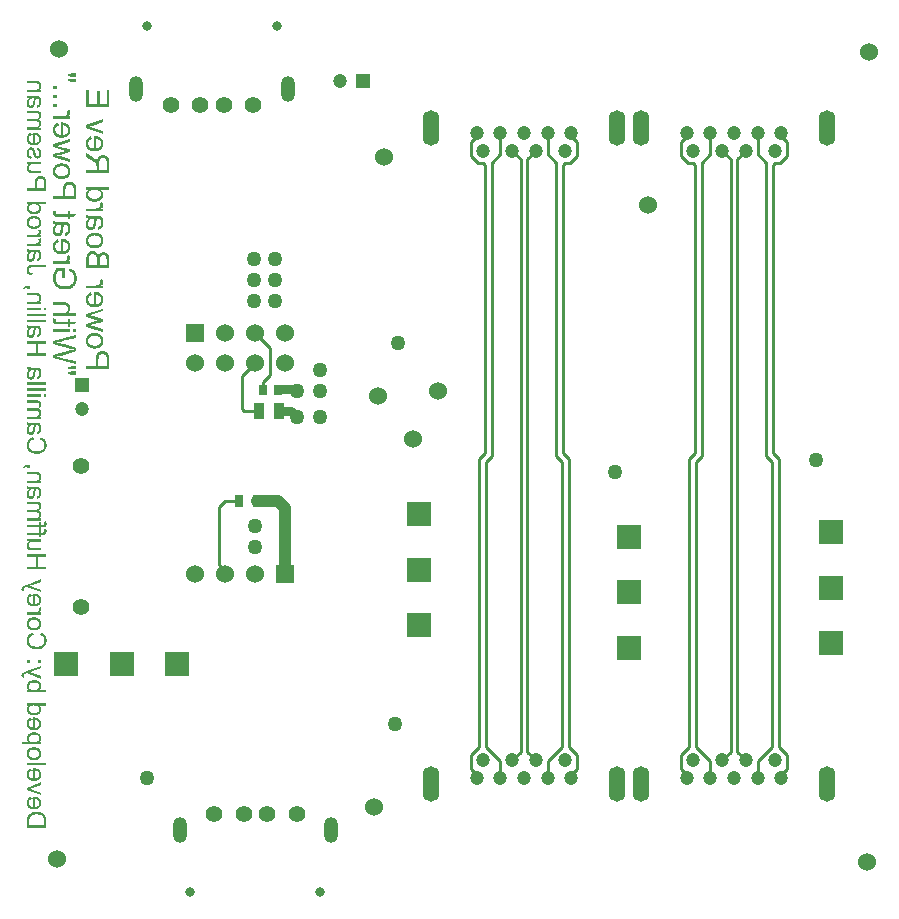
<source format=gbl>
G04*
G04 #@! TF.GenerationSoftware,Altium Limited,Altium Designer,20.0.10 (225)*
G04*
G04 Layer_Physical_Order=4*
G04 Layer_Color=16711680*
%FSLAX25Y25*%
%MOIN*%
G70*
G01*
G75*
%ADD10C,0.01000*%
%ADD45R,0.02953X0.03347*%
%ADD62C,0.04000*%
%ADD63C,0.03000*%
%ADD64C,0.06000*%
%ADD65R,0.06000X0.06000*%
%ADD66R,0.08000X0.08000*%
%ADD67R,0.08000X0.08000*%
%ADD68C,0.04724*%
%ADD69R,0.04724X0.04724*%
%ADD70R,0.04724X0.04724*%
%ADD71O,0.05512X0.11811*%
%ADD72O,0.04724X0.08661*%
%ADD73C,0.05591*%
%ADD74C,0.03150*%
%ADD75C,0.05512*%
%ADD76C,0.05000*%
%ADD88R,0.03150X0.03937*%
%ADD89R,0.03347X0.05315*%
%ADD90C,0.01150*%
G36*
X421321Y475823D02*
X420055D01*
X418600Y476079D01*
Y476646D01*
X420055Y476901D01*
X421321D01*
Y475823D01*
D02*
G37*
G36*
Y474079D02*
X420055D01*
X418600Y474335D01*
Y474912D01*
X420055Y475157D01*
X421321D01*
Y474079D01*
D02*
G37*
G36*
X414711Y471579D02*
X413633D01*
Y472657D01*
X414711D01*
Y471579D01*
D02*
G37*
G36*
Y468591D02*
X413633D01*
Y469668D01*
X414711D01*
Y468591D01*
D02*
G37*
G36*
Y465602D02*
X413633D01*
Y466680D01*
X414711D01*
Y465602D01*
D02*
G37*
G36*
X419122Y464580D02*
X419199Y464402D01*
X419255Y464247D01*
X419299Y464102D01*
X419322Y463980D01*
X419333Y463880D01*
Y463802D01*
X419322Y463680D01*
X419299Y463569D01*
X419266Y463458D01*
X419233Y463369D01*
X419199Y463302D01*
X419166Y463236D01*
X419144Y463202D01*
X419133Y463191D01*
X419044Y463091D01*
X418933Y462991D01*
X418799Y462891D01*
X418677Y462803D01*
X418555Y462714D01*
X418455Y462658D01*
X418377Y462614D01*
X418366Y462603D01*
X419210D01*
Y461747D01*
X413633D01*
Y462691D01*
X416544D01*
X416766Y462703D01*
X416966Y462714D01*
X417155Y462736D01*
X417322Y462769D01*
X417455Y462803D01*
X417555Y462825D01*
X417622Y462836D01*
X417644Y462847D01*
X417766Y462891D01*
X417866Y462947D01*
X417955Y463002D01*
X418033Y463058D01*
X418088Y463114D01*
X418133Y463147D01*
X418155Y463180D01*
X418166Y463191D01*
X418233Y463280D01*
X418277Y463380D01*
X418311Y463480D01*
X418333Y463558D01*
X418344Y463636D01*
X418355Y463691D01*
Y463747D01*
X418344Y463869D01*
X418322Y463991D01*
X418288Y464114D01*
X418255Y464214D01*
X418222Y464302D01*
X418188Y464369D01*
X418166Y464413D01*
X418155Y464425D01*
X419022Y464769D01*
X419122Y464580D01*
D02*
G37*
G36*
X416678Y460592D02*
X416911Y460569D01*
X417133Y460536D01*
X417344Y460492D01*
X417533Y460436D01*
X417711Y460381D01*
X417866Y460314D01*
X418011Y460247D01*
X418144Y460181D01*
X418255Y460114D01*
X418344Y460058D01*
X418422Y460003D01*
X418488Y459958D01*
X418533Y459925D01*
X418555Y459903D01*
X418566Y459892D01*
X418700Y459758D01*
X418822Y459614D01*
X418922Y459458D01*
X419011Y459303D01*
X419088Y459147D01*
X419144Y459003D01*
X419199Y458847D01*
X419233Y458714D01*
X419266Y458570D01*
X419288Y458447D01*
X419311Y458336D01*
X419322Y458247D01*
X419333Y458170D01*
Y458059D01*
X419322Y457847D01*
X419299Y457647D01*
X419266Y457459D01*
X419210Y457281D01*
X419155Y457114D01*
X419088Y456959D01*
X419022Y456814D01*
X418944Y456692D01*
X418877Y456570D01*
X418799Y456470D01*
X418733Y456381D01*
X418677Y456314D01*
X418622Y456259D01*
X418588Y456214D01*
X418566Y456192D01*
X418555Y456181D01*
X418399Y456059D01*
X418233Y455948D01*
X418066Y455848D01*
X417888Y455759D01*
X417700Y455692D01*
X417522Y455637D01*
X417166Y455548D01*
X417011Y455514D01*
X416855Y455492D01*
X416722Y455481D01*
X416600Y455470D01*
X416500Y455459D01*
X416433D01*
X416377D01*
X416366D01*
X416122Y455470D01*
X415889Y455492D01*
X415666Y455525D01*
X415466Y455570D01*
X415278Y455625D01*
X415100Y455681D01*
X414944Y455748D01*
X414800Y455814D01*
X414678Y455881D01*
X414567Y455948D01*
X414478Y456003D01*
X414400Y456059D01*
X414333Y456103D01*
X414289Y456137D01*
X414267Y456159D01*
X414256Y456170D01*
X414122Y456314D01*
X414011Y456459D01*
X413911Y456614D01*
X413822Y456781D01*
X413756Y456936D01*
X413689Y457103D01*
X413600Y457414D01*
X413578Y457559D01*
X413556Y457692D01*
X413533Y457814D01*
X413522Y457914D01*
X413511Y457992D01*
Y458114D01*
X413533Y458459D01*
X413589Y458770D01*
X413656Y459047D01*
X413700Y459158D01*
X413744Y459270D01*
X413789Y459370D01*
X413833Y459458D01*
X413867Y459525D01*
X413900Y459592D01*
X413933Y459636D01*
X413955Y459669D01*
X413978Y459692D01*
Y459703D01*
X414178Y459925D01*
X414389Y460103D01*
X414611Y460258D01*
X414822Y460369D01*
X415011Y460458D01*
X415100Y460492D01*
X415167Y460525D01*
X415233Y460547D01*
X415278Y460558D01*
X415300Y460569D01*
X415311D01*
X415433Y459592D01*
X415222Y459503D01*
X415044Y459403D01*
X414889Y459303D01*
X414767Y459214D01*
X414678Y459136D01*
X414611Y459069D01*
X414567Y459014D01*
X414556Y459003D01*
X414467Y458858D01*
X414400Y458714D01*
X414356Y458559D01*
X414322Y458425D01*
X414300Y458303D01*
X414289Y458203D01*
Y458114D01*
X414300Y457981D01*
X414311Y457859D01*
X414367Y457636D01*
X414444Y457436D01*
X414533Y457259D01*
X414611Y457125D01*
X414689Y457025D01*
X414744Y456959D01*
X414767Y456948D01*
Y456936D01*
X414966Y456781D01*
X415189Y456659D01*
X415433Y456570D01*
X415655Y456503D01*
X415855Y456470D01*
X415944Y456448D01*
X416022Y456436D01*
X416089D01*
X416133Y456425D01*
X416166D01*
X416178D01*
Y460592D01*
X416289Y460603D01*
X416366D01*
X416411D01*
X416422D01*
X416678Y460592D01*
D02*
G37*
G36*
X419210Y454059D02*
X415977Y453103D01*
X414900Y452781D01*
X415966Y452503D01*
X419210Y451670D01*
Y450704D01*
X415933Y449815D01*
X415744Y449770D01*
X415578Y449726D01*
X415433Y449693D01*
X415311Y449659D01*
X415200Y449626D01*
X415111Y449604D01*
X415033Y449582D01*
X414966Y449571D01*
X414911Y449559D01*
X414878Y449548D01*
X414822Y449537D01*
X414800Y449526D01*
X414789D01*
X415989Y449215D01*
X419210Y448326D01*
Y447337D01*
X413633Y449026D01*
Y450026D01*
X417922Y451148D01*
X416966Y451370D01*
X413633Y452259D01*
Y453226D01*
X419210Y454981D01*
Y454059D01*
D02*
G37*
G36*
X416744Y446904D02*
X416966Y446882D01*
X417177Y446848D01*
X417377Y446804D01*
X417566Y446748D01*
X417733Y446682D01*
X417900Y446615D01*
X418033Y446549D01*
X418155Y446482D01*
X418266Y446415D01*
X418366Y446349D01*
X418444Y446293D01*
X418500Y446249D01*
X418544Y446215D01*
X418566Y446193D01*
X418577Y446182D01*
X418711Y446037D01*
X418822Y445893D01*
X418933Y445738D01*
X419011Y445582D01*
X419088Y445426D01*
X419144Y445271D01*
X419244Y444971D01*
X419266Y444827D01*
X419288Y444704D01*
X419311Y444593D01*
X419322Y444493D01*
X419333Y444415D01*
Y444304D01*
X419322Y444115D01*
X419311Y443938D01*
X419233Y443593D01*
X419133Y443293D01*
X419077Y443160D01*
X419022Y443038D01*
X418966Y442927D01*
X418911Y442838D01*
X418855Y442749D01*
X418811Y442682D01*
X418766Y442627D01*
X418733Y442582D01*
X418722Y442560D01*
X418711Y442549D01*
X418566Y442393D01*
X418399Y442271D01*
X418222Y442149D01*
X418044Y442060D01*
X417855Y441971D01*
X417655Y441905D01*
X417466Y441849D01*
X417288Y441805D01*
X417111Y441760D01*
X416955Y441738D01*
X416800Y441716D01*
X416678Y441705D01*
X416566D01*
X416489Y441693D01*
X416444D01*
X416422D01*
X416166Y441705D01*
X415922Y441727D01*
X415700Y441760D01*
X415489Y441805D01*
X415300Y441860D01*
X415122Y441916D01*
X414955Y441982D01*
X414811Y442049D01*
X414678Y442116D01*
X414567Y442182D01*
X414478Y442238D01*
X414400Y442293D01*
X414333Y442338D01*
X414289Y442371D01*
X414267Y442393D01*
X414256Y442405D01*
X414122Y442549D01*
X414011Y442693D01*
X413911Y442849D01*
X413822Y443005D01*
X413756Y443160D01*
X413689Y443327D01*
X413600Y443627D01*
X413578Y443760D01*
X413556Y443893D01*
X413533Y444004D01*
X413522Y444104D01*
X413511Y444193D01*
Y444304D01*
X413522Y444571D01*
X413567Y444815D01*
X413622Y445049D01*
X413678Y445238D01*
X413744Y445404D01*
X413767Y445471D01*
X413789Y445526D01*
X413811Y445582D01*
X413833Y445615D01*
X413844Y445626D01*
Y445638D01*
X413989Y445860D01*
X414144Y446049D01*
X414300Y446215D01*
X414456Y446349D01*
X414589Y446449D01*
X414700Y446526D01*
X414744Y446549D01*
X414778Y446571D01*
X414789Y446582D01*
X414800D01*
X415055Y446693D01*
X415333Y446771D01*
X415611Y446837D01*
X415889Y446871D01*
X416011Y446893D01*
X416122D01*
X416233Y446904D01*
X416322Y446915D01*
X416400D01*
X416455D01*
X416489D01*
X416500D01*
X416744Y446904D01*
D02*
G37*
G36*
X419299Y440860D02*
X419499Y440838D01*
X419677Y440794D01*
X419833Y440760D01*
X419966Y440716D01*
X420066Y440671D01*
X420122Y440649D01*
X420144Y440638D01*
X420310Y440549D01*
X420455Y440438D01*
X420588Y440338D01*
X420688Y440238D01*
X420766Y440149D01*
X420833Y440083D01*
X420866Y440038D01*
X420877Y440016D01*
X420966Y439871D01*
X421044Y439705D01*
X421110Y439549D01*
X421166Y439405D01*
X421199Y439271D01*
X421221Y439172D01*
X421244Y439094D01*
Y439072D01*
X421266Y438905D01*
X421288Y438716D01*
X421299Y438516D01*
X421310Y438327D01*
X421321Y438161D01*
Y435005D01*
X413633D01*
Y436027D01*
X416755D01*
Y437994D01*
X416766Y438283D01*
X416789Y438560D01*
X416822Y438805D01*
X416866Y439027D01*
X416911Y439238D01*
X416966Y439416D01*
X417033Y439583D01*
X417100Y439727D01*
X417155Y439849D01*
X417222Y439960D01*
X417277Y440049D01*
X417333Y440116D01*
X417366Y440171D01*
X417400Y440205D01*
X417422Y440227D01*
X417433Y440238D01*
X417566Y440349D01*
X417700Y440449D01*
X417833Y440527D01*
X417977Y440605D01*
X418122Y440671D01*
X418255Y440716D01*
X418511Y440794D01*
X418633Y440816D01*
X418744Y440838D01*
X418844Y440849D01*
X418922Y440860D01*
X418999Y440871D01*
X419044D01*
X419077D01*
X419088D01*
X419299Y440860D01*
D02*
G37*
G36*
X414467Y430961D02*
X414456Y430872D01*
X414444Y430784D01*
Y430706D01*
X414433Y430650D01*
Y430539D01*
X414444Y430395D01*
X414467Y430295D01*
X414489Y430239D01*
X414500Y430217D01*
X414556Y430139D01*
X414611Y430095D01*
X414655Y430061D01*
X414678Y430050D01*
X414733Y430039D01*
X414811Y430028D01*
X414989Y430017D01*
X415066Y430006D01*
X415133D01*
X415178D01*
X415200D01*
X418477D01*
Y430961D01*
X419210D01*
Y430006D01*
X421155D01*
X420588Y429061D01*
X419210D01*
Y428362D01*
X418477D01*
Y429061D01*
X415255D01*
X415100D01*
X414966D01*
X414844Y429073D01*
X414722Y429084D01*
X414622D01*
X414533Y429095D01*
X414389Y429117D01*
X414278Y429139D01*
X414200Y429150D01*
X414155Y429173D01*
X414144D01*
X414044Y429217D01*
X413967Y429284D01*
X413889Y429350D01*
X413833Y429406D01*
X413778Y429472D01*
X413744Y429517D01*
X413722Y429550D01*
X413711Y429561D01*
X413656Y429684D01*
X413622Y429806D01*
X413589Y429939D01*
X413578Y430072D01*
X413567Y430184D01*
X413556Y430272D01*
Y430361D01*
X413567Y430606D01*
X413578Y430728D01*
X413600Y430839D01*
X413611Y430939D01*
X413622Y431017D01*
X413633Y431061D01*
Y431083D01*
X414467Y430961D01*
D02*
G37*
G36*
X413756Y427684D02*
X413878Y427628D01*
X413989Y427584D01*
X414089Y427562D01*
X414178Y427528D01*
X414244Y427517D01*
X414289Y427506D01*
X414300D01*
X414378Y427495D01*
X414478Y427484D01*
X414589D01*
X414711Y427473D01*
X414989Y427462D01*
X415267D01*
X415533Y427451D01*
X415655D01*
X415755D01*
X415844D01*
X415911D01*
X415955D01*
X415966D01*
X417233D01*
X417444D01*
X417633Y427439D01*
X417777Y427428D01*
X417900D01*
X417988Y427417D01*
X418055Y427406D01*
X418088Y427395D01*
X418099D01*
X418244Y427362D01*
X418366Y427317D01*
X418466Y427273D01*
X418566Y427217D01*
X418633Y427173D01*
X418688Y427139D01*
X418722Y427117D01*
X418733Y427106D01*
X418822Y427017D01*
X418911Y426917D01*
X418977Y426806D01*
X419044Y426695D01*
X419088Y426595D01*
X419122Y426517D01*
X419144Y426462D01*
X419155Y426440D01*
X419210Y426262D01*
X419255Y426073D01*
X419288Y425884D01*
X419311Y425695D01*
X419322Y425528D01*
X419333Y425406D01*
Y425284D01*
X419322Y425017D01*
X419299Y424784D01*
X419266Y424562D01*
X419233Y424384D01*
X419199Y424229D01*
X419166Y424118D01*
X419155Y424073D01*
X419144Y424040D01*
X419133Y424029D01*
Y424017D01*
X419055Y423829D01*
X418955Y423662D01*
X418866Y423518D01*
X418777Y423395D01*
X418688Y423306D01*
X418622Y423240D01*
X418577Y423195D01*
X418566Y423184D01*
X418422Y423084D01*
X418266Y422995D01*
X418111Y422929D01*
X417966Y422873D01*
X417822Y422829D01*
X417722Y422795D01*
X417677Y422784D01*
X417644D01*
X417633Y422773D01*
X417622D01*
X417500Y423695D01*
X417700Y423762D01*
X417877Y423829D01*
X418022Y423906D01*
X418133Y423973D01*
X418222Y424040D01*
X418277Y424095D01*
X418311Y424140D01*
X418322Y424151D01*
X418399Y424284D01*
X418455Y424440D01*
X418500Y424606D01*
X418522Y424762D01*
X418544Y424917D01*
X418555Y425029D01*
Y425140D01*
X418544Y425395D01*
X418511Y425617D01*
X418455Y425795D01*
X418399Y425951D01*
X418333Y426062D01*
X418288Y426151D01*
X418244Y426206D01*
X418233Y426217D01*
X418133Y426306D01*
X418011Y426373D01*
X417877Y426428D01*
X417744Y426462D01*
X417622Y426484D01*
X417511Y426495D01*
X417444D01*
X417433D01*
X417422D01*
X417400D01*
X417355D01*
X417277D01*
X417211Y426484D01*
X417189D01*
X417177D01*
X417144Y426373D01*
X417111Y426251D01*
X417044Y425995D01*
X416989Y425706D01*
X416933Y425440D01*
X416911Y425306D01*
X416900Y425184D01*
X416877Y425073D01*
X416866Y424984D01*
X416855Y424906D01*
Y424851D01*
X416844Y424806D01*
Y424795D01*
X416822Y424595D01*
X416789Y424429D01*
X416766Y424284D01*
X416744Y424173D01*
X416733Y424084D01*
X416711Y424017D01*
X416700Y423973D01*
Y423962D01*
X416655Y423817D01*
X416611Y423695D01*
X416555Y423573D01*
X416511Y423473D01*
X416466Y423384D01*
X416422Y423329D01*
X416400Y423284D01*
X416389Y423273D01*
X416311Y423162D01*
X416222Y423073D01*
X416133Y422984D01*
X416044Y422918D01*
X415966Y422862D01*
X415900Y422818D01*
X415855Y422795D01*
X415844Y422784D01*
X415722Y422729D01*
X415589Y422684D01*
X415466Y422651D01*
X415344Y422629D01*
X415244Y422618D01*
X415167Y422607D01*
X415122D01*
X415100D01*
X414966Y422618D01*
X414855Y422629D01*
X414622Y422684D01*
X414433Y422762D01*
X414267Y422851D01*
X414133Y422940D01*
X414033Y423018D01*
X413978Y423073D01*
X413955Y423095D01*
X413811Y423295D01*
X413700Y423518D01*
X413622Y423762D01*
X413567Y423984D01*
X413533Y424184D01*
X413522Y424273D01*
Y424351D01*
X413511Y424417D01*
Y424506D01*
X413522Y424706D01*
X413544Y424906D01*
X413567Y425084D01*
X413600Y425240D01*
X413633Y425362D01*
X413667Y425462D01*
X413678Y425528D01*
X413689Y425551D01*
X413767Y425739D01*
X413867Y425917D01*
X413978Y426084D01*
X414078Y426251D01*
X414178Y426384D01*
X414256Y426484D01*
X414311Y426551D01*
X414333Y426562D01*
Y426573D01*
X414189Y426595D01*
X414055Y426617D01*
X413933Y426639D01*
X413833Y426673D01*
X413744Y426706D01*
X413689Y426728D01*
X413644Y426739D01*
X413633Y426751D01*
Y427739D01*
X413756Y427684D01*
D02*
G37*
G36*
X416678Y421762D02*
X416911Y421740D01*
X417133Y421707D01*
X417344Y421662D01*
X417533Y421607D01*
X417711Y421551D01*
X417866Y421484D01*
X418011Y421418D01*
X418144Y421351D01*
X418255Y421284D01*
X418344Y421229D01*
X418422Y421173D01*
X418488Y421129D01*
X418533Y421096D01*
X418555Y421073D01*
X418566Y421062D01*
X418700Y420929D01*
X418822Y420785D01*
X418922Y420629D01*
X419011Y420473D01*
X419088Y420318D01*
X419144Y420173D01*
X419199Y420018D01*
X419233Y419885D01*
X419266Y419740D01*
X419288Y419618D01*
X419311Y419507D01*
X419322Y419418D01*
X419333Y419340D01*
Y419229D01*
X419322Y419018D01*
X419299Y418818D01*
X419266Y418629D01*
X419210Y418451D01*
X419155Y418285D01*
X419088Y418129D01*
X419022Y417985D01*
X418944Y417863D01*
X418877Y417740D01*
X418799Y417640D01*
X418733Y417552D01*
X418677Y417485D01*
X418622Y417429D01*
X418588Y417385D01*
X418566Y417363D01*
X418555Y417351D01*
X418399Y417229D01*
X418233Y417118D01*
X418066Y417018D01*
X417888Y416929D01*
X417700Y416863D01*
X417522Y416807D01*
X417166Y416718D01*
X417011Y416685D01*
X416855Y416663D01*
X416722Y416651D01*
X416600Y416640D01*
X416500Y416629D01*
X416433D01*
X416377D01*
X416366D01*
X416122Y416640D01*
X415889Y416663D01*
X415666Y416696D01*
X415466Y416740D01*
X415278Y416796D01*
X415100Y416852D01*
X414944Y416918D01*
X414800Y416985D01*
X414678Y417052D01*
X414567Y417118D01*
X414478Y417174D01*
X414400Y417229D01*
X414333Y417274D01*
X414289Y417307D01*
X414267Y417329D01*
X414256Y417340D01*
X414122Y417485D01*
X414011Y417629D01*
X413911Y417785D01*
X413822Y417951D01*
X413756Y418107D01*
X413689Y418274D01*
X413600Y418585D01*
X413578Y418729D01*
X413556Y418862D01*
X413533Y418985D01*
X413522Y419085D01*
X413511Y419162D01*
Y419285D01*
X413533Y419629D01*
X413589Y419940D01*
X413656Y420218D01*
X413700Y420329D01*
X413744Y420440D01*
X413789Y420540D01*
X413833Y420629D01*
X413867Y420696D01*
X413900Y420762D01*
X413933Y420807D01*
X413955Y420840D01*
X413978Y420862D01*
Y420873D01*
X414178Y421096D01*
X414389Y421273D01*
X414611Y421429D01*
X414822Y421540D01*
X415011Y421629D01*
X415100Y421662D01*
X415167Y421696D01*
X415233Y421718D01*
X415278Y421729D01*
X415300Y421740D01*
X415311D01*
X415433Y420762D01*
X415222Y420673D01*
X415044Y420573D01*
X414889Y420473D01*
X414767Y420385D01*
X414678Y420307D01*
X414611Y420240D01*
X414567Y420185D01*
X414556Y420173D01*
X414467Y420029D01*
X414400Y419885D01*
X414356Y419729D01*
X414322Y419596D01*
X414300Y419474D01*
X414289Y419374D01*
Y419285D01*
X414300Y419151D01*
X414311Y419029D01*
X414367Y418807D01*
X414444Y418607D01*
X414533Y418429D01*
X414611Y418296D01*
X414689Y418196D01*
X414744Y418129D01*
X414767Y418118D01*
Y418107D01*
X414966Y417951D01*
X415189Y417829D01*
X415433Y417740D01*
X415655Y417674D01*
X415855Y417640D01*
X415944Y417618D01*
X416022Y417607D01*
X416089D01*
X416133Y417596D01*
X416166D01*
X416178D01*
Y421762D01*
X416289Y421773D01*
X416366D01*
X416411D01*
X416422D01*
X416678Y421762D01*
D02*
G37*
G36*
X419122Y416196D02*
X419199Y416018D01*
X419255Y415863D01*
X419299Y415718D01*
X419322Y415596D01*
X419333Y415496D01*
Y415418D01*
X419322Y415296D01*
X419299Y415185D01*
X419266Y415074D01*
X419233Y414985D01*
X419199Y414918D01*
X419166Y414852D01*
X419144Y414818D01*
X419133Y414807D01*
X419044Y414707D01*
X418933Y414607D01*
X418799Y414507D01*
X418677Y414418D01*
X418555Y414330D01*
X418455Y414274D01*
X418377Y414230D01*
X418366Y414219D01*
X419210D01*
Y413363D01*
X413633D01*
Y414307D01*
X416544D01*
X416766Y414318D01*
X416966Y414330D01*
X417155Y414352D01*
X417322Y414385D01*
X417455Y414418D01*
X417555Y414441D01*
X417622Y414452D01*
X417644Y414463D01*
X417766Y414507D01*
X417866Y414563D01*
X417955Y414618D01*
X418033Y414674D01*
X418088Y414729D01*
X418133Y414763D01*
X418155Y414796D01*
X418166Y414807D01*
X418233Y414896D01*
X418277Y414996D01*
X418311Y415096D01*
X418333Y415174D01*
X418344Y415252D01*
X418355Y415307D01*
Y415363D01*
X418344Y415485D01*
X418322Y415607D01*
X418288Y415729D01*
X418255Y415829D01*
X418222Y415918D01*
X418188Y415985D01*
X418166Y416029D01*
X418155Y416041D01*
X419022Y416385D01*
X419122Y416196D01*
D02*
G37*
G36*
X417555Y408730D02*
X416644D01*
Y410997D01*
X415200D01*
X415089Y410863D01*
X414989Y410708D01*
X414900Y410541D01*
X414822Y410386D01*
X414755Y410252D01*
X414700Y410130D01*
X414678Y410085D01*
X414667Y410063D01*
X414655Y410041D01*
Y410030D01*
X414578Y409797D01*
X414511Y409563D01*
X414467Y409352D01*
X414444Y409152D01*
X414422Y408986D01*
Y408919D01*
X414411Y408852D01*
Y408741D01*
X414422Y408463D01*
X414467Y408197D01*
X414522Y407952D01*
X414578Y407730D01*
X414644Y407552D01*
X414667Y407475D01*
X414689Y407419D01*
X414711Y407364D01*
X414733Y407330D01*
X414744Y407308D01*
Y407297D01*
X414889Y407064D01*
X415044Y406852D01*
X415211Y406675D01*
X415378Y406530D01*
X415533Y406408D01*
X415655Y406330D01*
X415700Y406297D01*
X415733Y406286D01*
X415755Y406264D01*
X415766D01*
X416044Y406153D01*
X416333Y406064D01*
X416622Y406008D01*
X416900Y405964D01*
X417022Y405953D01*
X417133Y405941D01*
X417244Y405930D01*
X417333D01*
X417400Y405919D01*
X417455D01*
X417488D01*
X417500D01*
X417811Y405930D01*
X418088Y405964D01*
X418355Y406008D01*
X418588Y406064D01*
X418688Y406086D01*
X418777Y406119D01*
X418855Y406142D01*
X418922Y406164D01*
X418977Y406186D01*
X419011Y406197D01*
X419033Y406208D01*
X419044D01*
X419199Y406286D01*
X419344Y406364D01*
X419477Y406441D01*
X419588Y406519D01*
X419677Y406586D01*
X419755Y406641D01*
X419799Y406686D01*
X419810Y406697D01*
X419933Y406819D01*
X420044Y406952D01*
X420133Y407097D01*
X420222Y407230D01*
X420277Y407341D01*
X420333Y407430D01*
X420355Y407497D01*
X420366Y407519D01*
X420444Y407719D01*
X420499Y407919D01*
X420533Y408130D01*
X420566Y408319D01*
X420577Y408486D01*
Y408552D01*
X420588Y408608D01*
Y408730D01*
X420577Y408941D01*
X420555Y409141D01*
X420521Y409319D01*
X420488Y409475D01*
X420444Y409608D01*
X420410Y409708D01*
X420388Y409763D01*
X420377Y409786D01*
X420299Y409952D01*
X420210Y410097D01*
X420122Y410230D01*
X420033Y410330D01*
X419955Y410408D01*
X419899Y410474D01*
X419855Y410508D01*
X419844Y410519D01*
X419710Y410619D01*
X419555Y410697D01*
X419411Y410774D01*
X419255Y410841D01*
X419122Y410885D01*
X419022Y410919D01*
X418977Y410930D01*
X418944Y410941D01*
X418933Y410952D01*
X418922D01*
X419166Y411874D01*
X419444Y411797D01*
X419688Y411696D01*
X419910Y411596D01*
X420088Y411508D01*
X420233Y411419D01*
X420333Y411352D01*
X420399Y411308D01*
X420422Y411285D01*
X420599Y411130D01*
X420744Y410963D01*
X420877Y410785D01*
X420988Y410619D01*
X421066Y410463D01*
X421133Y410341D01*
X421155Y410297D01*
X421166Y410263D01*
X421177Y410241D01*
Y410230D01*
X421266Y409974D01*
X421333Y409708D01*
X421388Y409463D01*
X421421Y409230D01*
X421444Y409019D01*
Y408930D01*
X421455Y408863D01*
Y408508D01*
X421432Y408308D01*
X421377Y407919D01*
X421344Y407741D01*
X421299Y407575D01*
X421266Y407419D01*
X421221Y407275D01*
X421177Y407141D01*
X421133Y407030D01*
X421088Y406930D01*
X421055Y406841D01*
X421022Y406775D01*
X420999Y406730D01*
X420988Y406697D01*
X420977Y406686D01*
X420877Y406530D01*
X420777Y406375D01*
X420544Y406108D01*
X420310Y405875D01*
X420066Y405686D01*
X419855Y405530D01*
X419766Y405475D01*
X419677Y405430D01*
X419611Y405386D01*
X419566Y405364D01*
X419533Y405353D01*
X419522Y405342D01*
X419155Y405186D01*
X418788Y405075D01*
X418433Y404986D01*
X418266Y404964D01*
X418111Y404930D01*
X417966Y404919D01*
X417844Y404897D01*
X417722Y404886D01*
X417622D01*
X417544Y404875D01*
X417488D01*
X417444D01*
X417433D01*
X417022Y404897D01*
X416633Y404953D01*
X416455Y404986D01*
X416289Y405019D01*
X416122Y405064D01*
X415977Y405108D01*
X415844Y405153D01*
X415733Y405197D01*
X415622Y405231D01*
X415544Y405264D01*
X415466Y405297D01*
X415422Y405319D01*
X415389Y405342D01*
X415378D01*
X415055Y405542D01*
X414778Y405764D01*
X414533Y405997D01*
X414333Y406219D01*
X414178Y406430D01*
X414122Y406508D01*
X414067Y406586D01*
X414033Y406652D01*
X414000Y406697D01*
X413989Y406730D01*
X413978Y406741D01*
X413889Y406919D01*
X413822Y407097D01*
X413700Y407452D01*
X413622Y407797D01*
X413556Y408119D01*
X413544Y408263D01*
X413522Y408397D01*
X413511Y408519D01*
Y408619D01*
X413500Y408697D01*
Y408808D01*
X413511Y409119D01*
X413544Y409419D01*
X413600Y409697D01*
X413656Y409941D01*
X413678Y410041D01*
X413700Y410141D01*
X413733Y410230D01*
X413756Y410308D01*
X413778Y410363D01*
X413789Y410408D01*
X413800Y410430D01*
Y410441D01*
X413922Y410741D01*
X414067Y411019D01*
X414222Y411285D01*
X414367Y411519D01*
X414433Y411619D01*
X414500Y411719D01*
X414556Y411797D01*
X414600Y411863D01*
X414644Y411919D01*
X414678Y411963D01*
X414689Y411985D01*
X414700Y411997D01*
X417555D01*
Y408730D01*
D02*
G37*
G36*
X417444Y400564D02*
X417700Y400542D01*
X417911Y400509D01*
X418088Y400475D01*
X418233Y400442D01*
X418333Y400409D01*
X418388Y400386D01*
X418411Y400375D01*
X418566Y400286D01*
X418700Y400186D01*
X418811Y400075D01*
X418911Y399975D01*
X418988Y399875D01*
X419044Y399798D01*
X419077Y399742D01*
X419088Y399720D01*
X419166Y399542D01*
X419233Y399364D01*
X419277Y399187D01*
X419299Y399020D01*
X419322Y398875D01*
X419333Y398753D01*
Y398653D01*
X419322Y398476D01*
X419299Y398298D01*
X419266Y398131D01*
X419210Y397976D01*
X419088Y397687D01*
X419022Y397565D01*
X418955Y397453D01*
X418877Y397354D01*
X418811Y397253D01*
X418744Y397176D01*
X418688Y397120D01*
X418633Y397065D01*
X418600Y397031D01*
X418577Y397009D01*
X418566Y396998D01*
X421321D01*
Y396054D01*
X413633D01*
Y396998D01*
X416678D01*
X416911Y397009D01*
X417111Y397020D01*
X417288Y397042D01*
X417433Y397076D01*
X417544Y397109D01*
X417633Y397131D01*
X417677Y397142D01*
X417700Y397153D01*
X417833Y397220D01*
X417955Y397298D01*
X418055Y397387D01*
X418144Y397476D01*
X418211Y397553D01*
X418255Y397620D01*
X418288Y397665D01*
X418299Y397676D01*
X418377Y397820D01*
X418433Y397953D01*
X418466Y398087D01*
X418500Y398198D01*
X418511Y398309D01*
X418522Y398387D01*
Y398453D01*
X418511Y398653D01*
X418466Y398831D01*
X418422Y398975D01*
X418355Y399098D01*
X418299Y399198D01*
X418244Y399264D01*
X418199Y399309D01*
X418188Y399320D01*
X418055Y399420D01*
X417888Y399498D01*
X417722Y399553D01*
X417555Y399598D01*
X417400Y399620D01*
X417277Y399631D01*
X417233D01*
X417200D01*
X417177D01*
X417166D01*
X413633D01*
Y400575D01*
X417155D01*
X417444Y400564D01*
D02*
G37*
G36*
X414467Y395120D02*
X414456Y395031D01*
X414444Y394943D01*
Y394865D01*
X414433Y394809D01*
Y394698D01*
X414444Y394554D01*
X414467Y394454D01*
X414489Y394398D01*
X414500Y394376D01*
X414556Y394298D01*
X414611Y394254D01*
X414655Y394220D01*
X414678Y394209D01*
X414733Y394198D01*
X414811Y394187D01*
X414989Y394176D01*
X415066Y394165D01*
X415133D01*
X415178D01*
X415200D01*
X418477D01*
Y395120D01*
X419210D01*
Y394165D01*
X421155D01*
X420588Y393221D01*
X419210D01*
Y392521D01*
X418477D01*
Y393221D01*
X415255D01*
X415100D01*
X414966D01*
X414844Y393232D01*
X414722Y393243D01*
X414622D01*
X414533Y393254D01*
X414389Y393276D01*
X414278Y393298D01*
X414200Y393309D01*
X414155Y393332D01*
X414144D01*
X414044Y393376D01*
X413967Y393443D01*
X413889Y393509D01*
X413833Y393565D01*
X413778Y393632D01*
X413744Y393676D01*
X413722Y393709D01*
X413711Y393721D01*
X413656Y393843D01*
X413622Y393965D01*
X413589Y394098D01*
X413578Y394232D01*
X413567Y394343D01*
X413556Y394431D01*
Y394520D01*
X413567Y394765D01*
X413578Y394887D01*
X413600Y394998D01*
X413611Y395098D01*
X413622Y395176D01*
X413633Y395220D01*
Y395243D01*
X414467Y395120D01*
D02*
G37*
G36*
X421321Y390676D02*
X420244D01*
Y391621D01*
X421321D01*
Y390676D01*
D02*
G37*
G36*
X419210D02*
X413633D01*
Y391621D01*
X419210D01*
Y390676D01*
D02*
G37*
G36*
X421321Y388810D02*
X416377Y387610D01*
X416033Y387521D01*
X415722Y387455D01*
X415433Y387388D01*
X415189Y387332D01*
X415078Y387299D01*
X414978Y387288D01*
X414900Y387266D01*
X414833Y387255D01*
X414778Y387232D01*
X414733D01*
X414711Y387221D01*
X414700D01*
X415189Y387143D01*
X415666Y387043D01*
X416122Y386943D01*
X416333Y386899D01*
X416544Y386843D01*
X416733Y386799D01*
X416900Y386754D01*
X417044Y386710D01*
X417177Y386677D01*
X417277Y386654D01*
X417355Y386632D01*
X417411Y386610D01*
X417422D01*
X421321Y385521D01*
Y384288D01*
X416122Y382833D01*
X416078Y382822D01*
X416011Y382799D01*
X415922Y382777D01*
X415822Y382755D01*
X415711Y382722D01*
X415589Y382699D01*
X415344Y382633D01*
X415100Y382577D01*
X414989Y382544D01*
X414900Y382522D01*
X414811Y382510D01*
X414755Y382488D01*
X414711Y382477D01*
X414700D01*
X414989Y382422D01*
X415278Y382366D01*
X415544Y382311D01*
X415777Y382255D01*
X415889Y382233D01*
X415989Y382210D01*
X416066Y382188D01*
X416144Y382177D01*
X416200Y382166D01*
X416244Y382155D01*
X416266Y382144D01*
X416278D01*
X421321Y380999D01*
Y379944D01*
X413633Y381955D01*
Y383022D01*
X419488Y384644D01*
X419633Y384688D01*
X419788Y384721D01*
X419944Y384766D01*
X420077Y384799D01*
X420199Y384833D01*
X420299Y384855D01*
X420366Y384866D01*
X420377Y384877D01*
X420388D01*
X420355Y384888D01*
X420299Y384899D01*
X420177Y384932D01*
X420033Y384977D01*
X419877Y385021D01*
X419733Y385055D01*
X419611Y385088D01*
X419555Y385099D01*
X419522Y385110D01*
X419499Y385121D01*
X419488D01*
X413633Y386732D01*
Y387732D01*
X421321Y389843D01*
Y388810D01*
D02*
G37*
G36*
Y378244D02*
X420055D01*
X418600Y378500D01*
Y379066D01*
X420055Y379322D01*
X421321D01*
Y378244D01*
D02*
G37*
G36*
Y376500D02*
X420055D01*
X418600Y376755D01*
Y377333D01*
X420055Y377578D01*
X421321D01*
Y376500D01*
D02*
G37*
G36*
X408078Y474353D02*
X408208Y474343D01*
X408319D01*
X408393Y474334D01*
X408448Y474325D01*
X408485Y474316D01*
X408495D01*
X408615Y474288D01*
X408726Y474242D01*
X408818Y474205D01*
X408911Y474168D01*
X408976Y474122D01*
X409022Y474094D01*
X409059Y474075D01*
X409068Y474066D01*
X409161Y473992D01*
X409235Y473909D01*
X409308Y473826D01*
X409364Y473733D01*
X409410Y473659D01*
X409438Y473594D01*
X409456Y473557D01*
X409466Y473539D01*
X409521Y473409D01*
X409558Y473271D01*
X409586Y473141D01*
X409605Y473021D01*
X409614Y472919D01*
X409623Y472845D01*
Y472771D01*
X409614Y472595D01*
X409586Y472429D01*
X409549Y472281D01*
X409503Y472133D01*
X409447Y472003D01*
X409382Y471883D01*
X409308Y471772D01*
X409244Y471679D01*
X409170Y471587D01*
X409096Y471513D01*
X409031Y471448D01*
X408976Y471393D01*
X408929Y471356D01*
X408892Y471328D01*
X408864Y471310D01*
X408855Y471300D01*
X409521D01*
Y470597D01*
X404878D01*
Y471383D01*
X407403D01*
X407560D01*
X407718Y471402D01*
X407847Y471420D01*
X407967Y471439D01*
X408078Y471467D01*
X408180Y471494D01*
X408273Y471531D01*
X408347Y471568D01*
X408411Y471596D01*
X408467Y471633D01*
X408513Y471661D01*
X408550Y471689D01*
X408596Y471726D01*
X408615Y471744D01*
X408726Y471883D01*
X408800Y472031D01*
X408855Y472179D01*
X408902Y472308D01*
X408920Y472429D01*
X408929Y472521D01*
X408939Y472558D01*
Y472605D01*
X408929Y472716D01*
X408920Y472826D01*
X408892Y472919D01*
X408864Y472993D01*
X408837Y473058D01*
X408818Y473113D01*
X408800Y473141D01*
X408790Y473150D01*
X408735Y473234D01*
X408670Y473308D01*
X408605Y473363D01*
X408550Y473409D01*
X408495Y473437D01*
X408448Y473465D01*
X408421Y473483D01*
X408411D01*
X408310Y473511D01*
X408198Y473539D01*
X408078Y473557D01*
X407958Y473566D01*
X407856Y473576D01*
X407773D01*
X407708D01*
X407699D01*
X407690D01*
X404878D01*
Y474362D01*
X407727D01*
X407921D01*
X408078Y474353D01*
D02*
G37*
G36*
X404980Y469580D02*
X405081Y469533D01*
X405174Y469496D01*
X405257Y469478D01*
X405331Y469450D01*
X405386Y469441D01*
X405423Y469432D01*
X405433D01*
X405498Y469422D01*
X405581Y469413D01*
X405673D01*
X405775Y469404D01*
X406006Y469395D01*
X406238D01*
X406460Y469385D01*
X406561D01*
X406644D01*
X406718D01*
X406774D01*
X406811D01*
X406820D01*
X407875D01*
X408050D01*
X408208Y469376D01*
X408328Y469367D01*
X408430D01*
X408504Y469358D01*
X408559Y469348D01*
X408587Y469339D01*
X408596D01*
X408716Y469312D01*
X408818Y469275D01*
X408902Y469238D01*
X408985Y469191D01*
X409040Y469154D01*
X409087Y469127D01*
X409114Y469108D01*
X409124Y469099D01*
X409198Y469025D01*
X409271Y468941D01*
X409327Y468849D01*
X409382Y468756D01*
X409419Y468673D01*
X409447Y468609D01*
X409466Y468562D01*
X409475Y468544D01*
X409521Y468396D01*
X409558Y468238D01*
X409586Y468081D01*
X409605Y467924D01*
X409614Y467785D01*
X409623Y467684D01*
Y467582D01*
X409614Y467360D01*
X409595Y467166D01*
X409567Y466981D01*
X409540Y466832D01*
X409512Y466703D01*
X409484Y466610D01*
X409475Y466573D01*
X409466Y466546D01*
X409456Y466537D01*
Y466527D01*
X409392Y466370D01*
X409308Y466231D01*
X409235Y466111D01*
X409161Y466009D01*
X409087Y465935D01*
X409031Y465880D01*
X408994Y465843D01*
X408985Y465834D01*
X408864Y465750D01*
X408735Y465676D01*
X408605Y465621D01*
X408485Y465575D01*
X408365Y465538D01*
X408282Y465510D01*
X408245Y465500D01*
X408217D01*
X408208Y465491D01*
X408198D01*
X408097Y466259D01*
X408263Y466315D01*
X408411Y466370D01*
X408532Y466435D01*
X408624Y466490D01*
X408698Y466546D01*
X408744Y466592D01*
X408772Y466629D01*
X408781Y466638D01*
X408846Y466749D01*
X408892Y466879D01*
X408929Y467018D01*
X408948Y467147D01*
X408966Y467276D01*
X408976Y467369D01*
Y467461D01*
X408966Y467674D01*
X408939Y467859D01*
X408892Y468007D01*
X408846Y468137D01*
X408790Y468229D01*
X408753Y468303D01*
X408716Y468350D01*
X408707Y468359D01*
X408624Y468433D01*
X408522Y468488D01*
X408411Y468535D01*
X408300Y468562D01*
X408198Y468581D01*
X408106Y468590D01*
X408050D01*
X408041D01*
X408032D01*
X408013D01*
X407976D01*
X407912D01*
X407856Y468581D01*
X407838D01*
X407829D01*
X407801Y468488D01*
X407773Y468387D01*
X407718Y468174D01*
X407671Y467933D01*
X407625Y467711D01*
X407607Y467600D01*
X407597Y467498D01*
X407579Y467406D01*
X407570Y467332D01*
X407560Y467267D01*
Y467221D01*
X407551Y467184D01*
Y467175D01*
X407533Y467008D01*
X407505Y466869D01*
X407486Y466749D01*
X407468Y466657D01*
X407458Y466583D01*
X407440Y466527D01*
X407431Y466490D01*
Y466481D01*
X407394Y466361D01*
X407357Y466259D01*
X407310Y466157D01*
X407273Y466074D01*
X407236Y466000D01*
X407199Y465954D01*
X407181Y465917D01*
X407172Y465907D01*
X407107Y465815D01*
X407033Y465741D01*
X406959Y465667D01*
X406885Y465612D01*
X406820Y465565D01*
X406765Y465528D01*
X406728Y465510D01*
X406718Y465500D01*
X406617Y465454D01*
X406506Y465417D01*
X406404Y465389D01*
X406302Y465371D01*
X406219Y465362D01*
X406154Y465352D01*
X406117D01*
X406099D01*
X405988Y465362D01*
X405895Y465371D01*
X405701Y465417D01*
X405544Y465482D01*
X405405Y465556D01*
X405294Y465630D01*
X405211Y465695D01*
X405164Y465741D01*
X405146Y465760D01*
X405026Y465926D01*
X404933Y466111D01*
X404869Y466315D01*
X404822Y466500D01*
X404795Y466666D01*
X404785Y466740D01*
Y466805D01*
X404776Y466860D01*
Y466934D01*
X404785Y467101D01*
X404804Y467267D01*
X404822Y467415D01*
X404850Y467545D01*
X404878Y467647D01*
X404906Y467730D01*
X404915Y467785D01*
X404924Y467804D01*
X404989Y467961D01*
X405072Y468109D01*
X405164Y468248D01*
X405248Y468387D01*
X405331Y468498D01*
X405396Y468581D01*
X405442Y468636D01*
X405461Y468645D01*
Y468655D01*
X405340Y468673D01*
X405229Y468692D01*
X405127Y468710D01*
X405044Y468738D01*
X404970Y468766D01*
X404924Y468784D01*
X404887Y468793D01*
X404878Y468803D01*
Y469626D01*
X404980Y469580D01*
D02*
G37*
G36*
X408337Y464437D02*
X408467Y464418D01*
X408578Y464400D01*
X408689Y464372D01*
X408781Y464335D01*
X408864Y464307D01*
X408948Y464270D01*
X409013Y464233D01*
X409077Y464206D01*
X409161Y464141D01*
X409216Y464104D01*
X409235Y464085D01*
X409364Y463937D01*
X409456Y463762D01*
X409530Y463586D01*
X409577Y463419D01*
X409605Y463262D01*
X409614Y463197D01*
Y463132D01*
X409623Y463086D01*
Y463022D01*
X409614Y462855D01*
X409586Y462707D01*
X409549Y462559D01*
X409493Y462420D01*
X409429Y462291D01*
X409364Y462171D01*
X409290Y462069D01*
X409216Y461967D01*
X409133Y461874D01*
X409059Y461800D01*
X408994Y461736D01*
X408929Y461680D01*
X408874Y461634D01*
X408837Y461606D01*
X408809Y461588D01*
X408800Y461579D01*
X408939Y461523D01*
X409059Y461449D01*
X409161Y461366D01*
X409244Y461292D01*
X409318Y461218D01*
X409364Y461162D01*
X409392Y461125D01*
X409401Y461107D01*
X409475Y460977D01*
X409530Y460839D01*
X409567Y460700D01*
X409595Y460561D01*
X409614Y460450D01*
X409623Y460348D01*
Y460265D01*
X409614Y460099D01*
X409586Y459941D01*
X409558Y459802D01*
X409521Y459682D01*
X409475Y459581D01*
X409447Y459507D01*
X409419Y459460D01*
X409410Y459442D01*
X409327Y459312D01*
X409235Y459201D01*
X409142Y459099D01*
X409050Y459016D01*
X408976Y458952D01*
X408911Y458896D01*
X408874Y458868D01*
X408855Y458859D01*
X409521D01*
Y458156D01*
X404878D01*
Y458942D01*
X407283D01*
X407505Y458952D01*
X407699Y458961D01*
X407865Y458979D01*
X408004Y459007D01*
X408106Y459035D01*
X408180Y459053D01*
X408226Y459062D01*
X408245Y459072D01*
X408365Y459127D01*
X408467Y459192D01*
X408559Y459257D01*
X408633Y459321D01*
X408689Y459386D01*
X408726Y459433D01*
X408753Y459470D01*
X408763Y459479D01*
X408818Y459590D01*
X408864Y459691D01*
X408892Y459802D01*
X408920Y459895D01*
X408929Y459969D01*
X408939Y460034D01*
Y460089D01*
X408929Y460247D01*
X408902Y460376D01*
X408855Y460487D01*
X408809Y460570D01*
X408753Y460635D01*
X408716Y460681D01*
X408679Y460709D01*
X408670Y460718D01*
X408559Y460783D01*
X408439Y460829D01*
X408310Y460866D01*
X408180Y460885D01*
X408069Y460903D01*
X407967Y460913D01*
X407930D01*
X407912D01*
X407893D01*
X407884D01*
X404878D01*
Y461699D01*
X407570D01*
X407819Y461717D01*
X408032Y461754D01*
X408208Y461800D01*
X408356Y461865D01*
X408467Y461921D01*
X408541Y461976D01*
X408587Y462013D01*
X408605Y462022D01*
X408716Y462152D01*
X408800Y462291D01*
X408855Y462430D01*
X408902Y462559D01*
X408920Y462670D01*
X408929Y462762D01*
X408939Y462800D01*
Y462846D01*
X408929Y462948D01*
X408920Y463031D01*
X408902Y463114D01*
X408874Y463179D01*
X408846Y463243D01*
X408827Y463280D01*
X408818Y463308D01*
X408809Y463317D01*
X408753Y463391D01*
X408698Y463447D01*
X408642Y463493D01*
X408587Y463530D01*
X408541Y463558D01*
X408504Y463577D01*
X408476Y463595D01*
X408467D01*
X408384Y463623D01*
X408273Y463641D01*
X408161Y463651D01*
X408050Y463660D01*
X407949Y463669D01*
X407865D01*
X407810D01*
X407801D01*
X407792D01*
X404878D01*
Y464455D01*
X408060D01*
X408208D01*
X408337Y464437D01*
D02*
G37*
G36*
X407412Y457194D02*
X407607Y457175D01*
X407792Y457148D01*
X407967Y457111D01*
X408124Y457064D01*
X408273Y457018D01*
X408402Y456963D01*
X408522Y456907D01*
X408633Y456852D01*
X408726Y456796D01*
X408800Y456750D01*
X408864Y456704D01*
X408920Y456667D01*
X408957Y456639D01*
X408976Y456621D01*
X408985Y456611D01*
X409096Y456500D01*
X409198Y456380D01*
X409281Y456250D01*
X409355Y456121D01*
X409419Y455992D01*
X409466Y455871D01*
X409512Y455742D01*
X409540Y455631D01*
X409567Y455511D01*
X409586Y455409D01*
X409605Y455316D01*
X409614Y455242D01*
X409623Y455177D01*
Y455085D01*
X409614Y454909D01*
X409595Y454743D01*
X409567Y454586D01*
X409521Y454437D01*
X409475Y454299D01*
X409419Y454169D01*
X409364Y454049D01*
X409299Y453947D01*
X409244Y453846D01*
X409179Y453762D01*
X409124Y453688D01*
X409077Y453633D01*
X409031Y453586D01*
X409003Y453549D01*
X408985Y453531D01*
X408976Y453522D01*
X408846Y453420D01*
X408707Y453328D01*
X408568Y453244D01*
X408421Y453170D01*
X408263Y453115D01*
X408115Y453068D01*
X407819Y452994D01*
X407690Y452967D01*
X407560Y452948D01*
X407449Y452939D01*
X407347Y452930D01*
X407264Y452920D01*
X407209D01*
X407163D01*
X407153D01*
X406950Y452930D01*
X406755Y452948D01*
X406570Y452976D01*
X406404Y453013D01*
X406247Y453059D01*
X406099Y453105D01*
X405969Y453161D01*
X405849Y453217D01*
X405747Y453272D01*
X405655Y453328D01*
X405581Y453374D01*
X405516Y453420D01*
X405461Y453457D01*
X405423Y453485D01*
X405405Y453503D01*
X405396Y453512D01*
X405285Y453633D01*
X405192Y453753D01*
X405109Y453883D01*
X405035Y454021D01*
X404980Y454151D01*
X404924Y454289D01*
X404850Y454549D01*
X404832Y454669D01*
X404813Y454780D01*
X404795Y454881D01*
X404785Y454965D01*
X404776Y455029D01*
Y455131D01*
X404795Y455418D01*
X404841Y455677D01*
X404896Y455908D01*
X404933Y456001D01*
X404970Y456093D01*
X405007Y456177D01*
X405044Y456250D01*
X405072Y456306D01*
X405100Y456361D01*
X405127Y456398D01*
X405146Y456426D01*
X405164Y456445D01*
Y456454D01*
X405331Y456639D01*
X405507Y456787D01*
X405692Y456917D01*
X405867Y457009D01*
X406025Y457083D01*
X406099Y457111D01*
X406154Y457138D01*
X406210Y457157D01*
X406247Y457166D01*
X406265Y457175D01*
X406275D01*
X406376Y456361D01*
X406201Y456287D01*
X406052Y456204D01*
X405923Y456121D01*
X405821Y456047D01*
X405747Y455982D01*
X405692Y455927D01*
X405655Y455880D01*
X405646Y455871D01*
X405572Y455751D01*
X405516Y455631D01*
X405479Y455501D01*
X405451Y455390D01*
X405433Y455289D01*
X405423Y455205D01*
Y455131D01*
X405433Y455020D01*
X405442Y454918D01*
X405488Y454734D01*
X405553Y454567D01*
X405627Y454419D01*
X405692Y454308D01*
X405757Y454225D01*
X405803Y454169D01*
X405821Y454160D01*
Y454151D01*
X405988Y454021D01*
X406173Y453920D01*
X406376Y453846D01*
X406561Y453790D01*
X406728Y453762D01*
X406802Y453744D01*
X406867Y453734D01*
X406922D01*
X406959Y453725D01*
X406987D01*
X406996D01*
Y457194D01*
X407089Y457203D01*
X407153D01*
X407190D01*
X407199D01*
X407412Y457194D01*
D02*
G37*
G36*
X406386Y452245D02*
X406515Y452227D01*
X406626Y452190D01*
X406728Y452162D01*
X406811Y452125D01*
X406867Y452088D01*
X406904Y452070D01*
X406913Y452060D01*
X407005Y451986D01*
X407089Y451903D01*
X407163Y451820D01*
X407218Y451736D01*
X407264Y451653D01*
X407292Y451598D01*
X407310Y451561D01*
X407320Y451542D01*
X407347Y451477D01*
X407375Y451404D01*
X407440Y451228D01*
X407505Y451033D01*
X407560Y450839D01*
X407616Y450664D01*
X407634Y450580D01*
X407653Y450516D01*
X407671Y450460D01*
X407681Y450414D01*
X407690Y450386D01*
Y450377D01*
X407718Y450275D01*
X407745Y450182D01*
X407764Y450099D01*
X407792Y450025D01*
X407819Y449905D01*
X407847Y449813D01*
X407875Y449748D01*
X407884Y449711D01*
X407893Y449692D01*
Y449683D01*
X407930Y449609D01*
X407958Y449544D01*
X407995Y449489D01*
X408023Y449452D01*
X408050Y449415D01*
X408078Y449396D01*
X408087Y449387D01*
X408097Y449378D01*
X408189Y449322D01*
X408282Y449295D01*
X408319D01*
X408347Y449285D01*
X408365D01*
X408374D01*
X408458Y449295D01*
X408541Y449322D01*
X408615Y449359D01*
X408670Y449405D01*
X408726Y449442D01*
X408763Y449479D01*
X408781Y449507D01*
X408790Y449516D01*
X408855Y449618D01*
X408902Y449739D01*
X408929Y449868D01*
X408957Y449988D01*
X408966Y450108D01*
X408976Y450201D01*
Y450293D01*
X408966Y450451D01*
X408948Y450599D01*
X408911Y450719D01*
X408874Y450811D01*
X408837Y450895D01*
X408800Y450950D01*
X408781Y450987D01*
X408772Y450996D01*
X408689Y451089D01*
X408596Y451154D01*
X408504Y451209D01*
X408421Y451256D01*
X408337Y451283D01*
X408273Y451302D01*
X408236Y451311D01*
X408217D01*
X408319Y452079D01*
X408476Y452042D01*
X408615Y452005D01*
X408735Y451959D01*
X408846Y451912D01*
X408920Y451866D01*
X408985Y451829D01*
X409022Y451811D01*
X409031Y451801D01*
X409124Y451718D01*
X409207Y451625D01*
X409281Y451524D01*
X409345Y451422D01*
X409392Y451330D01*
X409429Y451256D01*
X409447Y451209D01*
X409456Y451200D01*
Y451191D01*
X409512Y451033D01*
X409549Y450867D01*
X409586Y450710D01*
X409605Y450562D01*
X409614Y450423D01*
X409623Y450321D01*
Y450099D01*
X409605Y449970D01*
X409595Y449859D01*
X409577Y449757D01*
X409558Y449674D01*
X409540Y449609D01*
X409530Y449572D01*
X409521Y449553D01*
X409484Y449442D01*
X409447Y449341D01*
X409410Y449258D01*
X409373Y449184D01*
X409345Y449128D01*
X409318Y449091D01*
X409308Y449063D01*
X409299Y449054D01*
X409235Y448961D01*
X409161Y448887D01*
X409077Y448823D01*
X409013Y448767D01*
X408948Y448721D01*
X408902Y448693D01*
X408864Y448675D01*
X408855Y448666D01*
X408753Y448619D01*
X408661Y448582D01*
X408559Y448564D01*
X408476Y448545D01*
X408393Y448536D01*
X408337Y448527D01*
X408300D01*
X408282D01*
X408152Y448536D01*
X408041Y448555D01*
X407930Y448582D01*
X407838Y448610D01*
X407764Y448638D01*
X407699Y448666D01*
X407662Y448684D01*
X407653Y448693D01*
X407551Y448767D01*
X407468Y448850D01*
X407394Y448934D01*
X407329Y449017D01*
X407283Y449091D01*
X407246Y449147D01*
X407227Y449184D01*
X407218Y449202D01*
X407190Y449267D01*
X407153Y449350D01*
X407089Y449535D01*
X407033Y449729D01*
X406968Y449933D01*
X406922Y450108D01*
X406894Y450192D01*
X406876Y450266D01*
X406857Y450321D01*
X406848Y450367D01*
X406839Y450395D01*
Y450405D01*
X406811Y450525D01*
X406783Y450627D01*
X406755Y450719D01*
X406728Y450802D01*
X406709Y450876D01*
X406681Y450941D01*
X406644Y451052D01*
X406617Y451126D01*
X406589Y451172D01*
X406580Y451200D01*
X406570Y451209D01*
X406515Y451293D01*
X406441Y451348D01*
X406376Y451394D01*
X406312Y451422D01*
X406247Y451440D01*
X406201Y451450D01*
X406164D01*
X406154D01*
X406043Y451440D01*
X405951Y451413D01*
X405858Y451367D01*
X405784Y451320D01*
X405720Y451265D01*
X405673Y451228D01*
X405646Y451191D01*
X405636Y451182D01*
X405562Y451070D01*
X405516Y450950D01*
X405479Y450811D01*
X405451Y450682D01*
X405433Y450562D01*
X405423Y450469D01*
Y450377D01*
X405433Y450182D01*
X405461Y450016D01*
X405498Y449877D01*
X405544Y449757D01*
X405590Y449664D01*
X405627Y449590D01*
X405655Y449553D01*
X405664Y449535D01*
X405766Y449433D01*
X405886Y449350D01*
X406006Y449295D01*
X406117Y449248D01*
X406219Y449211D01*
X406312Y449193D01*
X406367Y449174D01*
X406376D01*
X406386D01*
X406265Y448397D01*
X406006Y448462D01*
X405775Y448545D01*
X405590Y448647D01*
X405433Y448749D01*
X405303Y448841D01*
X405220Y448924D01*
X405164Y448980D01*
X405155Y448989D01*
X405146Y448998D01*
X405081Y449091D01*
X405026Y449193D01*
X404933Y449415D01*
X404869Y449646D01*
X404822Y449868D01*
X404804Y449970D01*
X404795Y450062D01*
X404785Y450155D01*
Y450229D01*
X404776Y450293D01*
Y450377D01*
X404785Y450580D01*
X404804Y450756D01*
X404832Y450922D01*
X404869Y451070D01*
X404906Y451191D01*
X404933Y451283D01*
X404952Y451339D01*
X404961Y451348D01*
Y451357D01*
X405044Y451514D01*
X405127Y451644D01*
X405220Y451755D01*
X405303Y451857D01*
X405377Y451931D01*
X405442Y451977D01*
X405479Y452014D01*
X405498Y452023D01*
X405627Y452097D01*
X405766Y452153D01*
X405886Y452199D01*
X405997Y452227D01*
X406099Y452245D01*
X406173Y452254D01*
X406219D01*
X406238D01*
X406386Y452245D01*
D02*
G37*
G36*
X409521Y446695D02*
X407033D01*
X406820Y446686D01*
X406635Y446677D01*
X406478Y446658D01*
X406349Y446630D01*
X406247Y446603D01*
X406173Y446584D01*
X406136Y446575D01*
X406117Y446566D01*
X406006Y446510D01*
X405914Y446446D01*
X405830Y446372D01*
X405757Y446298D01*
X405701Y446233D01*
X405664Y446177D01*
X405636Y446140D01*
X405627Y446122D01*
X405572Y446001D01*
X405525Y445881D01*
X405498Y445770D01*
X405470Y445669D01*
X405461Y445585D01*
X405451Y445520D01*
Y445456D01*
X405461Y445326D01*
X405479Y445215D01*
X405507Y445114D01*
X405544Y445030D01*
X405572Y444956D01*
X405599Y444910D01*
X405618Y444873D01*
X405627Y444864D01*
X405701Y444780D01*
X405775Y444716D01*
X405858Y444660D01*
X405932Y444614D01*
X406006Y444586D01*
X406062Y444568D01*
X406099Y444549D01*
X406108D01*
X406210Y444531D01*
X406330Y444522D01*
X406469Y444512D01*
X406607D01*
X406737Y444503D01*
X406839D01*
X406885D01*
X406913D01*
X406931D01*
X406941D01*
X409521D01*
Y443717D01*
X406644D01*
X406469D01*
X406312Y443726D01*
X406191Y443735D01*
X406080Y443745D01*
X406006D01*
X405951Y443754D01*
X405914Y443763D01*
X405904D01*
X405784Y443791D01*
X405673Y443828D01*
X405572Y443865D01*
X405488Y443911D01*
X405414Y443948D01*
X405368Y443976D01*
X405331Y443994D01*
X405322Y444003D01*
X405238Y444077D01*
X405164Y444161D01*
X405100Y444244D01*
X405044Y444337D01*
X404998Y444411D01*
X404961Y444475D01*
X404943Y444512D01*
X404933Y444531D01*
X404878Y444669D01*
X404841Y444799D01*
X404813Y444929D01*
X404795Y445049D01*
X404785Y445151D01*
X404776Y445234D01*
Y445298D01*
X404785Y445465D01*
X404813Y445632D01*
X404850Y445780D01*
X404896Y445927D01*
X404961Y446057D01*
X405026Y446177D01*
X405091Y446288D01*
X405164Y446390D01*
X405238Y446483D01*
X405303Y446557D01*
X405377Y446621D01*
X405433Y446677D01*
X405479Y446723D01*
X405516Y446751D01*
X405544Y446769D01*
X405553Y446778D01*
X404878D01*
Y447481D01*
X409521D01*
Y446695D01*
D02*
G37*
G36*
X409595Y442745D02*
X409762Y442727D01*
X409910Y442690D01*
X410039Y442662D01*
X410150Y442625D01*
X410233Y442588D01*
X410280Y442570D01*
X410298Y442560D01*
X410437Y442486D01*
X410557Y442394D01*
X410668Y442311D01*
X410751Y442228D01*
X410816Y442154D01*
X410872Y442098D01*
X410899Y442061D01*
X410909Y442042D01*
X410983Y441922D01*
X411048Y441784D01*
X411103Y441654D01*
X411149Y441534D01*
X411177Y441423D01*
X411196Y441339D01*
X411214Y441275D01*
Y441256D01*
X411233Y441117D01*
X411251Y440960D01*
X411260Y440794D01*
X411270Y440636D01*
X411279Y440498D01*
Y437871D01*
X404878D01*
Y438722D01*
X407477D01*
Y440359D01*
X407486Y440599D01*
X407505Y440831D01*
X407533Y441034D01*
X407570Y441219D01*
X407607Y441395D01*
X407653Y441543D01*
X407708Y441682D01*
X407764Y441802D01*
X407810Y441904D01*
X407865Y441996D01*
X407912Y442070D01*
X407958Y442126D01*
X407986Y442172D01*
X408013Y442200D01*
X408032Y442218D01*
X408041Y442228D01*
X408152Y442320D01*
X408263Y442403D01*
X408374Y442468D01*
X408495Y442533D01*
X408615Y442588D01*
X408726Y442625D01*
X408939Y442690D01*
X409040Y442708D01*
X409133Y442727D01*
X409216Y442736D01*
X409281Y442745D01*
X409345Y442755D01*
X409382D01*
X409410D01*
X409419D01*
X409595Y442745D01*
D02*
G37*
G36*
X411279Y433246D02*
X408985D01*
X409087Y433162D01*
X409170Y433070D01*
X409253Y432987D01*
X409318Y432894D01*
X409364Y432820D01*
X409410Y432765D01*
X409429Y432728D01*
X409438Y432709D01*
X409503Y432589D01*
X409549Y432459D01*
X409577Y432330D01*
X409605Y432210D01*
X409614Y432108D01*
X409623Y432034D01*
Y431960D01*
X409614Y431756D01*
X409577Y431562D01*
X409530Y431387D01*
X409475Y431239D01*
X409410Y431109D01*
X409364Y431016D01*
X409345Y430979D01*
X409327Y430952D01*
X409318Y430942D01*
Y430933D01*
X409198Y430767D01*
X409050Y430628D01*
X408911Y430508D01*
X408772Y430415D01*
X408642Y430341D01*
X408541Y430286D01*
X408504Y430267D01*
X408476Y430249D01*
X408458Y430239D01*
X408448D01*
X408236Y430165D01*
X408013Y430110D01*
X407801Y430064D01*
X407607Y430036D01*
X407440Y430018D01*
X407366D01*
X407310Y430008D01*
X407255D01*
X407218D01*
X407199D01*
X407190D01*
X406931Y430018D01*
X406691Y430045D01*
X406478Y430091D01*
X406293Y430138D01*
X406210Y430156D01*
X406145Y430175D01*
X406080Y430202D01*
X406025Y430221D01*
X405988Y430239D01*
X405960Y430249D01*
X405941Y430258D01*
X405932D01*
X405738Y430360D01*
X405572Y430480D01*
X405423Y430600D01*
X405303Y430721D01*
X405211Y430822D01*
X405137Y430905D01*
X405100Y430961D01*
X405081Y430970D01*
Y430979D01*
X404980Y431155D01*
X404906Y431331D01*
X404850Y431507D01*
X404813Y431664D01*
X404795Y431793D01*
X404785Y431905D01*
X404776Y431942D01*
Y431997D01*
X404785Y432154D01*
X404804Y432302D01*
X404841Y432441D01*
X404887Y432561D01*
X404933Y432682D01*
X404989Y432793D01*
X405054Y432885D01*
X405118Y432968D01*
X405183Y433051D01*
X405248Y433116D01*
X405303Y433172D01*
X405349Y433218D01*
X405396Y433255D01*
X405433Y433283D01*
X405451Y433292D01*
X405461Y433301D01*
X404878D01*
Y434032D01*
X411279D01*
Y433246D01*
D02*
G37*
G36*
X407468Y429370D02*
X407653Y429352D01*
X407829Y429324D01*
X407995Y429287D01*
X408152Y429241D01*
X408291Y429185D01*
X408430Y429130D01*
X408541Y429074D01*
X408642Y429018D01*
X408735Y428963D01*
X408818Y428907D01*
X408883Y428861D01*
X408929Y428824D01*
X408966Y428796D01*
X408985Y428778D01*
X408994Y428769D01*
X409105Y428649D01*
X409198Y428528D01*
X409290Y428399D01*
X409355Y428269D01*
X409419Y428140D01*
X409466Y428010D01*
X409549Y427761D01*
X409567Y427640D01*
X409586Y427538D01*
X409605Y427446D01*
X409614Y427363D01*
X409623Y427298D01*
Y427206D01*
X409614Y427048D01*
X409605Y426900D01*
X409540Y426614D01*
X409456Y426364D01*
X409410Y426253D01*
X409364Y426151D01*
X409318Y426058D01*
X409271Y425984D01*
X409225Y425911D01*
X409188Y425855D01*
X409151Y425809D01*
X409124Y425772D01*
X409114Y425753D01*
X409105Y425744D01*
X408985Y425615D01*
X408846Y425513D01*
X408698Y425411D01*
X408550Y425337D01*
X408393Y425263D01*
X408226Y425208D01*
X408069Y425161D01*
X407921Y425124D01*
X407773Y425087D01*
X407644Y425069D01*
X407514Y425050D01*
X407412Y425041D01*
X407320D01*
X407255Y425032D01*
X407218D01*
X407199D01*
X406987Y425041D01*
X406783Y425060D01*
X406598Y425087D01*
X406423Y425124D01*
X406265Y425171D01*
X406117Y425217D01*
X405978Y425272D01*
X405858Y425328D01*
X405747Y425383D01*
X405655Y425439D01*
X405581Y425485D01*
X405516Y425531D01*
X405461Y425568D01*
X405423Y425596D01*
X405405Y425615D01*
X405396Y425624D01*
X405285Y425744D01*
X405192Y425864D01*
X405109Y425994D01*
X405035Y426123D01*
X404980Y426253D01*
X404924Y426392D01*
X404850Y426641D01*
X404832Y426752D01*
X404813Y426863D01*
X404795Y426956D01*
X404785Y427039D01*
X404776Y427113D01*
Y427206D01*
X404785Y427427D01*
X404822Y427631D01*
X404869Y427825D01*
X404915Y427983D01*
X404970Y428121D01*
X404989Y428177D01*
X405007Y428223D01*
X405026Y428269D01*
X405044Y428297D01*
X405054Y428306D01*
Y428315D01*
X405174Y428501D01*
X405303Y428658D01*
X405433Y428796D01*
X405562Y428907D01*
X405673Y428991D01*
X405766Y429056D01*
X405803Y429074D01*
X405830Y429093D01*
X405840Y429102D01*
X405849D01*
X406062Y429194D01*
X406293Y429259D01*
X406524Y429315D01*
X406755Y429342D01*
X406857Y429361D01*
X406950D01*
X407042Y429370D01*
X407116Y429379D01*
X407181D01*
X407227D01*
X407255D01*
X407264D01*
X407468Y429370D01*
D02*
G37*
G36*
X409447Y424699D02*
X409512Y424551D01*
X409558Y424421D01*
X409595Y424301D01*
X409614Y424199D01*
X409623Y424116D01*
Y424051D01*
X409614Y423949D01*
X409595Y423857D01*
X409567Y423765D01*
X409540Y423691D01*
X409512Y423635D01*
X409484Y423580D01*
X409466Y423552D01*
X409456Y423542D01*
X409382Y423459D01*
X409290Y423376D01*
X409179Y423293D01*
X409077Y423219D01*
X408976Y423145D01*
X408892Y423099D01*
X408827Y423062D01*
X408818Y423052D01*
X409521D01*
Y422340D01*
X404878D01*
Y423126D01*
X407301D01*
X407486Y423136D01*
X407653Y423145D01*
X407810Y423163D01*
X407949Y423191D01*
X408060Y423219D01*
X408143Y423237D01*
X408198Y423246D01*
X408217Y423256D01*
X408319Y423293D01*
X408402Y423339D01*
X408476Y423385D01*
X408541Y423431D01*
X408587Y423478D01*
X408624Y423505D01*
X408642Y423533D01*
X408652Y423542D01*
X408707Y423617D01*
X408744Y423700D01*
X408772Y423783D01*
X408790Y423848D01*
X408800Y423912D01*
X408809Y423959D01*
Y424005D01*
X408800Y424107D01*
X408781Y424208D01*
X408753Y424310D01*
X408726Y424394D01*
X408698Y424468D01*
X408670Y424523D01*
X408652Y424560D01*
X408642Y424569D01*
X409364Y424856D01*
X409447Y424699D01*
D02*
G37*
G36*
Y421720D02*
X409512Y421572D01*
X409558Y421443D01*
X409595Y421322D01*
X409614Y421221D01*
X409623Y421138D01*
Y421073D01*
X409614Y420971D01*
X409595Y420879D01*
X409567Y420786D01*
X409540Y420712D01*
X409512Y420656D01*
X409484Y420601D01*
X409466Y420573D01*
X409456Y420564D01*
X409382Y420481D01*
X409290Y420398D01*
X409179Y420314D01*
X409077Y420240D01*
X408976Y420166D01*
X408892Y420120D01*
X408827Y420083D01*
X408818Y420074D01*
X409521D01*
Y419361D01*
X404878D01*
Y420148D01*
X407301D01*
X407486Y420157D01*
X407653Y420166D01*
X407810Y420185D01*
X407949Y420213D01*
X408060Y420240D01*
X408143Y420259D01*
X408198Y420268D01*
X408217Y420277D01*
X408319Y420314D01*
X408402Y420361D01*
X408476Y420407D01*
X408541Y420453D01*
X408587Y420499D01*
X408624Y420527D01*
X408642Y420555D01*
X408652Y420564D01*
X408707Y420638D01*
X408744Y420721D01*
X408772Y420805D01*
X408790Y420869D01*
X408800Y420934D01*
X408809Y420980D01*
Y421027D01*
X408800Y421128D01*
X408781Y421230D01*
X408753Y421332D01*
X408726Y421415D01*
X408698Y421489D01*
X408670Y421545D01*
X408652Y421582D01*
X408642Y421591D01*
X409364Y421877D01*
X409447Y421720D01*
D02*
G37*
G36*
X404980Y418353D02*
X405081Y418307D01*
X405174Y418270D01*
X405257Y418252D01*
X405331Y418224D01*
X405386Y418215D01*
X405423Y418205D01*
X405433D01*
X405498Y418196D01*
X405581Y418187D01*
X405673D01*
X405775Y418178D01*
X406006Y418168D01*
X406238D01*
X406460Y418159D01*
X406561D01*
X406644D01*
X406718D01*
X406774D01*
X406811D01*
X406820D01*
X407875D01*
X408050D01*
X408208Y418150D01*
X408328Y418141D01*
X408430D01*
X408504Y418131D01*
X408559Y418122D01*
X408587Y418113D01*
X408596D01*
X408716Y418085D01*
X408818Y418048D01*
X408902Y418011D01*
X408985Y417965D01*
X409040Y417928D01*
X409087Y417900D01*
X409114Y417881D01*
X409124Y417872D01*
X409198Y417798D01*
X409271Y417715D01*
X409327Y417623D01*
X409382Y417530D01*
X409419Y417447D01*
X409447Y417382D01*
X409466Y417336D01*
X409475Y417317D01*
X409521Y417169D01*
X409558Y417012D01*
X409586Y416855D01*
X409605Y416698D01*
X409614Y416559D01*
X409623Y416457D01*
Y416355D01*
X409614Y416133D01*
X409595Y415939D01*
X409567Y415754D01*
X409540Y415606D01*
X409512Y415477D01*
X409484Y415384D01*
X409475Y415347D01*
X409466Y415319D01*
X409456Y415310D01*
Y415301D01*
X409392Y415143D01*
X409308Y415005D01*
X409235Y414885D01*
X409161Y414783D01*
X409087Y414709D01*
X409031Y414653D01*
X408994Y414616D01*
X408985Y414607D01*
X408864Y414524D01*
X408735Y414450D01*
X408605Y414394D01*
X408485Y414348D01*
X408365Y414311D01*
X408282Y414283D01*
X408245Y414274D01*
X408217D01*
X408208Y414265D01*
X408198D01*
X408097Y415032D01*
X408263Y415088D01*
X408411Y415143D01*
X408532Y415208D01*
X408624Y415264D01*
X408698Y415319D01*
X408744Y415366D01*
X408772Y415403D01*
X408781Y415412D01*
X408846Y415523D01*
X408892Y415652D01*
X408929Y415791D01*
X408948Y415920D01*
X408966Y416050D01*
X408976Y416143D01*
Y416235D01*
X408966Y416448D01*
X408939Y416633D01*
X408892Y416781D01*
X408846Y416910D01*
X408790Y417003D01*
X408753Y417077D01*
X408716Y417123D01*
X408707Y417132D01*
X408624Y417206D01*
X408522Y417262D01*
X408411Y417308D01*
X408300Y417336D01*
X408198Y417354D01*
X408106Y417364D01*
X408050D01*
X408041D01*
X408032D01*
X408013D01*
X407976D01*
X407912D01*
X407856Y417354D01*
X407838D01*
X407829D01*
X407801Y417262D01*
X407773Y417160D01*
X407718Y416947D01*
X407671Y416707D01*
X407625Y416485D01*
X407607Y416374D01*
X407597Y416272D01*
X407579Y416180D01*
X407570Y416106D01*
X407560Y416041D01*
Y415995D01*
X407551Y415957D01*
Y415948D01*
X407533Y415782D01*
X407505Y415643D01*
X407486Y415523D01*
X407468Y415430D01*
X407458Y415356D01*
X407440Y415301D01*
X407431Y415264D01*
Y415254D01*
X407394Y415134D01*
X407357Y415032D01*
X407310Y414931D01*
X407273Y414848D01*
X407236Y414774D01*
X407199Y414727D01*
X407181Y414690D01*
X407172Y414681D01*
X407107Y414588D01*
X407033Y414514D01*
X406959Y414440D01*
X406885Y414385D01*
X406820Y414339D01*
X406765Y414302D01*
X406728Y414283D01*
X406718Y414274D01*
X406617Y414228D01*
X406506Y414191D01*
X406404Y414163D01*
X406302Y414145D01*
X406219Y414135D01*
X406154Y414126D01*
X406117D01*
X406099D01*
X405988Y414135D01*
X405895Y414145D01*
X405701Y414191D01*
X405544Y414256D01*
X405405Y414329D01*
X405294Y414403D01*
X405211Y414468D01*
X405164Y414514D01*
X405146Y414533D01*
X405026Y414700D01*
X404933Y414885D01*
X404869Y415088D01*
X404822Y415273D01*
X404795Y415440D01*
X404785Y415514D01*
Y415578D01*
X404776Y415634D01*
Y415708D01*
X404785Y415874D01*
X404804Y416041D01*
X404822Y416189D01*
X404850Y416318D01*
X404878Y416420D01*
X404906Y416503D01*
X404915Y416559D01*
X404924Y416577D01*
X404989Y416735D01*
X405072Y416883D01*
X405164Y417021D01*
X405248Y417160D01*
X405331Y417271D01*
X405396Y417354D01*
X405442Y417410D01*
X405461Y417419D01*
Y417428D01*
X405340Y417447D01*
X405229Y417465D01*
X405127Y417484D01*
X405044Y417512D01*
X404970Y417539D01*
X404924Y417558D01*
X404887Y417567D01*
X404878Y417576D01*
Y418399D01*
X404980Y418353D01*
D02*
G37*
G36*
X411279Y412257D02*
X406867D01*
X406672D01*
X406506Y412239D01*
X406367Y412230D01*
X406256Y412211D01*
X406173Y412193D01*
X406108Y412184D01*
X406071Y412165D01*
X406062D01*
X405969Y412128D01*
X405895Y412082D01*
X405830Y412026D01*
X405766Y411980D01*
X405729Y411925D01*
X405692Y411888D01*
X405673Y411860D01*
X405664Y411851D01*
X405618Y411758D01*
X405581Y411665D01*
X405562Y411573D01*
X405544Y411490D01*
X405535Y411407D01*
X405525Y411351D01*
Y411296D01*
X405535Y411147D01*
X405572Y411009D01*
X405609Y410898D01*
X405664Y410796D01*
X405710Y410722D01*
X405757Y410667D01*
X405784Y410630D01*
X405794Y410620D01*
X405849Y410574D01*
X405914Y410537D01*
X406062Y410482D01*
X406228Y410426D01*
X406395Y410398D01*
X406552Y410370D01*
X406617D01*
X406672Y410361D01*
X406728Y410352D01*
X406765D01*
X406783D01*
X406792D01*
X406681Y409584D01*
X406506D01*
X406349Y409593D01*
X406191Y409621D01*
X406052Y409640D01*
X405923Y409677D01*
X405812Y409714D01*
X405701Y409751D01*
X405609Y409788D01*
X405525Y409834D01*
X405451Y409871D01*
X405386Y409908D01*
X405340Y409945D01*
X405303Y409973D01*
X405266Y409991D01*
X405257Y410001D01*
X405248Y410010D01*
X405164Y410102D01*
X405091Y410195D01*
X405026Y410296D01*
X404970Y410407D01*
X404887Y410620D01*
X404832Y410824D01*
X404795Y411018D01*
X404785Y411092D01*
X404776Y411166D01*
X404767Y411222D01*
Y411305D01*
X404776Y411508D01*
X404804Y411693D01*
X404841Y411860D01*
X404887Y412008D01*
X404924Y412128D01*
X404961Y412211D01*
X404989Y412267D01*
X404998Y412285D01*
X405091Y412433D01*
X405201Y412563D01*
X405312Y412665D01*
X405414Y412757D01*
X405516Y412822D01*
X405590Y412868D01*
X405646Y412896D01*
X405655Y412905D01*
X405664D01*
X405849Y412970D01*
X406043Y413025D01*
X406256Y413062D01*
X406460Y413081D01*
X406635Y413099D01*
X406709D01*
X406783Y413108D01*
X406839D01*
X406876D01*
X406904D01*
X406913D01*
X411279D01*
Y412257D01*
D02*
G37*
G36*
X405775Y405144D02*
X404878D01*
Y405588D01*
X404739Y405579D01*
X404619Y405560D01*
X404508Y405533D01*
X404424Y405514D01*
X404360Y405486D01*
X404304Y405468D01*
X404277Y405459D01*
X404267Y405449D01*
X404193Y405403D01*
X404129Y405348D01*
X404073Y405283D01*
X404027Y405228D01*
X403990Y405172D01*
X403962Y405126D01*
X403953Y405098D01*
X403943Y405089D01*
X403611Y405311D01*
X403675Y405440D01*
X403758Y405560D01*
X403832Y405653D01*
X403906Y405727D01*
X403980Y405792D01*
X404036Y405829D01*
X404073Y405857D01*
X404082Y405866D01*
X404203Y405921D01*
X404332Y405968D01*
X404471Y405995D01*
X404591Y406023D01*
X404711Y406032D01*
X404795Y406041D01*
X404832D01*
X404859D01*
X404869D01*
X404878D01*
X405775D01*
Y405144D01*
D02*
G37*
G36*
X408078Y403720D02*
X408208Y403711D01*
X408319D01*
X408393Y403701D01*
X408448Y403692D01*
X408485Y403683D01*
X408495D01*
X408615Y403655D01*
X408726Y403609D01*
X408818Y403572D01*
X408911Y403535D01*
X408976Y403488D01*
X409022Y403461D01*
X409059Y403442D01*
X409068Y403433D01*
X409161Y403359D01*
X409235Y403276D01*
X409308Y403193D01*
X409364Y403100D01*
X409410Y403026D01*
X409438Y402961D01*
X409456Y402924D01*
X409466Y402906D01*
X409521Y402776D01*
X409558Y402637D01*
X409586Y402508D01*
X409605Y402388D01*
X409614Y402286D01*
X409623Y402212D01*
Y402138D01*
X409614Y401962D01*
X409586Y401796D01*
X409549Y401648D01*
X409503Y401500D01*
X409447Y401370D01*
X409382Y401250D01*
X409308Y401139D01*
X409244Y401047D01*
X409170Y400954D01*
X409096Y400880D01*
X409031Y400815D01*
X408976Y400760D01*
X408929Y400723D01*
X408892Y400695D01*
X408864Y400676D01*
X408855Y400667D01*
X409521D01*
Y399964D01*
X404878D01*
Y400750D01*
X407403D01*
X407560D01*
X407718Y400769D01*
X407847Y400787D01*
X407967Y400806D01*
X408078Y400834D01*
X408180Y400862D01*
X408273Y400899D01*
X408347Y400936D01*
X408411Y400963D01*
X408467Y401000D01*
X408513Y401028D01*
X408550Y401056D01*
X408596Y401093D01*
X408615Y401111D01*
X408726Y401250D01*
X408800Y401398D01*
X408855Y401546D01*
X408902Y401676D01*
X408920Y401796D01*
X408929Y401888D01*
X408939Y401925D01*
Y401971D01*
X408929Y402082D01*
X408920Y402193D01*
X408892Y402286D01*
X408864Y402360D01*
X408837Y402425D01*
X408818Y402480D01*
X408800Y402508D01*
X408790Y402517D01*
X408735Y402600D01*
X408670Y402674D01*
X408605Y402730D01*
X408550Y402776D01*
X408495Y402804D01*
X408448Y402832D01*
X408421Y402850D01*
X408411D01*
X408310Y402878D01*
X408198Y402906D01*
X408078Y402924D01*
X407958Y402934D01*
X407856Y402943D01*
X407773D01*
X407708D01*
X407699D01*
X407690D01*
X404878D01*
Y403729D01*
X407727D01*
X407921D01*
X408078Y403720D01*
D02*
G37*
G36*
X411279Y397975D02*
X410382D01*
Y398762D01*
X411279D01*
Y397975D01*
D02*
G37*
G36*
X409521D02*
X404878D01*
Y398762D01*
X409521D01*
Y397975D01*
D02*
G37*
G36*
X411279Y395968D02*
X404878D01*
Y396755D01*
X411279D01*
Y395968D01*
D02*
G37*
G36*
Y393980D02*
X404878D01*
Y394766D01*
X411279D01*
Y393980D01*
D02*
G37*
G36*
X404980Y392981D02*
X405081Y392934D01*
X405174Y392897D01*
X405257Y392879D01*
X405331Y392851D01*
X405386Y392842D01*
X405423Y392832D01*
X405433D01*
X405498Y392823D01*
X405581Y392814D01*
X405673D01*
X405775Y392805D01*
X406006Y392795D01*
X406238D01*
X406460Y392786D01*
X406561D01*
X406644D01*
X406718D01*
X406774D01*
X406811D01*
X406820D01*
X407875D01*
X408050D01*
X408208Y392777D01*
X408328Y392768D01*
X408430D01*
X408504Y392758D01*
X408559Y392749D01*
X408587Y392740D01*
X408596D01*
X408716Y392712D01*
X408818Y392675D01*
X408902Y392638D01*
X408985Y392592D01*
X409040Y392555D01*
X409087Y392527D01*
X409114Y392509D01*
X409124Y392499D01*
X409198Y392425D01*
X409271Y392342D01*
X409327Y392250D01*
X409382Y392157D01*
X409419Y392074D01*
X409447Y392009D01*
X409466Y391963D01*
X409475Y391945D01*
X409521Y391796D01*
X409558Y391639D01*
X409586Y391482D01*
X409605Y391325D01*
X409614Y391186D01*
X409623Y391084D01*
Y390983D01*
X409614Y390760D01*
X409595Y390566D01*
X409567Y390381D01*
X409540Y390233D01*
X409512Y390104D01*
X409484Y390011D01*
X409475Y389974D01*
X409466Y389947D01*
X409456Y389937D01*
Y389928D01*
X409392Y389771D01*
X409308Y389632D01*
X409235Y389512D01*
X409161Y389410D01*
X409087Y389336D01*
X409031Y389281D01*
X408994Y389244D01*
X408985Y389234D01*
X408864Y389151D01*
X408735Y389077D01*
X408605Y389021D01*
X408485Y388975D01*
X408365Y388938D01*
X408282Y388911D01*
X408245Y388901D01*
X408217D01*
X408208Y388892D01*
X408198D01*
X408097Y389660D01*
X408263Y389715D01*
X408411Y389771D01*
X408532Y389836D01*
X408624Y389891D01*
X408698Y389947D01*
X408744Y389993D01*
X408772Y390030D01*
X408781Y390039D01*
X408846Y390150D01*
X408892Y390280D01*
X408929Y390418D01*
X408948Y390548D01*
X408966Y390677D01*
X408976Y390770D01*
Y390862D01*
X408966Y391075D01*
X408939Y391260D01*
X408892Y391408D01*
X408846Y391537D01*
X408790Y391630D01*
X408753Y391704D01*
X408716Y391750D01*
X408707Y391759D01*
X408624Y391833D01*
X408522Y391889D01*
X408411Y391935D01*
X408300Y391963D01*
X408198Y391982D01*
X408106Y391991D01*
X408050D01*
X408041D01*
X408032D01*
X408013D01*
X407976D01*
X407912D01*
X407856Y391982D01*
X407838D01*
X407829D01*
X407801Y391889D01*
X407773Y391787D01*
X407718Y391575D01*
X407671Y391334D01*
X407625Y391112D01*
X407607Y391001D01*
X407597Y390899D01*
X407579Y390807D01*
X407570Y390733D01*
X407560Y390668D01*
Y390622D01*
X407551Y390585D01*
Y390576D01*
X407533Y390409D01*
X407505Y390270D01*
X407486Y390150D01*
X407468Y390057D01*
X407458Y389984D01*
X407440Y389928D01*
X407431Y389891D01*
Y389882D01*
X407394Y389761D01*
X407357Y389660D01*
X407310Y389558D01*
X407273Y389475D01*
X407236Y389401D01*
X407199Y389354D01*
X407181Y389317D01*
X407172Y389308D01*
X407107Y389216D01*
X407033Y389142D01*
X406959Y389068D01*
X406885Y389012D01*
X406820Y388966D01*
X406765Y388929D01*
X406728Y388911D01*
X406718Y388901D01*
X406617Y388855D01*
X406506Y388818D01*
X406404Y388790D01*
X406302Y388772D01*
X406219Y388762D01*
X406154Y388753D01*
X406117D01*
X406099D01*
X405988Y388762D01*
X405895Y388772D01*
X405701Y388818D01*
X405544Y388883D01*
X405405Y388957D01*
X405294Y389031D01*
X405211Y389095D01*
X405164Y389142D01*
X405146Y389160D01*
X405026Y389327D01*
X404933Y389512D01*
X404869Y389715D01*
X404822Y389900D01*
X404795Y390067D01*
X404785Y390141D01*
Y390206D01*
X404776Y390261D01*
Y390335D01*
X404785Y390501D01*
X404804Y390668D01*
X404822Y390816D01*
X404850Y390946D01*
X404878Y391047D01*
X404906Y391130D01*
X404915Y391186D01*
X404924Y391205D01*
X404989Y391362D01*
X405072Y391510D01*
X405164Y391649D01*
X405248Y391787D01*
X405331Y391898D01*
X405396Y391982D01*
X405442Y392037D01*
X405461Y392046D01*
Y392056D01*
X405340Y392074D01*
X405229Y392092D01*
X405127Y392111D01*
X405044Y392139D01*
X404970Y392166D01*
X404924Y392185D01*
X404887Y392194D01*
X404878Y392203D01*
Y393027D01*
X404980Y392981D01*
D02*
G37*
G36*
X411279Y386857D02*
X408652D01*
Y383545D01*
X411279D01*
Y382695D01*
X404878D01*
Y383545D01*
X407893D01*
Y386857D01*
X404878D01*
Y387708D01*
X411279D01*
Y386857D01*
D02*
G37*
G36*
X404980Y379059D02*
X405081Y379013D01*
X405174Y378976D01*
X405257Y378958D01*
X405331Y378930D01*
X405386Y378921D01*
X405423Y378911D01*
X405433D01*
X405498Y378902D01*
X405581Y378893D01*
X405673D01*
X405775Y378884D01*
X406006Y378874D01*
X406238D01*
X406460Y378865D01*
X406561D01*
X406644D01*
X406718D01*
X406774D01*
X406811D01*
X406820D01*
X407875D01*
X408050D01*
X408208Y378856D01*
X408328Y378847D01*
X408430D01*
X408504Y378837D01*
X408559Y378828D01*
X408587Y378819D01*
X408596D01*
X408716Y378791D01*
X408818Y378754D01*
X408902Y378717D01*
X408985Y378671D01*
X409040Y378634D01*
X409087Y378606D01*
X409114Y378588D01*
X409124Y378578D01*
X409198Y378504D01*
X409271Y378421D01*
X409327Y378328D01*
X409382Y378236D01*
X409419Y378153D01*
X409447Y378088D01*
X409466Y378042D01*
X409475Y378023D01*
X409521Y377875D01*
X409558Y377718D01*
X409586Y377561D01*
X409605Y377403D01*
X409614Y377265D01*
X409623Y377163D01*
Y377061D01*
X409614Y376839D01*
X409595Y376645D01*
X409567Y376460D01*
X409540Y376312D01*
X409512Y376183D01*
X409484Y376090D01*
X409475Y376053D01*
X409466Y376025D01*
X409456Y376016D01*
Y376007D01*
X409392Y375850D01*
X409308Y375711D01*
X409235Y375590D01*
X409161Y375489D01*
X409087Y375415D01*
X409031Y375359D01*
X408994Y375322D01*
X408985Y375313D01*
X408864Y375230D01*
X408735Y375156D01*
X408605Y375100D01*
X408485Y375054D01*
X408365Y375017D01*
X408282Y374989D01*
X408245Y374980D01*
X408217D01*
X408208Y374971D01*
X408198D01*
X408097Y375739D01*
X408263Y375794D01*
X408411Y375850D01*
X408532Y375914D01*
X408624Y375970D01*
X408698Y376025D01*
X408744Y376072D01*
X408772Y376109D01*
X408781Y376118D01*
X408846Y376229D01*
X408892Y376358D01*
X408929Y376497D01*
X408948Y376626D01*
X408966Y376756D01*
X408976Y376849D01*
Y376941D01*
X408966Y377154D01*
X408939Y377339D01*
X408892Y377487D01*
X408846Y377616D01*
X408790Y377709D01*
X408753Y377783D01*
X408716Y377829D01*
X408707Y377838D01*
X408624Y377912D01*
X408522Y377968D01*
X408411Y378014D01*
X408300Y378042D01*
X408198Y378060D01*
X408106Y378069D01*
X408050D01*
X408041D01*
X408032D01*
X408013D01*
X407976D01*
X407912D01*
X407856Y378060D01*
X407838D01*
X407829D01*
X407801Y377968D01*
X407773Y377866D01*
X407718Y377653D01*
X407671Y377413D01*
X407625Y377191D01*
X407607Y377080D01*
X407597Y376978D01*
X407579Y376886D01*
X407570Y376812D01*
X407560Y376747D01*
Y376700D01*
X407551Y376663D01*
Y376654D01*
X407533Y376488D01*
X407505Y376349D01*
X407486Y376229D01*
X407468Y376136D01*
X407458Y376062D01*
X407440Y376007D01*
X407431Y375970D01*
Y375960D01*
X407394Y375840D01*
X407357Y375739D01*
X407310Y375637D01*
X407273Y375553D01*
X407236Y375480D01*
X407199Y375433D01*
X407181Y375396D01*
X407172Y375387D01*
X407107Y375294D01*
X407033Y375220D01*
X406959Y375147D01*
X406885Y375091D01*
X406820Y375045D01*
X406765Y375008D01*
X406728Y374989D01*
X406718Y374980D01*
X406617Y374934D01*
X406506Y374897D01*
X406404Y374869D01*
X406302Y374851D01*
X406219Y374841D01*
X406154Y374832D01*
X406117D01*
X406099D01*
X405988Y374841D01*
X405895Y374851D01*
X405701Y374897D01*
X405544Y374961D01*
X405405Y375036D01*
X405294Y375110D01*
X405211Y375174D01*
X405164Y375220D01*
X405146Y375239D01*
X405026Y375406D01*
X404933Y375590D01*
X404869Y375794D01*
X404822Y375979D01*
X404795Y376146D01*
X404785Y376220D01*
Y376284D01*
X404776Y376340D01*
Y376414D01*
X404785Y376580D01*
X404804Y376747D01*
X404822Y376895D01*
X404850Y377024D01*
X404878Y377126D01*
X404906Y377209D01*
X404915Y377265D01*
X404924Y377283D01*
X404989Y377441D01*
X405072Y377589D01*
X405164Y377727D01*
X405248Y377866D01*
X405331Y377977D01*
X405396Y378060D01*
X405442Y378116D01*
X405461Y378125D01*
Y378134D01*
X405340Y378153D01*
X405229Y378171D01*
X405127Y378190D01*
X405044Y378218D01*
X404970Y378245D01*
X404924Y378264D01*
X404887Y378273D01*
X404878Y378282D01*
Y379105D01*
X404980Y379059D01*
D02*
G37*
G36*
X411279Y373093D02*
X404878D01*
Y373879D01*
X411279D01*
Y373093D01*
D02*
G37*
G36*
Y371104D02*
X404878D01*
Y371890D01*
X411279D01*
Y371104D01*
D02*
G37*
G36*
Y369134D02*
X410382D01*
Y369920D01*
X411279D01*
Y369134D01*
D02*
G37*
G36*
X409521D02*
X404878D01*
Y369920D01*
X409521D01*
Y369134D01*
D02*
G37*
G36*
X408337Y367950D02*
X408467Y367932D01*
X408578Y367913D01*
X408689Y367885D01*
X408781Y367848D01*
X408864Y367821D01*
X408948Y367783D01*
X409013Y367746D01*
X409077Y367719D01*
X409161Y367654D01*
X409216Y367617D01*
X409235Y367599D01*
X409364Y367450D01*
X409456Y367275D01*
X409530Y367099D01*
X409577Y366933D01*
X409605Y366775D01*
X409614Y366710D01*
Y366646D01*
X409623Y366599D01*
Y366535D01*
X409614Y366368D01*
X409586Y366220D01*
X409549Y366072D01*
X409493Y365933D01*
X409429Y365804D01*
X409364Y365684D01*
X409290Y365582D01*
X409216Y365480D01*
X409133Y365388D01*
X409059Y365314D01*
X408994Y365249D01*
X408929Y365194D01*
X408874Y365147D01*
X408837Y365120D01*
X408809Y365101D01*
X408800Y365092D01*
X408939Y365036D01*
X409059Y364962D01*
X409161Y364879D01*
X409244Y364805D01*
X409318Y364731D01*
X409364Y364675D01*
X409392Y364638D01*
X409401Y364620D01*
X409475Y364491D01*
X409530Y364352D01*
X409567Y364213D01*
X409595Y364074D01*
X409614Y363963D01*
X409623Y363861D01*
Y363778D01*
X409614Y363612D01*
X409586Y363455D01*
X409558Y363316D01*
X409521Y363195D01*
X409475Y363094D01*
X409447Y363020D01*
X409419Y362973D01*
X409410Y362955D01*
X409327Y362825D01*
X409235Y362715D01*
X409142Y362613D01*
X409050Y362529D01*
X408976Y362465D01*
X408911Y362409D01*
X408874Y362382D01*
X408855Y362372D01*
X409521D01*
Y361669D01*
X404878D01*
Y362456D01*
X407283D01*
X407505Y362465D01*
X407699Y362474D01*
X407865Y362492D01*
X408004Y362520D01*
X408106Y362548D01*
X408180Y362566D01*
X408226Y362576D01*
X408245Y362585D01*
X408365Y362641D01*
X408467Y362705D01*
X408559Y362770D01*
X408633Y362835D01*
X408689Y362899D01*
X408726Y362946D01*
X408753Y362983D01*
X408763Y362992D01*
X408818Y363103D01*
X408864Y363205D01*
X408892Y363316D01*
X408920Y363408D01*
X408929Y363482D01*
X408939Y363547D01*
Y363602D01*
X408929Y363760D01*
X408902Y363889D01*
X408855Y364000D01*
X408809Y364084D01*
X408753Y364148D01*
X408716Y364194D01*
X408679Y364222D01*
X408670Y364231D01*
X408559Y364296D01*
X408439Y364342D01*
X408310Y364380D01*
X408180Y364398D01*
X408069Y364417D01*
X407967Y364426D01*
X407930D01*
X407912D01*
X407893D01*
X407884D01*
X404878D01*
Y365212D01*
X407570D01*
X407819Y365230D01*
X408032Y365267D01*
X408208Y365314D01*
X408356Y365378D01*
X408467Y365434D01*
X408541Y365490D01*
X408587Y365527D01*
X408605Y365536D01*
X408716Y365665D01*
X408800Y365804D01*
X408855Y365943D01*
X408902Y366072D01*
X408920Y366183D01*
X408929Y366276D01*
X408939Y366313D01*
Y366359D01*
X408929Y366461D01*
X408920Y366544D01*
X408902Y366627D01*
X408874Y366692D01*
X408846Y366757D01*
X408827Y366794D01*
X408818Y366822D01*
X408809Y366831D01*
X408753Y366905D01*
X408698Y366960D01*
X408642Y367006D01*
X408587Y367043D01*
X408541Y367071D01*
X408504Y367090D01*
X408476Y367108D01*
X408467D01*
X408384Y367136D01*
X408273Y367155D01*
X408161Y367164D01*
X408050Y367173D01*
X407949Y367182D01*
X407865D01*
X407810D01*
X407801D01*
X407792D01*
X404878D01*
Y367969D01*
X408060D01*
X408208D01*
X408337Y367950D01*
D02*
G37*
G36*
X404980Y360661D02*
X405081Y360615D01*
X405174Y360578D01*
X405257Y360559D01*
X405331Y360531D01*
X405386Y360522D01*
X405423Y360513D01*
X405433D01*
X405498Y360504D01*
X405581Y360494D01*
X405673D01*
X405775Y360485D01*
X406006Y360476D01*
X406238D01*
X406460Y360467D01*
X406561D01*
X406644D01*
X406718D01*
X406774D01*
X406811D01*
X406820D01*
X407875D01*
X408050D01*
X408208Y360457D01*
X408328Y360448D01*
X408430D01*
X408504Y360439D01*
X408559Y360430D01*
X408587Y360420D01*
X408596D01*
X408716Y360393D01*
X408818Y360356D01*
X408902Y360319D01*
X408985Y360273D01*
X409040Y360236D01*
X409087Y360208D01*
X409114Y360189D01*
X409124Y360180D01*
X409198Y360106D01*
X409271Y360023D01*
X409327Y359930D01*
X409382Y359838D01*
X409419Y359754D01*
X409447Y359690D01*
X409466Y359644D01*
X409475Y359625D01*
X409521Y359477D01*
X409558Y359320D01*
X409586Y359162D01*
X409605Y359005D01*
X409614Y358867D01*
X409623Y358765D01*
Y358663D01*
X409614Y358441D01*
X409595Y358247D01*
X409567Y358062D01*
X409540Y357914D01*
X409512Y357784D01*
X409484Y357692D01*
X409475Y357655D01*
X409466Y357627D01*
X409456Y357618D01*
Y357609D01*
X409392Y357451D01*
X409308Y357312D01*
X409235Y357192D01*
X409161Y357090D01*
X409087Y357016D01*
X409031Y356961D01*
X408994Y356924D01*
X408985Y356915D01*
X408864Y356832D01*
X408735Y356757D01*
X408605Y356702D01*
X408485Y356656D01*
X408365Y356619D01*
X408282Y356591D01*
X408245Y356582D01*
X408217D01*
X408208Y356573D01*
X408198D01*
X408097Y357340D01*
X408263Y357396D01*
X408411Y357451D01*
X408532Y357516D01*
X408624Y357572D01*
X408698Y357627D01*
X408744Y357673D01*
X408772Y357710D01*
X408781Y357719D01*
X408846Y357831D01*
X408892Y357960D01*
X408929Y358099D01*
X408948Y358228D01*
X408966Y358358D01*
X408976Y358450D01*
Y358543D01*
X408966Y358755D01*
X408939Y358941D01*
X408892Y359088D01*
X408846Y359218D01*
X408790Y359311D01*
X408753Y359384D01*
X408716Y359431D01*
X408707Y359440D01*
X408624Y359514D01*
X408522Y359570D01*
X408411Y359616D01*
X408300Y359644D01*
X408198Y359662D01*
X408106Y359671D01*
X408050D01*
X408041D01*
X408032D01*
X408013D01*
X407976D01*
X407912D01*
X407856Y359662D01*
X407838D01*
X407829D01*
X407801Y359570D01*
X407773Y359468D01*
X407718Y359255D01*
X407671Y359015D01*
X407625Y358792D01*
X407607Y358682D01*
X407597Y358580D01*
X407579Y358487D01*
X407570Y358413D01*
X407560Y358348D01*
Y358302D01*
X407551Y358265D01*
Y358256D01*
X407533Y358089D01*
X407505Y357951D01*
X407486Y357831D01*
X407468Y357738D01*
X407458Y357664D01*
X407440Y357609D01*
X407431Y357572D01*
Y357562D01*
X407394Y357442D01*
X407357Y357340D01*
X407310Y357239D01*
X407273Y357155D01*
X407236Y357081D01*
X407199Y357035D01*
X407181Y356998D01*
X407172Y356989D01*
X407107Y356896D01*
X407033Y356822D01*
X406959Y356748D01*
X406885Y356693D01*
X406820Y356646D01*
X406765Y356610D01*
X406728Y356591D01*
X406718Y356582D01*
X406617Y356536D01*
X406506Y356499D01*
X406404Y356471D01*
X406302Y356452D01*
X406219Y356443D01*
X406154Y356434D01*
X406117D01*
X406099D01*
X405988Y356443D01*
X405895Y356452D01*
X405701Y356499D01*
X405544Y356563D01*
X405405Y356637D01*
X405294Y356711D01*
X405211Y356776D01*
X405164Y356822D01*
X405146Y356841D01*
X405026Y357007D01*
X404933Y357192D01*
X404869Y357396D01*
X404822Y357581D01*
X404795Y357747D01*
X404785Y357821D01*
Y357886D01*
X404776Y357942D01*
Y358015D01*
X404785Y358182D01*
X404804Y358348D01*
X404822Y358496D01*
X404850Y358626D01*
X404878Y358728D01*
X404906Y358811D01*
X404915Y358867D01*
X404924Y358885D01*
X404989Y359042D01*
X405072Y359190D01*
X405164Y359329D01*
X405248Y359468D01*
X405331Y359579D01*
X405396Y359662D01*
X405442Y359717D01*
X405461Y359727D01*
Y359736D01*
X405340Y359754D01*
X405229Y359773D01*
X405127Y359791D01*
X405044Y359819D01*
X404970Y359847D01*
X404924Y359865D01*
X404887Y359875D01*
X404878Y359884D01*
Y360707D01*
X404980Y360661D01*
D02*
G37*
G36*
X407116Y354907D02*
X406968Y354871D01*
X406830Y354824D01*
X406700Y354778D01*
X406580Y354732D01*
X406469Y354676D01*
X406376Y354621D01*
X406284Y354556D01*
X406201Y354501D01*
X406126Y354454D01*
X406071Y354399D01*
X406015Y354352D01*
X405969Y354315D01*
X405941Y354278D01*
X405914Y354251D01*
X405904Y354241D01*
X405895Y354232D01*
X405821Y354140D01*
X405766Y354038D01*
X405664Y353835D01*
X405590Y353640D01*
X405544Y353446D01*
X405507Y353279D01*
X405498Y353215D01*
Y353150D01*
X405488Y353095D01*
Y353030D01*
X405498Y352817D01*
X405535Y352613D01*
X405581Y352429D01*
X405636Y352262D01*
X405692Y352133D01*
X405720Y352077D01*
X405738Y352031D01*
X405757Y351994D01*
X405775Y351966D01*
X405784Y351947D01*
Y351938D01*
X405914Y351763D01*
X406052Y351614D01*
X406210Y351485D01*
X406358Y351383D01*
X406487Y351300D01*
X406598Y351244D01*
X406644Y351226D01*
X406672Y351207D01*
X406691Y351198D01*
X406700D01*
X406941Y351124D01*
X407181Y351069D01*
X407421Y351023D01*
X407644Y350995D01*
X407745Y350986D01*
X407838Y350976D01*
X407921D01*
X407986Y350967D01*
X408041D01*
X408087D01*
X408115D01*
X408124D01*
X408365Y350976D01*
X408587Y350995D01*
X408790Y351032D01*
X408976Y351069D01*
X409133Y351097D01*
X409198Y351115D01*
X409253Y351133D01*
X409299Y351143D01*
X409327Y351152D01*
X409345Y351161D01*
X409355D01*
X409567Y351254D01*
X409762Y351356D01*
X409919Y351466D01*
X410058Y351587D01*
X410169Y351689D01*
X410243Y351772D01*
X410289Y351836D01*
X410308Y351846D01*
Y351855D01*
X410428Y352049D01*
X410520Y352262D01*
X410585Y352466D01*
X410622Y352660D01*
X410650Y352835D01*
X410659Y352909D01*
Y352974D01*
X410668Y353021D01*
Y353095D01*
X410659Y353326D01*
X410622Y353538D01*
X410567Y353714D01*
X410511Y353871D01*
X410446Y353992D01*
X410400Y354084D01*
X410363Y354140D01*
X410345Y354158D01*
X410206Y354306D01*
X410048Y354445D01*
X409882Y354556D01*
X409716Y354648D01*
X409567Y354722D01*
X409493Y354750D01*
X409438Y354769D01*
X409392Y354787D01*
X409355Y354806D01*
X409336Y354815D01*
X409327D01*
X409521Y355647D01*
X409688Y355592D01*
X409836Y355537D01*
X409974Y355463D01*
X410113Y355398D01*
X410233Y355324D01*
X410345Y355241D01*
X410456Y355167D01*
X410548Y355093D01*
X410622Y355018D01*
X410696Y354954D01*
X410761Y354889D01*
X410807Y354843D01*
X410853Y354797D01*
X410881Y354760D01*
X410890Y354741D01*
X410899Y354732D01*
X410983Y354602D01*
X411066Y354473D01*
X411131Y354343D01*
X411186Y354205D01*
X411270Y353927D01*
X411325Y353677D01*
X411353Y353557D01*
X411362Y353455D01*
X411371Y353354D01*
X411380Y353270D01*
X411390Y353205D01*
Y353113D01*
X411371Y352808D01*
X411325Y352512D01*
X411270Y352253D01*
X411233Y352133D01*
X411196Y352022D01*
X411159Y351920D01*
X411122Y351827D01*
X411094Y351753D01*
X411066Y351679D01*
X411038Y351633D01*
X411020Y351596D01*
X411011Y351568D01*
X411001Y351559D01*
X410844Y351309D01*
X410659Y351097D01*
X410474Y350911D01*
X410289Y350754D01*
X410122Y350634D01*
X410048Y350588D01*
X409984Y350551D01*
X409937Y350514D01*
X409901Y350495D01*
X409873Y350486D01*
X409864Y350477D01*
X409577Y350347D01*
X409281Y350255D01*
X408985Y350190D01*
X408716Y350144D01*
X408596Y350125D01*
X408476Y350116D01*
X408384Y350107D01*
X408291D01*
X408226Y350097D01*
X408171D01*
X408134D01*
X408124D01*
X407792Y350116D01*
X407468Y350153D01*
X407181Y350199D01*
X407042Y350236D01*
X406922Y350264D01*
X406811Y350292D01*
X406709Y350329D01*
X406617Y350357D01*
X406543Y350375D01*
X406487Y350403D01*
X406441Y350412D01*
X406413Y350430D01*
X406404D01*
X406126Y350569D01*
X405877Y350727D01*
X405664Y350893D01*
X405581Y350976D01*
X405498Y351050D01*
X405423Y351124D01*
X405359Y351198D01*
X405303Y351263D01*
X405266Y351319D01*
X405229Y351356D01*
X405201Y351393D01*
X405192Y351411D01*
X405183Y351420D01*
X405109Y351550D01*
X405044Y351679D01*
X404943Y351957D01*
X404869Y352234D01*
X404822Y352502D01*
X404804Y352632D01*
X404785Y352743D01*
X404776Y352845D01*
Y352928D01*
X404767Y353002D01*
Y353104D01*
X404776Y353289D01*
X404795Y353465D01*
X404813Y353631D01*
X404850Y353788D01*
X404896Y353936D01*
X404943Y354075D01*
X404989Y354205D01*
X405044Y354325D01*
X405091Y354427D01*
X405137Y354528D01*
X405183Y354602D01*
X405229Y354676D01*
X405266Y354722D01*
X405285Y354769D01*
X405303Y354787D01*
X405312Y354797D01*
X405423Y354926D01*
X405535Y355037D01*
X405664Y355139D01*
X405794Y355241D01*
X406052Y355407D01*
X406312Y355537D01*
X406432Y355592D01*
X406543Y355638D01*
X406644Y355675D01*
X406728Y355703D01*
X406802Y355731D01*
X406857Y355749D01*
X406894Y355759D01*
X406904D01*
X407116Y354907D01*
D02*
G37*
G36*
X405775Y345473D02*
X404878D01*
Y345917D01*
X404739Y345907D01*
X404619Y345889D01*
X404508Y345861D01*
X404424Y345843D01*
X404360Y345815D01*
X404304Y345796D01*
X404277Y345787D01*
X404267Y345778D01*
X404193Y345731D01*
X404129Y345676D01*
X404073Y345611D01*
X404027Y345556D01*
X403990Y345500D01*
X403962Y345454D01*
X403953Y345426D01*
X403943Y345417D01*
X403611Y345639D01*
X403675Y345768D01*
X403758Y345889D01*
X403832Y345981D01*
X403906Y346055D01*
X403980Y346120D01*
X404036Y346157D01*
X404073Y346185D01*
X404082Y346194D01*
X404203Y346250D01*
X404332Y346296D01*
X404471Y346323D01*
X404591Y346351D01*
X404711Y346360D01*
X404795Y346370D01*
X404832D01*
X404859D01*
X404869D01*
X404878D01*
X405775D01*
Y345473D01*
D02*
G37*
G36*
X408078Y344048D02*
X408208Y344039D01*
X408319D01*
X408393Y344029D01*
X408448Y344020D01*
X408485Y344011D01*
X408495D01*
X408615Y343983D01*
X408726Y343937D01*
X408818Y343900D01*
X408911Y343863D01*
X408976Y343817D01*
X409022Y343789D01*
X409059Y343771D01*
X409068Y343761D01*
X409161Y343687D01*
X409235Y343604D01*
X409308Y343521D01*
X409364Y343428D01*
X409410Y343354D01*
X409438Y343289D01*
X409456Y343252D01*
X409466Y343234D01*
X409521Y343105D01*
X409558Y342966D01*
X409586Y342836D01*
X409605Y342716D01*
X409614Y342614D01*
X409623Y342540D01*
Y342466D01*
X409614Y342290D01*
X409586Y342124D01*
X409549Y341976D01*
X409503Y341828D01*
X409447Y341699D01*
X409382Y341578D01*
X409308Y341467D01*
X409244Y341375D01*
X409170Y341282D01*
X409096Y341208D01*
X409031Y341143D01*
X408976Y341088D01*
X408929Y341051D01*
X408892Y341023D01*
X408864Y341005D01*
X408855Y340996D01*
X409521D01*
Y340293D01*
X404878D01*
Y341079D01*
X407403D01*
X407560D01*
X407718Y341097D01*
X407847Y341116D01*
X407967Y341134D01*
X408078Y341162D01*
X408180Y341190D01*
X408273Y341227D01*
X408347Y341264D01*
X408411Y341291D01*
X408467Y341329D01*
X408513Y341356D01*
X408550Y341384D01*
X408596Y341421D01*
X408615Y341440D01*
X408726Y341578D01*
X408800Y341726D01*
X408855Y341874D01*
X408902Y342004D01*
X408920Y342124D01*
X408929Y342216D01*
X408939Y342253D01*
Y342300D01*
X408929Y342411D01*
X408920Y342522D01*
X408892Y342614D01*
X408864Y342688D01*
X408837Y342753D01*
X408818Y342809D01*
X408800Y342836D01*
X408790Y342846D01*
X408735Y342929D01*
X408670Y343003D01*
X408605Y343058D01*
X408550Y343105D01*
X408495Y343132D01*
X408448Y343160D01*
X408421Y343179D01*
X408411D01*
X408310Y343206D01*
X408198Y343234D01*
X408078Y343252D01*
X407958Y343262D01*
X407856Y343271D01*
X407773D01*
X407708D01*
X407699D01*
X407690D01*
X404878D01*
Y344057D01*
X407727D01*
X407921D01*
X408078Y344048D01*
D02*
G37*
G36*
X404980Y339275D02*
X405081Y339229D01*
X405174Y339192D01*
X405257Y339173D01*
X405331Y339145D01*
X405386Y339136D01*
X405423Y339127D01*
X405433D01*
X405498Y339118D01*
X405581Y339108D01*
X405673D01*
X405775Y339099D01*
X406006Y339090D01*
X406238D01*
X406460Y339081D01*
X406561D01*
X406644D01*
X406718D01*
X406774D01*
X406811D01*
X406820D01*
X407875D01*
X408050D01*
X408208Y339071D01*
X408328Y339062D01*
X408430D01*
X408504Y339053D01*
X408559Y339044D01*
X408587Y339035D01*
X408596D01*
X408716Y339007D01*
X408818Y338970D01*
X408902Y338933D01*
X408985Y338886D01*
X409040Y338849D01*
X409087Y338822D01*
X409114Y338803D01*
X409124Y338794D01*
X409198Y338720D01*
X409271Y338637D01*
X409327Y338544D01*
X409382Y338452D01*
X409419Y338369D01*
X409447Y338304D01*
X409466Y338258D01*
X409475Y338239D01*
X409521Y338091D01*
X409558Y337934D01*
X409586Y337776D01*
X409605Y337619D01*
X409614Y337480D01*
X409623Y337379D01*
Y337277D01*
X409614Y337055D01*
X409595Y336861D01*
X409567Y336676D01*
X409540Y336528D01*
X409512Y336398D01*
X409484Y336306D01*
X409475Y336269D01*
X409466Y336241D01*
X409456Y336232D01*
Y336223D01*
X409392Y336065D01*
X409308Y335927D01*
X409235Y335806D01*
X409161Y335704D01*
X409087Y335630D01*
X409031Y335575D01*
X408994Y335538D01*
X408985Y335529D01*
X408864Y335445D01*
X408735Y335371D01*
X408605Y335316D01*
X408485Y335270D01*
X408365Y335233D01*
X408282Y335205D01*
X408245Y335196D01*
X408217D01*
X408208Y335187D01*
X408198D01*
X408097Y335954D01*
X408263Y336010D01*
X408411Y336065D01*
X408532Y336130D01*
X408624Y336186D01*
X408698Y336241D01*
X408744Y336287D01*
X408772Y336324D01*
X408781Y336333D01*
X408846Y336444D01*
X408892Y336574D01*
X408929Y336713D01*
X408948Y336842D01*
X408966Y336972D01*
X408976Y337064D01*
Y337157D01*
X408966Y337369D01*
X408939Y337555D01*
X408892Y337702D01*
X408846Y337832D01*
X408790Y337925D01*
X408753Y337999D01*
X408716Y338045D01*
X408707Y338054D01*
X408624Y338128D01*
X408522Y338183D01*
X408411Y338230D01*
X408300Y338258D01*
X408198Y338276D01*
X408106Y338285D01*
X408050D01*
X408041D01*
X408032D01*
X408013D01*
X407976D01*
X407912D01*
X407856Y338276D01*
X407838D01*
X407829D01*
X407801Y338183D01*
X407773Y338082D01*
X407718Y337869D01*
X407671Y337629D01*
X407625Y337406D01*
X407607Y337296D01*
X407597Y337194D01*
X407579Y337101D01*
X407570Y337027D01*
X407560Y336963D01*
Y336916D01*
X407551Y336879D01*
Y336870D01*
X407533Y336703D01*
X407505Y336565D01*
X407486Y336444D01*
X407468Y336352D01*
X407458Y336278D01*
X407440Y336223D01*
X407431Y336186D01*
Y336176D01*
X407394Y336056D01*
X407357Y335954D01*
X407310Y335853D01*
X407273Y335769D01*
X407236Y335695D01*
X407199Y335649D01*
X407181Y335612D01*
X407172Y335603D01*
X407107Y335510D01*
X407033Y335436D01*
X406959Y335362D01*
X406885Y335307D01*
X406820Y335261D01*
X406765Y335224D01*
X406728Y335205D01*
X406718Y335196D01*
X406617Y335150D01*
X406506Y335113D01*
X406404Y335085D01*
X406302Y335066D01*
X406219Y335057D01*
X406154Y335048D01*
X406117D01*
X406099D01*
X405988Y335057D01*
X405895Y335066D01*
X405701Y335113D01*
X405544Y335177D01*
X405405Y335251D01*
X405294Y335325D01*
X405211Y335390D01*
X405164Y335436D01*
X405146Y335455D01*
X405026Y335621D01*
X404933Y335806D01*
X404869Y336010D01*
X404822Y336195D01*
X404795Y336361D01*
X404785Y336435D01*
Y336500D01*
X404776Y336556D01*
Y336630D01*
X404785Y336796D01*
X404804Y336963D01*
X404822Y337110D01*
X404850Y337240D01*
X404878Y337342D01*
X404906Y337425D01*
X404915Y337480D01*
X404924Y337499D01*
X404989Y337656D01*
X405072Y337804D01*
X405164Y337943D01*
X405248Y338082D01*
X405331Y338193D01*
X405396Y338276D01*
X405442Y338332D01*
X405461Y338341D01*
Y338350D01*
X405340Y338369D01*
X405229Y338387D01*
X405127Y338405D01*
X405044Y338433D01*
X404970Y338461D01*
X404924Y338479D01*
X404887Y338489D01*
X404878Y338498D01*
Y339321D01*
X404980Y339275D01*
D02*
G37*
G36*
X408337Y334132D02*
X408467Y334114D01*
X408578Y334095D01*
X408689Y334067D01*
X408781Y334030D01*
X408864Y334002D01*
X408948Y333965D01*
X409013Y333928D01*
X409077Y333901D01*
X409161Y333836D01*
X409216Y333799D01*
X409235Y333781D01*
X409364Y333632D01*
X409456Y333457D01*
X409530Y333281D01*
X409577Y333115D01*
X409605Y332957D01*
X409614Y332892D01*
Y332828D01*
X409623Y332782D01*
Y332717D01*
X409614Y332550D01*
X409586Y332402D01*
X409549Y332254D01*
X409493Y332116D01*
X409429Y331986D01*
X409364Y331866D01*
X409290Y331764D01*
X409216Y331662D01*
X409133Y331570D01*
X409059Y331496D01*
X408994Y331431D01*
X408929Y331376D01*
X408874Y331329D01*
X408837Y331301D01*
X408809Y331283D01*
X408800Y331274D01*
X408939Y331218D01*
X409059Y331144D01*
X409161Y331061D01*
X409244Y330987D01*
X409318Y330913D01*
X409364Y330857D01*
X409392Y330820D01*
X409401Y330802D01*
X409475Y330673D01*
X409530Y330534D01*
X409567Y330395D01*
X409595Y330256D01*
X409614Y330145D01*
X409623Y330044D01*
Y329960D01*
X409614Y329794D01*
X409586Y329637D01*
X409558Y329498D01*
X409521Y329378D01*
X409475Y329276D01*
X409447Y329202D01*
X409419Y329155D01*
X409410Y329137D01*
X409327Y329008D01*
X409235Y328896D01*
X409142Y328795D01*
X409050Y328712D01*
X408976Y328647D01*
X408911Y328591D01*
X408874Y328563D01*
X408855Y328554D01*
X409521D01*
Y327851D01*
X404878D01*
Y328638D01*
X407283D01*
X407505Y328647D01*
X407699Y328656D01*
X407865Y328675D01*
X408004Y328702D01*
X408106Y328730D01*
X408180Y328748D01*
X408226Y328758D01*
X408245Y328767D01*
X408365Y328822D01*
X408467Y328887D01*
X408559Y328952D01*
X408633Y329017D01*
X408689Y329082D01*
X408726Y329128D01*
X408753Y329165D01*
X408763Y329174D01*
X408818Y329285D01*
X408864Y329387D01*
X408892Y329498D01*
X408920Y329590D01*
X408929Y329664D01*
X408939Y329729D01*
Y329784D01*
X408929Y329942D01*
X408902Y330071D01*
X408855Y330182D01*
X408809Y330265D01*
X408753Y330330D01*
X408716Y330377D01*
X408679Y330404D01*
X408670Y330414D01*
X408559Y330478D01*
X408439Y330524D01*
X408310Y330561D01*
X408180Y330580D01*
X408069Y330598D01*
X407967Y330608D01*
X407930D01*
X407912D01*
X407893D01*
X407884D01*
X404878D01*
Y331394D01*
X407570D01*
X407819Y331413D01*
X408032Y331450D01*
X408208Y331496D01*
X408356Y331560D01*
X408467Y331616D01*
X408541Y331672D01*
X408587Y331709D01*
X408605Y331718D01*
X408716Y331847D01*
X408800Y331986D01*
X408855Y332125D01*
X408902Y332254D01*
X408920Y332365D01*
X408929Y332458D01*
X408939Y332495D01*
Y332541D01*
X408929Y332643D01*
X408920Y332726D01*
X408902Y332809D01*
X408874Y332874D01*
X408846Y332939D01*
X408827Y332976D01*
X408818Y333003D01*
X408809Y333013D01*
X408753Y333087D01*
X408698Y333142D01*
X408642Y333189D01*
X408587Y333225D01*
X408541Y333253D01*
X408504Y333272D01*
X408476Y333290D01*
X408467D01*
X408384Y333318D01*
X408273Y333336D01*
X408161Y333346D01*
X408050Y333355D01*
X407949Y333364D01*
X407865D01*
X407810D01*
X407801D01*
X407792D01*
X404878D01*
Y334151D01*
X408060D01*
X408208D01*
X408337Y334132D01*
D02*
G37*
G36*
X411334Y327426D02*
X411353Y327296D01*
X411371Y327167D01*
X411380Y327056D01*
X411390Y326973D01*
Y326843D01*
X411380Y326658D01*
X411362Y326501D01*
X411325Y326362D01*
X411297Y326251D01*
X411260Y326158D01*
X411223Y326094D01*
X411205Y326047D01*
X411196Y326038D01*
X411122Y325937D01*
X411038Y325853D01*
X410955Y325788D01*
X410881Y325733D01*
X410816Y325687D01*
X410761Y325659D01*
X410714Y325650D01*
X410705Y325641D01*
X410613Y325613D01*
X410502Y325594D01*
X410382Y325576D01*
X410271Y325567D01*
X410169D01*
X410085Y325557D01*
X410030D01*
X410021D01*
X410011D01*
X409521D01*
Y324864D01*
X408911D01*
Y325557D01*
X404878D01*
Y326343D01*
X408911D01*
Y327241D01*
X409521D01*
Y326343D01*
X409947D01*
X410095Y326353D01*
X410215Y326371D01*
X410308Y326390D01*
X410382Y326417D01*
X410446Y326445D01*
X410483Y326473D01*
X410502Y326482D01*
X410511Y326491D01*
X410567Y326556D01*
X410604Y326630D01*
X410631Y326713D01*
X410650Y326797D01*
X410659Y326871D01*
X410668Y326936D01*
Y326991D01*
X410659Y327157D01*
X410650Y327232D01*
Y327306D01*
X410640Y327370D01*
X410631Y327416D01*
X410622Y327444D01*
Y327453D01*
X411306Y327574D01*
X411334Y327426D01*
D02*
G37*
G36*
Y324938D02*
X411353Y324808D01*
X411371Y324678D01*
X411380Y324568D01*
X411390Y324484D01*
Y324355D01*
X411380Y324170D01*
X411362Y324012D01*
X411325Y323874D01*
X411297Y323763D01*
X411260Y323670D01*
X411223Y323605D01*
X411205Y323559D01*
X411196Y323550D01*
X411122Y323448D01*
X411038Y323365D01*
X410955Y323300D01*
X410881Y323245D01*
X410816Y323199D01*
X410761Y323171D01*
X410714Y323162D01*
X410705Y323152D01*
X410613Y323125D01*
X410502Y323106D01*
X410382Y323088D01*
X410271Y323078D01*
X410169D01*
X410085Y323069D01*
X410030D01*
X410021D01*
X410011D01*
X409521D01*
Y322375D01*
X408911D01*
Y323069D01*
X404878D01*
Y323855D01*
X408911D01*
Y324752D01*
X409521D01*
Y323855D01*
X409947D01*
X410095Y323865D01*
X410215Y323883D01*
X410308Y323902D01*
X410382Y323929D01*
X410446Y323957D01*
X410483Y323985D01*
X410502Y323994D01*
X410511Y324003D01*
X410567Y324068D01*
X410604Y324142D01*
X410631Y324225D01*
X410650Y324308D01*
X410659Y324382D01*
X410668Y324447D01*
Y324503D01*
X410659Y324669D01*
X410650Y324743D01*
Y324817D01*
X410640Y324882D01*
X410631Y324928D01*
X410622Y324956D01*
Y324965D01*
X411306Y325085D01*
X411334Y324938D01*
D02*
G37*
G36*
X409521Y320867D02*
X407033D01*
X406820Y320858D01*
X406635Y320849D01*
X406478Y320830D01*
X406349Y320803D01*
X406247Y320775D01*
X406173Y320757D01*
X406136Y320747D01*
X406117Y320738D01*
X406006Y320683D01*
X405914Y320618D01*
X405830Y320544D01*
X405757Y320470D01*
X405701Y320405D01*
X405664Y320350D01*
X405636Y320312D01*
X405627Y320294D01*
X405572Y320174D01*
X405525Y320054D01*
X405498Y319942D01*
X405470Y319841D01*
X405461Y319758D01*
X405451Y319693D01*
Y319628D01*
X405461Y319498D01*
X405479Y319388D01*
X405507Y319286D01*
X405544Y319202D01*
X405572Y319128D01*
X405599Y319082D01*
X405618Y319045D01*
X405627Y319036D01*
X405701Y318953D01*
X405775Y318888D01*
X405858Y318832D01*
X405932Y318786D01*
X406006Y318759D01*
X406062Y318740D01*
X406099Y318722D01*
X406108D01*
X406210Y318703D01*
X406330Y318694D01*
X406469Y318685D01*
X406607D01*
X406737Y318675D01*
X406839D01*
X406885D01*
X406913D01*
X406931D01*
X406941D01*
X409521D01*
Y317889D01*
X406644D01*
X406469D01*
X406312Y317898D01*
X406191Y317908D01*
X406080Y317917D01*
X406006D01*
X405951Y317926D01*
X405914Y317935D01*
X405904D01*
X405784Y317963D01*
X405673Y318000D01*
X405572Y318037D01*
X405488Y318083D01*
X405414Y318120D01*
X405368Y318148D01*
X405331Y318166D01*
X405322Y318176D01*
X405238Y318250D01*
X405164Y318333D01*
X405100Y318416D01*
X405044Y318509D01*
X404998Y318583D01*
X404961Y318648D01*
X404943Y318685D01*
X404933Y318703D01*
X404878Y318842D01*
X404841Y318971D01*
X404813Y319101D01*
X404795Y319221D01*
X404785Y319323D01*
X404776Y319406D01*
Y319471D01*
X404785Y319637D01*
X404813Y319804D01*
X404850Y319952D01*
X404896Y320100D01*
X404961Y320229D01*
X405026Y320350D01*
X405091Y320461D01*
X405164Y320562D01*
X405238Y320655D01*
X405303Y320729D01*
X405377Y320794D01*
X405433Y320849D01*
X405479Y320895D01*
X405516Y320923D01*
X405544Y320941D01*
X405553Y320951D01*
X404878D01*
Y321654D01*
X409521D01*
Y320867D01*
D02*
G37*
G36*
X411279Y315743D02*
X408652D01*
Y312432D01*
X411279D01*
Y311580D01*
X404878D01*
Y312432D01*
X407893D01*
Y315743D01*
X404878D01*
Y316594D01*
X411279D01*
Y315743D01*
D02*
G37*
G36*
X409521Y307501D02*
X406811Y306502D01*
X406617Y306428D01*
X406432Y306373D01*
X406247Y306308D01*
X406089Y306262D01*
X405951Y306225D01*
X405895Y306206D01*
X405849Y306197D01*
X405812Y306188D01*
X405784Y306178D01*
X405766Y306169D01*
X405757D01*
X405969Y306114D01*
X406164Y306058D01*
X406349Y306003D01*
X406506Y305947D01*
X406635Y305901D01*
X406691Y305883D01*
X406737Y305864D01*
X406783Y305855D01*
X406811Y305845D01*
X406820Y305836D01*
X406830D01*
X409521Y304865D01*
Y304032D01*
X404878Y305790D01*
X404795Y305753D01*
X404730Y305734D01*
X404693Y305716D01*
X404683D01*
X404526Y305661D01*
X404397Y305605D01*
X404286Y305568D01*
X404212Y305531D01*
X404156Y305512D01*
X404119Y305494D01*
X404101Y305475D01*
X404092D01*
X403990Y305401D01*
X403916Y305318D01*
X403888Y305281D01*
X403869Y305254D01*
X403851Y305235D01*
Y305226D01*
X403823Y305161D01*
X403795Y305096D01*
X403768Y304958D01*
Y304902D01*
X403758Y304856D01*
Y304809D01*
X403768Y304661D01*
X403795Y304514D01*
X403814Y304458D01*
X403823Y304412D01*
X403832Y304375D01*
Y304365D01*
X403102Y304449D01*
X403065Y304551D01*
X403046Y304643D01*
X403028Y304726D01*
X403009Y304800D01*
Y304865D01*
X403000Y304911D01*
Y304948D01*
X403009Y305087D01*
X403028Y305207D01*
X403055Y305318D01*
X403092Y305411D01*
X403129Y305494D01*
X403157Y305550D01*
X403176Y305587D01*
X403185Y305596D01*
X403259Y305697D01*
X403351Y305781D01*
X403444Y305864D01*
X403537Y305938D01*
X403620Y305994D01*
X403685Y306040D01*
X403731Y306067D01*
X403749Y306077D01*
X403814Y306104D01*
X403879Y306141D01*
X404036Y306216D01*
X404212Y306290D01*
X404388Y306354D01*
X404545Y306419D01*
X404619Y306447D01*
X404683Y306474D01*
X404730Y306493D01*
X404767Y306511D01*
X404795Y306521D01*
X404804D01*
X409521Y308288D01*
Y307501D01*
D02*
G37*
G36*
X407412Y303515D02*
X407607Y303496D01*
X407792Y303468D01*
X407967Y303431D01*
X408124Y303385D01*
X408273Y303339D01*
X408402Y303283D01*
X408522Y303228D01*
X408633Y303172D01*
X408726Y303117D01*
X408800Y303070D01*
X408864Y303024D01*
X408920Y302987D01*
X408957Y302959D01*
X408976Y302941D01*
X408985Y302932D01*
X409096Y302821D01*
X409198Y302700D01*
X409281Y302571D01*
X409355Y302442D01*
X409419Y302312D01*
X409466Y302192D01*
X409512Y302062D01*
X409540Y301951D01*
X409567Y301831D01*
X409586Y301729D01*
X409605Y301637D01*
X409614Y301563D01*
X409623Y301498D01*
Y301406D01*
X409614Y301230D01*
X409595Y301063D01*
X409567Y300906D01*
X409521Y300758D01*
X409475Y300619D01*
X409419Y300490D01*
X409364Y300370D01*
X409299Y300268D01*
X409244Y300166D01*
X409179Y300083D01*
X409124Y300009D01*
X409077Y299953D01*
X409031Y299907D01*
X409003Y299870D01*
X408985Y299851D01*
X408976Y299842D01*
X408846Y299741D01*
X408707Y299648D01*
X408568Y299565D01*
X408421Y299491D01*
X408263Y299435D01*
X408115Y299389D01*
X407819Y299315D01*
X407690Y299287D01*
X407560Y299269D01*
X407449Y299259D01*
X407347Y299250D01*
X407264Y299241D01*
X407209D01*
X407163D01*
X407153D01*
X406950Y299250D01*
X406755Y299269D01*
X406570Y299296D01*
X406404Y299334D01*
X406247Y299380D01*
X406099Y299426D01*
X405969Y299482D01*
X405849Y299537D01*
X405747Y299592D01*
X405655Y299648D01*
X405581Y299694D01*
X405516Y299741D01*
X405461Y299778D01*
X405423Y299805D01*
X405405Y299824D01*
X405396Y299833D01*
X405285Y299953D01*
X405192Y300074D01*
X405109Y300203D01*
X405035Y300342D01*
X404980Y300471D01*
X404924Y300610D01*
X404850Y300869D01*
X404832Y300989D01*
X404813Y301100D01*
X404795Y301202D01*
X404785Y301285D01*
X404776Y301350D01*
Y301452D01*
X404795Y301739D01*
X404841Y301997D01*
X404896Y302229D01*
X404933Y302321D01*
X404970Y302414D01*
X405007Y302497D01*
X405044Y302571D01*
X405072Y302626D01*
X405100Y302682D01*
X405127Y302719D01*
X405146Y302747D01*
X405164Y302765D01*
Y302775D01*
X405331Y302959D01*
X405507Y303108D01*
X405692Y303237D01*
X405867Y303329D01*
X406025Y303403D01*
X406099Y303431D01*
X406154Y303459D01*
X406210Y303478D01*
X406247Y303487D01*
X406265Y303496D01*
X406275D01*
X406376Y302682D01*
X406201Y302608D01*
X406052Y302525D01*
X405923Y302442D01*
X405821Y302367D01*
X405747Y302303D01*
X405692Y302247D01*
X405655Y302201D01*
X405646Y302192D01*
X405572Y302071D01*
X405516Y301951D01*
X405479Y301822D01*
X405451Y301711D01*
X405433Y301609D01*
X405423Y301526D01*
Y301452D01*
X405433Y301341D01*
X405442Y301239D01*
X405488Y301054D01*
X405553Y300887D01*
X405627Y300740D01*
X405692Y300628D01*
X405757Y300545D01*
X405803Y300490D01*
X405821Y300481D01*
Y300471D01*
X405988Y300342D01*
X406173Y300240D01*
X406376Y300166D01*
X406561Y300111D01*
X406728Y300083D01*
X406802Y300064D01*
X406867Y300055D01*
X406922D01*
X406959Y300046D01*
X406987D01*
X406996D01*
Y303515D01*
X407089Y303524D01*
X407153D01*
X407190D01*
X407199D01*
X407412Y303515D01*
D02*
G37*
G36*
X409447Y298880D02*
X409512Y298732D01*
X409558Y298603D01*
X409595Y298482D01*
X409614Y298381D01*
X409623Y298298D01*
Y298233D01*
X409614Y298131D01*
X409595Y298039D01*
X409567Y297946D01*
X409540Y297872D01*
X409512Y297816D01*
X409484Y297761D01*
X409466Y297733D01*
X409456Y297724D01*
X409382Y297641D01*
X409290Y297557D01*
X409179Y297474D01*
X409077Y297400D01*
X408976Y297326D01*
X408892Y297280D01*
X408827Y297243D01*
X408818Y297234D01*
X409521D01*
Y296521D01*
X404878D01*
Y297308D01*
X407301D01*
X407486Y297317D01*
X407653Y297326D01*
X407810Y297345D01*
X407949Y297373D01*
X408060Y297400D01*
X408143Y297419D01*
X408198Y297428D01*
X408217Y297437D01*
X408319Y297474D01*
X408402Y297520D01*
X408476Y297567D01*
X408541Y297613D01*
X408587Y297659D01*
X408624Y297687D01*
X408642Y297715D01*
X408652Y297724D01*
X408707Y297798D01*
X408744Y297881D01*
X408772Y297965D01*
X408790Y298029D01*
X408800Y298094D01*
X408809Y298140D01*
Y298186D01*
X408800Y298288D01*
X408781Y298390D01*
X408753Y298492D01*
X408726Y298575D01*
X408698Y298649D01*
X408670Y298705D01*
X408652Y298742D01*
X408642Y298751D01*
X409364Y299038D01*
X409447Y298880D01*
D02*
G37*
G36*
X407468Y295597D02*
X407653Y295578D01*
X407829Y295550D01*
X407995Y295513D01*
X408152Y295467D01*
X408291Y295411D01*
X408430Y295356D01*
X408541Y295301D01*
X408642Y295245D01*
X408735Y295189D01*
X408818Y295134D01*
X408883Y295088D01*
X408929Y295051D01*
X408966Y295023D01*
X408985Y295005D01*
X408994Y294995D01*
X409105Y294875D01*
X409198Y294755D01*
X409290Y294625D01*
X409355Y294496D01*
X409419Y294366D01*
X409466Y294237D01*
X409549Y293987D01*
X409567Y293867D01*
X409586Y293765D01*
X409605Y293672D01*
X409614Y293589D01*
X409623Y293525D01*
Y293432D01*
X409614Y293275D01*
X409605Y293127D01*
X409540Y292840D01*
X409456Y292590D01*
X409410Y292479D01*
X409364Y292377D01*
X409318Y292285D01*
X409271Y292211D01*
X409225Y292137D01*
X409188Y292081D01*
X409151Y292035D01*
X409124Y291998D01*
X409114Y291980D01*
X409105Y291970D01*
X408985Y291841D01*
X408846Y291739D01*
X408698Y291637D01*
X408550Y291564D01*
X408393Y291490D01*
X408226Y291434D01*
X408069Y291388D01*
X407921Y291351D01*
X407773Y291314D01*
X407644Y291295D01*
X407514Y291277D01*
X407412Y291267D01*
X407320D01*
X407255Y291258D01*
X407218D01*
X407199D01*
X406987Y291267D01*
X406783Y291286D01*
X406598Y291314D01*
X406423Y291351D01*
X406265Y291397D01*
X406117Y291443D01*
X405978Y291499D01*
X405858Y291554D01*
X405747Y291610D01*
X405655Y291665D01*
X405581Y291711D01*
X405516Y291758D01*
X405461Y291795D01*
X405423Y291823D01*
X405405Y291841D01*
X405396Y291850D01*
X405285Y291970D01*
X405192Y292091D01*
X405109Y292220D01*
X405035Y292350D01*
X404980Y292479D01*
X404924Y292618D01*
X404850Y292868D01*
X404832Y292979D01*
X404813Y293090D01*
X404795Y293182D01*
X404785Y293266D01*
X404776Y293339D01*
Y293432D01*
X404785Y293654D01*
X404822Y293858D01*
X404869Y294052D01*
X404915Y294209D01*
X404970Y294348D01*
X404989Y294403D01*
X405007Y294449D01*
X405026Y294496D01*
X405044Y294524D01*
X405054Y294533D01*
Y294542D01*
X405174Y294727D01*
X405303Y294884D01*
X405433Y295023D01*
X405562Y295134D01*
X405673Y295217D01*
X405766Y295282D01*
X405803Y295301D01*
X405830Y295319D01*
X405840Y295328D01*
X405849D01*
X406062Y295421D01*
X406293Y295485D01*
X406524Y295541D01*
X406755Y295569D01*
X406857Y295587D01*
X406950D01*
X407042Y295597D01*
X407116Y295606D01*
X407181D01*
X407227D01*
X407255D01*
X407264D01*
X407468Y295597D01*
D02*
G37*
G36*
X407116Y289760D02*
X406968Y289723D01*
X406830Y289676D01*
X406700Y289630D01*
X406580Y289584D01*
X406469Y289528D01*
X406376Y289473D01*
X406284Y289408D01*
X406201Y289353D01*
X406126Y289306D01*
X406071Y289251D01*
X406015Y289205D01*
X405969Y289168D01*
X405941Y289131D01*
X405914Y289103D01*
X405904Y289094D01*
X405895Y289085D01*
X405821Y288992D01*
X405766Y288890D01*
X405664Y288687D01*
X405590Y288492D01*
X405544Y288298D01*
X405507Y288132D01*
X405498Y288067D01*
Y288002D01*
X405488Y287947D01*
Y287882D01*
X405498Y287669D01*
X405535Y287466D01*
X405581Y287281D01*
X405636Y287114D01*
X405692Y286985D01*
X405720Y286929D01*
X405738Y286883D01*
X405757Y286846D01*
X405775Y286818D01*
X405784Y286800D01*
Y286790D01*
X405914Y286615D01*
X406052Y286467D01*
X406210Y286337D01*
X406358Y286235D01*
X406487Y286152D01*
X406598Y286097D01*
X406644Y286078D01*
X406672Y286060D01*
X406691Y286051D01*
X406700D01*
X406941Y285977D01*
X407181Y285921D01*
X407421Y285875D01*
X407644Y285847D01*
X407745Y285838D01*
X407838Y285828D01*
X407921D01*
X407986Y285819D01*
X408041D01*
X408087D01*
X408115D01*
X408124D01*
X408365Y285828D01*
X408587Y285847D01*
X408790Y285884D01*
X408976Y285921D01*
X409133Y285949D01*
X409198Y285967D01*
X409253Y285986D01*
X409299Y285995D01*
X409327Y286004D01*
X409345Y286014D01*
X409355D01*
X409567Y286106D01*
X409762Y286208D01*
X409919Y286319D01*
X410058Y286439D01*
X410169Y286541D01*
X410243Y286624D01*
X410289Y286689D01*
X410308Y286698D01*
Y286707D01*
X410428Y286901D01*
X410520Y287114D01*
X410585Y287318D01*
X410622Y287512D01*
X410650Y287688D01*
X410659Y287762D01*
Y287826D01*
X410668Y287873D01*
Y287947D01*
X410659Y288178D01*
X410622Y288391D01*
X410567Y288566D01*
X410511Y288724D01*
X410446Y288844D01*
X410400Y288936D01*
X410363Y288992D01*
X410345Y289011D01*
X410206Y289159D01*
X410048Y289297D01*
X409882Y289408D01*
X409716Y289501D01*
X409567Y289575D01*
X409493Y289602D01*
X409438Y289621D01*
X409392Y289639D01*
X409355Y289658D01*
X409336Y289667D01*
X409327D01*
X409521Y290500D01*
X409688Y290444D01*
X409836Y290389D01*
X409974Y290315D01*
X410113Y290250D01*
X410233Y290176D01*
X410345Y290093D01*
X410456Y290019D01*
X410548Y289945D01*
X410622Y289871D01*
X410696Y289806D01*
X410761Y289741D01*
X410807Y289695D01*
X410853Y289649D01*
X410881Y289612D01*
X410890Y289593D01*
X410899Y289584D01*
X410983Y289455D01*
X411066Y289325D01*
X411131Y289195D01*
X411186Y289057D01*
X411270Y288779D01*
X411325Y288529D01*
X411353Y288409D01*
X411362Y288307D01*
X411371Y288206D01*
X411380Y288123D01*
X411390Y288058D01*
Y287965D01*
X411371Y287660D01*
X411325Y287364D01*
X411270Y287105D01*
X411233Y286985D01*
X411196Y286874D01*
X411159Y286772D01*
X411122Y286680D01*
X411094Y286606D01*
X411066Y286531D01*
X411038Y286485D01*
X411020Y286448D01*
X411011Y286420D01*
X411001Y286411D01*
X410844Y286161D01*
X410659Y285949D01*
X410474Y285764D01*
X410289Y285607D01*
X410122Y285486D01*
X410048Y285440D01*
X409984Y285403D01*
X409937Y285366D01*
X409901Y285348D01*
X409873Y285338D01*
X409864Y285329D01*
X409577Y285199D01*
X409281Y285107D01*
X408985Y285042D01*
X408716Y284996D01*
X408596Y284978D01*
X408476Y284968D01*
X408384Y284959D01*
X408291D01*
X408226Y284950D01*
X408171D01*
X408134D01*
X408124D01*
X407792Y284968D01*
X407468Y285005D01*
X407181Y285051D01*
X407042Y285088D01*
X406922Y285116D01*
X406811Y285144D01*
X406709Y285181D01*
X406617Y285209D01*
X406543Y285227D01*
X406487Y285255D01*
X406441Y285264D01*
X406413Y285283D01*
X406404D01*
X406126Y285421D01*
X405877Y285579D01*
X405664Y285745D01*
X405581Y285828D01*
X405498Y285903D01*
X405423Y285977D01*
X405359Y286051D01*
X405303Y286115D01*
X405266Y286171D01*
X405229Y286208D01*
X405201Y286245D01*
X405192Y286263D01*
X405183Y286273D01*
X405109Y286402D01*
X405044Y286531D01*
X404943Y286809D01*
X404869Y287087D01*
X404822Y287355D01*
X404804Y287484D01*
X404785Y287595D01*
X404776Y287697D01*
Y287780D01*
X404767Y287854D01*
Y287956D01*
X404776Y288141D01*
X404795Y288317D01*
X404813Y288483D01*
X404850Y288640D01*
X404896Y288789D01*
X404943Y288927D01*
X404989Y289057D01*
X405044Y289177D01*
X405091Y289279D01*
X405137Y289381D01*
X405183Y289455D01*
X405229Y289528D01*
X405266Y289575D01*
X405285Y289621D01*
X405303Y289639D01*
X405312Y289649D01*
X405423Y289778D01*
X405535Y289889D01*
X405664Y289991D01*
X405794Y290093D01*
X406052Y290259D01*
X406312Y290389D01*
X406432Y290444D01*
X406543Y290491D01*
X406644Y290528D01*
X406728Y290555D01*
X406802Y290583D01*
X406857Y290601D01*
X406894Y290611D01*
X406904D01*
X407116Y289760D01*
D02*
G37*
G36*
X409521Y280334D02*
X408624D01*
Y281231D01*
X409521D01*
Y280334D01*
D02*
G37*
G36*
X405775D02*
X404878D01*
Y281231D01*
X405775D01*
Y280334D01*
D02*
G37*
G36*
X409521Y278660D02*
X406811Y277661D01*
X406617Y277587D01*
X406432Y277531D01*
X406247Y277467D01*
X406089Y277420D01*
X405951Y277383D01*
X405895Y277365D01*
X405849Y277356D01*
X405812Y277346D01*
X405784Y277337D01*
X405766Y277328D01*
X405757D01*
X405969Y277272D01*
X406164Y277217D01*
X406349Y277161D01*
X406506Y277106D01*
X406635Y277060D01*
X406691Y277041D01*
X406737Y277023D01*
X406783Y277013D01*
X406811Y277004D01*
X406820Y276995D01*
X406830D01*
X409521Y276024D01*
Y275191D01*
X404878Y276948D01*
X404795Y276911D01*
X404730Y276893D01*
X404693Y276874D01*
X404683D01*
X404526Y276819D01*
X404397Y276764D01*
X404286Y276727D01*
X404212Y276690D01*
X404156Y276671D01*
X404119Y276653D01*
X404101Y276634D01*
X404092D01*
X403990Y276560D01*
X403916Y276477D01*
X403888Y276440D01*
X403869Y276412D01*
X403851Y276394D01*
Y276384D01*
X403823Y276320D01*
X403795Y276255D01*
X403768Y276116D01*
Y276061D01*
X403758Y276014D01*
Y275968D01*
X403768Y275820D01*
X403795Y275672D01*
X403814Y275617D01*
X403823Y275570D01*
X403832Y275533D01*
Y275524D01*
X403102Y275607D01*
X403065Y275709D01*
X403046Y275801D01*
X403028Y275885D01*
X403009Y275959D01*
Y276024D01*
X403000Y276070D01*
Y276107D01*
X403009Y276245D01*
X403028Y276366D01*
X403055Y276477D01*
X403092Y276569D01*
X403129Y276653D01*
X403157Y276708D01*
X403176Y276745D01*
X403185Y276754D01*
X403259Y276856D01*
X403351Y276939D01*
X403444Y277023D01*
X403537Y277097D01*
X403620Y277152D01*
X403685Y277198D01*
X403731Y277226D01*
X403749Y277235D01*
X403814Y277263D01*
X403879Y277300D01*
X404036Y277374D01*
X404212Y277448D01*
X404388Y277513D01*
X404545Y277577D01*
X404619Y277605D01*
X404683Y277633D01*
X404730Y277652D01*
X404767Y277670D01*
X404795Y277679D01*
X404804D01*
X409521Y279446D01*
Y278660D01*
D02*
G37*
G36*
X407449Y274664D02*
X407625Y274655D01*
X407782Y274627D01*
X407921Y274599D01*
X408041Y274571D01*
X408134Y274553D01*
X408161Y274543D01*
X408189Y274534D01*
X408198Y274525D01*
X408208D01*
X408365Y274469D01*
X408513Y274405D01*
X408642Y274340D01*
X408753Y274275D01*
X408837Y274220D01*
X408902Y274173D01*
X408948Y274146D01*
X408957Y274136D01*
X409068Y274044D01*
X409170Y273933D01*
X409253Y273831D01*
X409318Y273729D01*
X409373Y273646D01*
X409419Y273572D01*
X409438Y273526D01*
X409447Y273507D01*
X409503Y273369D01*
X409549Y273221D01*
X409577Y273082D01*
X409605Y272962D01*
X409614Y272860D01*
X409623Y272777D01*
Y272703D01*
X409614Y272564D01*
X409595Y272425D01*
X409567Y272296D01*
X409521Y272176D01*
X409429Y271963D01*
X409308Y271778D01*
X409253Y271704D01*
X409198Y271630D01*
X409142Y271574D01*
X409096Y271528D01*
X409050Y271482D01*
X409022Y271454D01*
X409003Y271445D01*
X408994Y271435D01*
X411279D01*
Y270649D01*
X404878D01*
Y271380D01*
X405461D01*
X405340Y271473D01*
X405238Y271565D01*
X405146Y271667D01*
X405063Y271778D01*
X404998Y271880D01*
X404943Y271990D01*
X404896Y272092D01*
X404859Y272194D01*
X404813Y272379D01*
X404795Y272462D01*
X404785Y272527D01*
Y272583D01*
X404776Y272629D01*
Y272666D01*
X404785Y272814D01*
X404804Y272962D01*
X404832Y273100D01*
X404878Y273230D01*
X404980Y273480D01*
X405044Y273582D01*
X405100Y273683D01*
X405164Y273776D01*
X405220Y273850D01*
X405275Y273915D01*
X405322Y273979D01*
X405368Y274026D01*
X405396Y274053D01*
X405414Y274072D01*
X405423Y274081D01*
X405553Y274183D01*
X405692Y274275D01*
X405830Y274359D01*
X405988Y274423D01*
X406136Y274479D01*
X406293Y274525D01*
X406589Y274599D01*
X406728Y274627D01*
X406857Y274645D01*
X406968Y274655D01*
X407070Y274664D01*
X407153Y274673D01*
X407209D01*
X407255D01*
X407264D01*
X407449Y274664D01*
D02*
G37*
G36*
X411279Y266144D02*
X408985D01*
X409087Y266061D01*
X409170Y265969D01*
X409253Y265885D01*
X409318Y265793D01*
X409364Y265719D01*
X409410Y265664D01*
X409429Y265627D01*
X409438Y265608D01*
X409503Y265488D01*
X409549Y265358D01*
X409577Y265229D01*
X409605Y265108D01*
X409614Y265007D01*
X409623Y264933D01*
Y264859D01*
X409614Y264655D01*
X409577Y264461D01*
X409530Y264285D01*
X409475Y264137D01*
X409410Y264008D01*
X409364Y263915D01*
X409345Y263878D01*
X409327Y263850D01*
X409318Y263841D01*
Y263832D01*
X409198Y263666D01*
X409050Y263527D01*
X408911Y263406D01*
X408772Y263314D01*
X408642Y263240D01*
X408541Y263184D01*
X408504Y263166D01*
X408476Y263147D01*
X408458Y263138D01*
X408448D01*
X408236Y263064D01*
X408013Y263009D01*
X407801Y262963D01*
X407607Y262935D01*
X407440Y262916D01*
X407366D01*
X407310Y262907D01*
X407255D01*
X407218D01*
X407199D01*
X407190D01*
X406931Y262916D01*
X406691Y262944D01*
X406478Y262990D01*
X406293Y263036D01*
X406210Y263055D01*
X406145Y263073D01*
X406080Y263101D01*
X406025Y263120D01*
X405988Y263138D01*
X405960Y263147D01*
X405941Y263157D01*
X405932D01*
X405738Y263259D01*
X405572Y263379D01*
X405423Y263499D01*
X405303Y263619D01*
X405211Y263721D01*
X405137Y263804D01*
X405100Y263860D01*
X405081Y263869D01*
Y263878D01*
X404980Y264054D01*
X404906Y264230D01*
X404850Y264405D01*
X404813Y264563D01*
X404795Y264692D01*
X404785Y264803D01*
X404776Y264840D01*
Y264896D01*
X404785Y265053D01*
X404804Y265201D01*
X404841Y265340D01*
X404887Y265460D01*
X404933Y265580D01*
X404989Y265691D01*
X405054Y265784D01*
X405118Y265867D01*
X405183Y265950D01*
X405248Y266015D01*
X405303Y266071D01*
X405349Y266117D01*
X405396Y266154D01*
X405433Y266181D01*
X405451Y266191D01*
X405461Y266200D01*
X404878D01*
Y266931D01*
X411279D01*
Y266144D01*
D02*
G37*
G36*
X407412Y262232D02*
X407607Y262213D01*
X407792Y262186D01*
X407967Y262148D01*
X408124Y262102D01*
X408273Y262056D01*
X408402Y262000D01*
X408522Y261945D01*
X408633Y261890D01*
X408726Y261834D01*
X408800Y261788D01*
X408864Y261741D01*
X408920Y261704D01*
X408957Y261677D01*
X408976Y261658D01*
X408985Y261649D01*
X409096Y261538D01*
X409198Y261418D01*
X409281Y261288D01*
X409355Y261159D01*
X409419Y261029D01*
X409466Y260909D01*
X409512Y260780D01*
X409540Y260668D01*
X409567Y260548D01*
X409586Y260447D01*
X409605Y260354D01*
X409614Y260280D01*
X409623Y260215D01*
Y260123D01*
X409614Y259947D01*
X409595Y259781D01*
X409567Y259623D01*
X409521Y259475D01*
X409475Y259336D01*
X409419Y259207D01*
X409364Y259087D01*
X409299Y258985D01*
X409244Y258883D01*
X409179Y258800D01*
X409124Y258726D01*
X409077Y258670D01*
X409031Y258624D01*
X409003Y258587D01*
X408985Y258569D01*
X408976Y258559D01*
X408846Y258458D01*
X408707Y258365D01*
X408568Y258282D01*
X408421Y258208D01*
X408263Y258153D01*
X408115Y258106D01*
X407819Y258032D01*
X407690Y258004D01*
X407560Y257986D01*
X407449Y257977D01*
X407347Y257967D01*
X407264Y257958D01*
X407209D01*
X407163D01*
X407153D01*
X406950Y257967D01*
X406755Y257986D01*
X406570Y258014D01*
X406404Y258051D01*
X406247Y258097D01*
X406099Y258143D01*
X405969Y258199D01*
X405849Y258254D01*
X405747Y258310D01*
X405655Y258365D01*
X405581Y258412D01*
X405516Y258458D01*
X405461Y258495D01*
X405423Y258523D01*
X405405Y258541D01*
X405396Y258550D01*
X405285Y258670D01*
X405192Y258791D01*
X405109Y258920D01*
X405035Y259059D01*
X404980Y259189D01*
X404924Y259327D01*
X404850Y259586D01*
X404832Y259706D01*
X404813Y259818D01*
X404795Y259919D01*
X404785Y260002D01*
X404776Y260067D01*
Y260169D01*
X404795Y260456D01*
X404841Y260715D01*
X404896Y260946D01*
X404933Y261038D01*
X404970Y261131D01*
X405007Y261214D01*
X405044Y261288D01*
X405072Y261344D01*
X405100Y261399D01*
X405127Y261436D01*
X405146Y261464D01*
X405164Y261483D01*
Y261492D01*
X405331Y261677D01*
X405507Y261825D01*
X405692Y261954D01*
X405867Y262047D01*
X406025Y262121D01*
X406099Y262148D01*
X406154Y262176D01*
X406210Y262195D01*
X406247Y262204D01*
X406265Y262213D01*
X406275D01*
X406376Y261399D01*
X406201Y261325D01*
X406052Y261242D01*
X405923Y261159D01*
X405821Y261085D01*
X405747Y261020D01*
X405692Y260964D01*
X405655Y260918D01*
X405646Y260909D01*
X405572Y260789D01*
X405516Y260668D01*
X405479Y260539D01*
X405451Y260428D01*
X405433Y260326D01*
X405423Y260243D01*
Y260169D01*
X405433Y260058D01*
X405442Y259956D01*
X405488Y259771D01*
X405553Y259605D01*
X405627Y259457D01*
X405692Y259346D01*
X405757Y259262D01*
X405803Y259207D01*
X405821Y259198D01*
Y259189D01*
X405988Y259059D01*
X406173Y258957D01*
X406376Y258883D01*
X406561Y258828D01*
X406728Y258800D01*
X406802Y258782D01*
X406867Y258772D01*
X406922D01*
X406959Y258763D01*
X406987D01*
X406996D01*
Y262232D01*
X407089Y262241D01*
X407153D01*
X407190D01*
X407199D01*
X407412Y262232D01*
D02*
G37*
G36*
X407468Y257264D02*
X407699Y257237D01*
X407902Y257200D01*
X408087Y257154D01*
X408236Y257107D01*
X408300Y257089D01*
X408356Y257070D01*
X408393Y257052D01*
X408421Y257043D01*
X408439Y257033D01*
X408448D01*
X408642Y256941D01*
X408818Y256830D01*
X408966Y256719D01*
X409087Y256608D01*
X409179Y256506D01*
X409253Y256423D01*
X409290Y256367D01*
X409308Y256358D01*
Y256349D01*
X409410Y256173D01*
X409493Y255997D01*
X409549Y255821D01*
X409586Y255655D01*
X409605Y255516D01*
X409614Y255451D01*
X409623Y255405D01*
Y255304D01*
X409614Y255137D01*
X409595Y254989D01*
X409567Y254859D01*
X409530Y254749D01*
X409493Y254656D01*
X409466Y254582D01*
X409447Y254545D01*
X409438Y254526D01*
X409364Y254415D01*
X409281Y254305D01*
X409198Y254212D01*
X409105Y254129D01*
X409031Y254055D01*
X408966Y254009D01*
X408929Y253972D01*
X408911Y253962D01*
X409521D01*
Y253250D01*
X403102D01*
Y254036D01*
X405359D01*
X405266Y254110D01*
X405183Y254193D01*
X405109Y254286D01*
X405054Y254360D01*
X404998Y254434D01*
X404961Y254489D01*
X404943Y254536D01*
X404933Y254545D01*
X404878Y254665D01*
X404841Y254785D01*
X404813Y254906D01*
X404795Y255017D01*
X404785Y255109D01*
X404776Y255183D01*
Y255248D01*
X404785Y255442D01*
X404822Y255637D01*
X404869Y255803D01*
X404924Y255960D01*
X404980Y256090D01*
X405026Y256182D01*
X405044Y256219D01*
X405063Y256247D01*
X405072Y256256D01*
Y256265D01*
X405201Y256441D01*
X405340Y256589D01*
X405479Y256719D01*
X405618Y256821D01*
X405747Y256904D01*
X405849Y256968D01*
X405886Y256987D01*
X405914Y257006D01*
X405932Y257015D01*
X405941D01*
X406164Y257098D01*
X406386Y257163D01*
X406598Y257209D01*
X406802Y257246D01*
X406968Y257264D01*
X407042D01*
X407107Y257274D01*
X407163D01*
X407199D01*
X407218D01*
X407227D01*
X407468Y257264D01*
D02*
G37*
G36*
Y252316D02*
X407653Y252297D01*
X407829Y252270D01*
X407995Y252233D01*
X408152Y252186D01*
X408291Y252131D01*
X408430Y252075D01*
X408541Y252020D01*
X408642Y251964D01*
X408735Y251909D01*
X408818Y251853D01*
X408883Y251807D01*
X408929Y251770D01*
X408966Y251742D01*
X408985Y251724D01*
X408994Y251714D01*
X409105Y251594D01*
X409198Y251474D01*
X409290Y251344D01*
X409355Y251215D01*
X409419Y251085D01*
X409466Y250956D01*
X409549Y250706D01*
X409567Y250586D01*
X409586Y250484D01*
X409605Y250392D01*
X409614Y250308D01*
X409623Y250244D01*
Y250151D01*
X409614Y249994D01*
X409605Y249846D01*
X409540Y249559D01*
X409456Y249309D01*
X409410Y249199D01*
X409364Y249097D01*
X409318Y249004D01*
X409271Y248930D01*
X409225Y248856D01*
X409188Y248801D01*
X409151Y248755D01*
X409124Y248717D01*
X409114Y248699D01*
X409105Y248690D01*
X408985Y248560D01*
X408846Y248459D01*
X408698Y248357D01*
X408550Y248283D01*
X408393Y248209D01*
X408226Y248153D01*
X408069Y248107D01*
X407921Y248070D01*
X407773Y248033D01*
X407644Y248014D01*
X407514Y247996D01*
X407412Y247987D01*
X407320D01*
X407255Y247977D01*
X407218D01*
X407199D01*
X406987Y247987D01*
X406783Y248005D01*
X406598Y248033D01*
X406423Y248070D01*
X406265Y248116D01*
X406117Y248163D01*
X405978Y248218D01*
X405858Y248273D01*
X405747Y248329D01*
X405655Y248384D01*
X405581Y248431D01*
X405516Y248477D01*
X405461Y248514D01*
X405423Y248542D01*
X405405Y248560D01*
X405396Y248569D01*
X405285Y248690D01*
X405192Y248810D01*
X405109Y248939D01*
X405035Y249069D01*
X404980Y249199D01*
X404924Y249337D01*
X404850Y249587D01*
X404832Y249698D01*
X404813Y249809D01*
X404795Y249902D01*
X404785Y249985D01*
X404776Y250059D01*
Y250151D01*
X404785Y250373D01*
X404822Y250577D01*
X404869Y250771D01*
X404915Y250928D01*
X404970Y251067D01*
X404989Y251122D01*
X405007Y251169D01*
X405026Y251215D01*
X405044Y251243D01*
X405054Y251252D01*
Y251261D01*
X405174Y251446D01*
X405303Y251604D01*
X405433Y251742D01*
X405562Y251853D01*
X405673Y251937D01*
X405766Y252001D01*
X405803Y252020D01*
X405830Y252038D01*
X405840Y252047D01*
X405849D01*
X406062Y252140D01*
X406293Y252205D01*
X406524Y252260D01*
X406755Y252288D01*
X406857Y252307D01*
X406950D01*
X407042Y252316D01*
X407116Y252325D01*
X407181D01*
X407227D01*
X407255D01*
X407264D01*
X407468Y252316D01*
D02*
G37*
G36*
X411279Y246266D02*
X404878D01*
Y247053D01*
X411279D01*
Y246266D01*
D02*
G37*
G36*
X407412Y245314D02*
X407607Y245295D01*
X407792Y245267D01*
X407967Y245230D01*
X408124Y245184D01*
X408273Y245138D01*
X408402Y245082D01*
X408522Y245027D01*
X408633Y244971D01*
X408726Y244916D01*
X408800Y244869D01*
X408864Y244823D01*
X408920Y244786D01*
X408957Y244759D01*
X408976Y244740D01*
X408985Y244731D01*
X409096Y244620D01*
X409198Y244499D01*
X409281Y244370D01*
X409355Y244240D01*
X409419Y244111D01*
X409466Y243991D01*
X409512Y243861D01*
X409540Y243750D01*
X409567Y243630D01*
X409586Y243528D01*
X409605Y243436D01*
X409614Y243362D01*
X409623Y243297D01*
Y243204D01*
X409614Y243029D01*
X409595Y242862D01*
X409567Y242705D01*
X409521Y242557D01*
X409475Y242418D01*
X409419Y242289D01*
X409364Y242168D01*
X409299Y242067D01*
X409244Y241965D01*
X409179Y241882D01*
X409124Y241808D01*
X409077Y241752D01*
X409031Y241706D01*
X409003Y241669D01*
X408985Y241651D01*
X408976Y241641D01*
X408846Y241540D01*
X408707Y241447D01*
X408568Y241364D01*
X408421Y241290D01*
X408263Y241234D01*
X408115Y241188D01*
X407819Y241114D01*
X407690Y241086D01*
X407560Y241068D01*
X407449Y241058D01*
X407347Y241049D01*
X407264Y241040D01*
X407209D01*
X407163D01*
X407153D01*
X406950Y241049D01*
X406755Y241068D01*
X406570Y241095D01*
X406404Y241132D01*
X406247Y241179D01*
X406099Y241225D01*
X405969Y241281D01*
X405849Y241336D01*
X405747Y241391D01*
X405655Y241447D01*
X405581Y241493D01*
X405516Y241540D01*
X405461Y241577D01*
X405423Y241604D01*
X405405Y241623D01*
X405396Y241632D01*
X405285Y241752D01*
X405192Y241873D01*
X405109Y242002D01*
X405035Y242141D01*
X404980Y242270D01*
X404924Y242409D01*
X404850Y242668D01*
X404832Y242788D01*
X404813Y242899D01*
X404795Y243001D01*
X404785Y243084D01*
X404776Y243149D01*
Y243251D01*
X404795Y243537D01*
X404841Y243796D01*
X404896Y244028D01*
X404933Y244120D01*
X404970Y244213D01*
X405007Y244296D01*
X405044Y244370D01*
X405072Y244426D01*
X405100Y244481D01*
X405127Y244518D01*
X405146Y244546D01*
X405164Y244564D01*
Y244573D01*
X405331Y244759D01*
X405507Y244906D01*
X405692Y245036D01*
X405867Y245128D01*
X406025Y245202D01*
X406099Y245230D01*
X406154Y245258D01*
X406210Y245276D01*
X406247Y245286D01*
X406265Y245295D01*
X406275D01*
X406376Y244481D01*
X406201Y244407D01*
X406052Y244324D01*
X405923Y244240D01*
X405821Y244166D01*
X405747Y244102D01*
X405692Y244046D01*
X405655Y244000D01*
X405646Y243991D01*
X405572Y243870D01*
X405516Y243750D01*
X405479Y243621D01*
X405451Y243510D01*
X405433Y243408D01*
X405423Y243325D01*
Y243251D01*
X405433Y243140D01*
X405442Y243038D01*
X405488Y242853D01*
X405553Y242687D01*
X405627Y242538D01*
X405692Y242427D01*
X405757Y242344D01*
X405803Y242289D01*
X405821Y242280D01*
Y242270D01*
X405988Y242141D01*
X406173Y242039D01*
X406376Y241965D01*
X406561Y241910D01*
X406728Y241882D01*
X406802Y241863D01*
X406867Y241854D01*
X406922D01*
X406959Y241845D01*
X406987D01*
X406996D01*
Y245314D01*
X407089Y245323D01*
X407153D01*
X407190D01*
X407199D01*
X407412Y245314D01*
D02*
G37*
G36*
X409521Y239791D02*
X406681Y238765D01*
X406496Y238700D01*
X406330Y238635D01*
X406173Y238589D01*
X406052Y238543D01*
X405941Y238515D01*
X405867Y238487D01*
X405821Y238478D01*
X405803Y238469D01*
X405978Y238413D01*
X406154Y238367D01*
X406312Y238311D01*
X406450Y238265D01*
X406570Y238228D01*
X406663Y238200D01*
X406691Y238191D01*
X406718Y238182D01*
X406728Y238173D01*
X406737D01*
X409521Y237174D01*
Y236341D01*
X404878Y238089D01*
Y238839D01*
X409521Y240605D01*
Y239791D01*
D02*
G37*
G36*
X407412Y235860D02*
X407607Y235841D01*
X407792Y235814D01*
X407967Y235777D01*
X408124Y235731D01*
X408273Y235684D01*
X408402Y235629D01*
X408522Y235573D01*
X408633Y235518D01*
X408726Y235462D01*
X408800Y235416D01*
X408864Y235370D01*
X408920Y235333D01*
X408957Y235305D01*
X408976Y235286D01*
X408985Y235277D01*
X409096Y235166D01*
X409198Y235046D01*
X409281Y234916D01*
X409355Y234787D01*
X409419Y234658D01*
X409466Y234537D01*
X409512Y234408D01*
X409540Y234297D01*
X409567Y234176D01*
X409586Y234075D01*
X409605Y233982D01*
X409614Y233908D01*
X409623Y233843D01*
Y233751D01*
X409614Y233575D01*
X409595Y233409D01*
X409567Y233252D01*
X409521Y233103D01*
X409475Y232965D01*
X409419Y232835D01*
X409364Y232715D01*
X409299Y232613D01*
X409244Y232511D01*
X409179Y232428D01*
X409124Y232354D01*
X409077Y232299D01*
X409031Y232253D01*
X409003Y232215D01*
X408985Y232197D01*
X408976Y232188D01*
X408846Y232086D01*
X408707Y231994D01*
X408568Y231910D01*
X408421Y231836D01*
X408263Y231781D01*
X408115Y231734D01*
X407819Y231661D01*
X407690Y231633D01*
X407560Y231614D01*
X407449Y231605D01*
X407347Y231596D01*
X407264Y231587D01*
X407209D01*
X407163D01*
X407153D01*
X406950Y231596D01*
X406755Y231614D01*
X406570Y231642D01*
X406404Y231679D01*
X406247Y231725D01*
X406099Y231771D01*
X405969Y231827D01*
X405849Y231883D01*
X405747Y231938D01*
X405655Y231994D01*
X405581Y232040D01*
X405516Y232086D01*
X405461Y232123D01*
X405423Y232151D01*
X405405Y232169D01*
X405396Y232178D01*
X405285Y232299D01*
X405192Y232419D01*
X405109Y232548D01*
X405035Y232687D01*
X404980Y232817D01*
X404924Y232956D01*
X404850Y233214D01*
X404832Y233335D01*
X404813Y233446D01*
X404795Y233547D01*
X404785Y233631D01*
X404776Y233696D01*
Y233797D01*
X404795Y234084D01*
X404841Y234343D01*
X404896Y234574D01*
X404933Y234667D01*
X404970Y234759D01*
X405007Y234842D01*
X405044Y234916D01*
X405072Y234972D01*
X405100Y235028D01*
X405127Y235065D01*
X405146Y235092D01*
X405164Y235111D01*
Y235120D01*
X405331Y235305D01*
X405507Y235453D01*
X405692Y235582D01*
X405867Y235675D01*
X406025Y235749D01*
X406099Y235777D01*
X406154Y235805D01*
X406210Y235823D01*
X406247Y235832D01*
X406265Y235841D01*
X406275D01*
X406376Y235028D01*
X406201Y234953D01*
X406052Y234870D01*
X405923Y234787D01*
X405821Y234713D01*
X405747Y234648D01*
X405692Y234593D01*
X405655Y234546D01*
X405646Y234537D01*
X405572Y234417D01*
X405516Y234297D01*
X405479Y234167D01*
X405451Y234056D01*
X405433Y233955D01*
X405423Y233871D01*
Y233797D01*
X405433Y233686D01*
X405442Y233584D01*
X405488Y233400D01*
X405553Y233233D01*
X405627Y233085D01*
X405692Y232974D01*
X405757Y232891D01*
X405803Y232835D01*
X405821Y232826D01*
Y232817D01*
X405988Y232687D01*
X406173Y232586D01*
X406376Y232511D01*
X406561Y232456D01*
X406728Y232428D01*
X406802Y232410D01*
X406867Y232400D01*
X406922D01*
X406959Y232391D01*
X406987D01*
X406996D01*
Y235860D01*
X407089Y235869D01*
X407153D01*
X407190D01*
X407199D01*
X407412Y235860D01*
D02*
G37*
G36*
X408421Y230782D02*
X408707Y230754D01*
X408966Y230708D01*
X409087Y230689D01*
X409188Y230662D01*
X409290Y230634D01*
X409373Y230615D01*
X409447Y230597D01*
X409512Y230569D01*
X409567Y230560D01*
X409605Y230541D01*
X409623Y230532D01*
X409632D01*
X409873Y230430D01*
X410085Y230310D01*
X410271Y230181D01*
X410428Y230060D01*
X410557Y229949D01*
X410650Y229857D01*
X410677Y229820D01*
X410705Y229792D01*
X410714Y229783D01*
X410724Y229773D01*
X410844Y229626D01*
X410936Y229468D01*
X411020Y229311D01*
X411085Y229163D01*
X411131Y229033D01*
X411159Y228932D01*
X411177Y228895D01*
Y228867D01*
X411186Y228849D01*
Y228839D01*
X411214Y228682D01*
X411242Y228497D01*
X411260Y228312D01*
X411270Y228127D01*
X411279Y227960D01*
Y225500D01*
X404878D01*
Y227803D01*
X404887Y228016D01*
X404896Y228210D01*
X404915Y228386D01*
X404933Y228534D01*
X404952Y228663D01*
X404961Y228756D01*
X404970Y228784D01*
X404980Y228812D01*
Y228830D01*
X405026Y228996D01*
X405081Y229145D01*
X405127Y229274D01*
X405183Y229385D01*
X405229Y229478D01*
X405266Y229542D01*
X405294Y229579D01*
X405303Y229598D01*
X405386Y229718D01*
X405488Y229820D01*
X405581Y229922D01*
X405673Y230005D01*
X405757Y230079D01*
X405821Y230134D01*
X405867Y230171D01*
X405886Y230181D01*
X406034Y230273D01*
X406191Y230365D01*
X406339Y230439D01*
X406487Y230495D01*
X406617Y230551D01*
X406718Y230588D01*
X406755Y230597D01*
X406783Y230606D01*
X406802Y230615D01*
X406811D01*
X407033Y230671D01*
X407255Y230717D01*
X407468Y230745D01*
X407671Y230772D01*
X407847Y230782D01*
X407921D01*
X407986Y230791D01*
X408032D01*
X408078D01*
X408097D01*
X408106D01*
X408421Y230782D01*
D02*
G37*
G36*
X425533Y466736D02*
X428144D01*
Y470991D01*
X429055D01*
Y466736D01*
X431399D01*
Y471280D01*
X432310D01*
Y465714D01*
X424622D01*
Y471457D01*
X425533D01*
Y466736D01*
D02*
G37*
G36*
X430199Y460770D02*
X426789Y459536D01*
X426567Y459459D01*
X426367Y459381D01*
X426178Y459325D01*
X426033Y459270D01*
X425900Y459236D01*
X425811Y459203D01*
X425755Y459192D01*
X425733Y459181D01*
X425944Y459114D01*
X426155Y459059D01*
X426344Y458992D01*
X426511Y458936D01*
X426655Y458892D01*
X426766Y458859D01*
X426800Y458848D01*
X426833Y458836D01*
X426844Y458825D01*
X426855D01*
X430199Y457625D01*
Y456626D01*
X424622Y458725D01*
Y459625D01*
X430199Y461747D01*
Y460770D01*
D02*
G37*
G36*
X427666Y456048D02*
X427900Y456026D01*
X428122Y455992D01*
X428333Y455948D01*
X428522Y455892D01*
X428700Y455837D01*
X428855Y455770D01*
X429000Y455703D01*
X429133Y455637D01*
X429244Y455570D01*
X429333Y455514D01*
X429411Y455459D01*
X429477Y455414D01*
X429522Y455381D01*
X429544Y455359D01*
X429555Y455348D01*
X429688Y455215D01*
X429811Y455070D01*
X429911Y454915D01*
X429999Y454759D01*
X430077Y454603D01*
X430133Y454459D01*
X430188Y454304D01*
X430222Y454170D01*
X430255Y454026D01*
X430277Y453904D01*
X430299Y453792D01*
X430310Y453704D01*
X430322Y453626D01*
Y453515D01*
X430310Y453304D01*
X430288Y453104D01*
X430255Y452915D01*
X430199Y452737D01*
X430144Y452570D01*
X430077Y452415D01*
X430011Y452270D01*
X429933Y452148D01*
X429866Y452026D01*
X429788Y451926D01*
X429722Y451837D01*
X429666Y451770D01*
X429611Y451715D01*
X429577Y451671D01*
X429555Y451648D01*
X429544Y451637D01*
X429388Y451515D01*
X429222Y451404D01*
X429055Y451304D01*
X428877Y451215D01*
X428688Y451148D01*
X428511Y451093D01*
X428155Y451004D01*
X428000Y450971D01*
X427844Y450948D01*
X427711Y450937D01*
X427589Y450926D01*
X427489Y450915D01*
X427422D01*
X427366D01*
X427355D01*
X427111Y450926D01*
X426877Y450948D01*
X426655Y450982D01*
X426455Y451026D01*
X426266Y451082D01*
X426089Y451137D01*
X425933Y451204D01*
X425789Y451270D01*
X425667Y451337D01*
X425556Y451404D01*
X425467Y451459D01*
X425389Y451515D01*
X425322Y451559D01*
X425278Y451593D01*
X425255Y451615D01*
X425244Y451626D01*
X425111Y451770D01*
X425000Y451915D01*
X424900Y452070D01*
X424811Y452237D01*
X424744Y452393D01*
X424678Y452559D01*
X424589Y452870D01*
X424567Y453015D01*
X424544Y453148D01*
X424522Y453270D01*
X424511Y453370D01*
X424500Y453448D01*
Y453570D01*
X424522Y453915D01*
X424578Y454226D01*
X424644Y454503D01*
X424689Y454615D01*
X424733Y454726D01*
X424778Y454826D01*
X424822Y454915D01*
X424856Y454981D01*
X424889Y455048D01*
X424922Y455092D01*
X424944Y455126D01*
X424967Y455148D01*
Y455159D01*
X425167Y455381D01*
X425378Y455559D01*
X425600Y455715D01*
X425811Y455826D01*
X426000Y455914D01*
X426089Y455948D01*
X426155Y455981D01*
X426222Y456003D01*
X426266Y456014D01*
X426289Y456026D01*
X426300D01*
X426422Y455048D01*
X426211Y454959D01*
X426033Y454859D01*
X425878Y454759D01*
X425755Y454670D01*
X425667Y454592D01*
X425600Y454526D01*
X425556Y454470D01*
X425544Y454459D01*
X425456Y454315D01*
X425389Y454170D01*
X425344Y454015D01*
X425311Y453881D01*
X425289Y453759D01*
X425278Y453659D01*
Y453570D01*
X425289Y453437D01*
X425300Y453315D01*
X425355Y453092D01*
X425433Y452893D01*
X425522Y452715D01*
X425600Y452582D01*
X425678Y452482D01*
X425733Y452415D01*
X425755Y452404D01*
Y452393D01*
X425955Y452237D01*
X426178Y452115D01*
X426422Y452026D01*
X426644Y451959D01*
X426844Y451926D01*
X426933Y451904D01*
X427011Y451893D01*
X427077D01*
X427122Y451882D01*
X427155D01*
X427166D01*
Y456048D01*
X427278Y456059D01*
X427355D01*
X427400D01*
X427411D01*
X427666Y456048D01*
D02*
G37*
G36*
X426711Y449049D02*
X426933Y448893D01*
X427133Y448748D01*
X427300Y448604D01*
X427455Y448482D01*
X427566Y448371D01*
X427655Y448282D01*
X427711Y448226D01*
X427733Y448204D01*
X427800Y448115D01*
X427877Y448015D01*
X428000Y447815D01*
X428044Y447726D01*
X428089Y447660D01*
X428111Y447615D01*
X428122Y447593D01*
X428155Y447793D01*
X428189Y447982D01*
X428244Y448149D01*
X428289Y448315D01*
X428344Y448460D01*
X428411Y448593D01*
X428466Y448715D01*
X428522Y448826D01*
X428588Y448915D01*
X428644Y449004D01*
X428688Y449071D01*
X428733Y449126D01*
X428766Y449171D01*
X428800Y449204D01*
X428811Y449215D01*
X428822Y449226D01*
X428933Y449315D01*
X429044Y449404D01*
X429277Y449537D01*
X429511Y449626D01*
X429733Y449693D01*
X429922Y449737D01*
X429999Y449748D01*
X430077D01*
X430133Y449759D01*
X430177D01*
X430199D01*
X430210D01*
X430444Y449748D01*
X430655Y449715D01*
X430855Y449660D01*
X431022Y449604D01*
X431166Y449537D01*
X431277Y449493D01*
X431344Y449448D01*
X431355Y449437D01*
X431366D01*
X431544Y449304D01*
X431699Y449171D01*
X431833Y449026D01*
X431933Y448893D01*
X432010Y448771D01*
X432055Y448671D01*
X432088Y448604D01*
X432099Y448593D01*
Y448582D01*
X432133Y448482D01*
X432166Y448360D01*
X432222Y448115D01*
X432255Y447849D01*
X432288Y447604D01*
X432299Y447371D01*
Y447271D01*
X432310Y447182D01*
Y443616D01*
X424622D01*
Y444638D01*
X428033D01*
Y445949D01*
X428022Y446071D01*
Y446160D01*
X428011Y446238D01*
X428000Y446293D01*
Y446338D01*
X427988Y446360D01*
Y446371D01*
X427933Y446549D01*
X427900Y446627D01*
X427866Y446693D01*
X427833Y446760D01*
X427811Y446804D01*
X427800Y446827D01*
X427789Y446838D01*
X427722Y446926D01*
X427644Y447015D01*
X427478Y447182D01*
X427400Y447260D01*
X427333Y447315D01*
X427289Y447349D01*
X427278Y447360D01*
X427122Y447471D01*
X426955Y447593D01*
X426778Y447715D01*
X426611Y447837D01*
X426455Y447937D01*
X426333Y448015D01*
X426289Y448049D01*
X426255Y448071D01*
X426233Y448093D01*
X426222D01*
X424622Y449104D01*
Y450371D01*
X426711Y449049D01*
D02*
G37*
G36*
X432310Y438050D02*
X429555D01*
X429677Y437950D01*
X429777Y437839D01*
X429877Y437739D01*
X429955Y437627D01*
X430011Y437538D01*
X430066Y437472D01*
X430088Y437427D01*
X430099Y437405D01*
X430177Y437261D01*
X430233Y437105D01*
X430266Y436950D01*
X430299Y436805D01*
X430310Y436683D01*
X430322Y436594D01*
Y436505D01*
X430310Y436261D01*
X430266Y436028D01*
X430210Y435816D01*
X430144Y435639D01*
X430066Y435483D01*
X430011Y435372D01*
X429988Y435328D01*
X429966Y435294D01*
X429955Y435283D01*
Y435272D01*
X429811Y435072D01*
X429633Y434905D01*
X429466Y434761D01*
X429299Y434650D01*
X429144Y434561D01*
X429022Y434494D01*
X428977Y434472D01*
X428944Y434450D01*
X428922Y434439D01*
X428911D01*
X428655Y434350D01*
X428389Y434283D01*
X428133Y434228D01*
X427900Y434194D01*
X427700Y434172D01*
X427611D01*
X427544Y434161D01*
X427478D01*
X427433D01*
X427411D01*
X427400D01*
X427089Y434172D01*
X426800Y434205D01*
X426544Y434261D01*
X426322Y434317D01*
X426222Y434339D01*
X426144Y434361D01*
X426066Y434394D01*
X426000Y434417D01*
X425955Y434439D01*
X425922Y434450D01*
X425900Y434461D01*
X425889D01*
X425655Y434583D01*
X425456Y434728D01*
X425278Y434872D01*
X425133Y435017D01*
X425022Y435139D01*
X424933Y435239D01*
X424889Y435305D01*
X424867Y435317D01*
Y435328D01*
X424744Y435539D01*
X424655Y435750D01*
X424589Y435961D01*
X424544Y436150D01*
X424522Y436305D01*
X424511Y436439D01*
X424500Y436483D01*
Y436550D01*
X424511Y436739D01*
X424533Y436916D01*
X424578Y437083D01*
X424633Y437227D01*
X424689Y437372D01*
X424755Y437505D01*
X424833Y437616D01*
X424911Y437716D01*
X424989Y437816D01*
X425067Y437894D01*
X425133Y437961D01*
X425189Y438016D01*
X425244Y438061D01*
X425289Y438094D01*
X425311Y438105D01*
X425322Y438116D01*
X424622D01*
Y438994D01*
X432310D01*
Y438050D01*
D02*
G37*
G36*
X430111Y433761D02*
X430188Y433583D01*
X430244Y433428D01*
X430288Y433283D01*
X430310Y433161D01*
X430322Y433061D01*
Y432983D01*
X430310Y432861D01*
X430288Y432750D01*
X430255Y432639D01*
X430222Y432550D01*
X430188Y432483D01*
X430155Y432417D01*
X430133Y432383D01*
X430122Y432372D01*
X430033Y432272D01*
X429922Y432172D01*
X429788Y432072D01*
X429666Y431984D01*
X429544Y431895D01*
X429444Y431839D01*
X429366Y431795D01*
X429355Y431784D01*
X430199D01*
Y430928D01*
X424622D01*
Y431872D01*
X427533D01*
X427755Y431884D01*
X427955Y431895D01*
X428144Y431917D01*
X428311Y431950D01*
X428444Y431984D01*
X428544Y432006D01*
X428611Y432017D01*
X428633Y432028D01*
X428755Y432072D01*
X428855Y432128D01*
X428944Y432184D01*
X429022Y432239D01*
X429077Y432295D01*
X429122Y432328D01*
X429144Y432361D01*
X429155Y432372D01*
X429222Y432461D01*
X429266Y432561D01*
X429299Y432661D01*
X429322Y432739D01*
X429333Y432817D01*
X429344Y432872D01*
Y432928D01*
X429333Y433050D01*
X429311Y433172D01*
X429277Y433294D01*
X429244Y433394D01*
X429211Y433483D01*
X429177Y433550D01*
X429155Y433595D01*
X429144Y433606D01*
X430011Y433950D01*
X430111Y433761D01*
D02*
G37*
G36*
X424744Y429717D02*
X424867Y429662D01*
X424978Y429617D01*
X425078Y429595D01*
X425167Y429562D01*
X425233Y429551D01*
X425278Y429539D01*
X425289D01*
X425367Y429528D01*
X425467Y429517D01*
X425578D01*
X425700Y429506D01*
X425978Y429495D01*
X426255D01*
X426522Y429484D01*
X426644D01*
X426744D01*
X426833D01*
X426900D01*
X426944D01*
X426955D01*
X428222D01*
X428433D01*
X428622Y429473D01*
X428766Y429462D01*
X428889D01*
X428977Y429451D01*
X429044Y429439D01*
X429077Y429428D01*
X429088D01*
X429233Y429395D01*
X429355Y429351D01*
X429455Y429306D01*
X429555Y429250D01*
X429622Y429206D01*
X429677Y429173D01*
X429711Y429150D01*
X429722Y429139D01*
X429811Y429050D01*
X429900Y428951D01*
X429966Y428839D01*
X430033Y428728D01*
X430077Y428628D01*
X430111Y428551D01*
X430133Y428495D01*
X430144Y428473D01*
X430199Y428295D01*
X430244Y428106D01*
X430277Y427917D01*
X430299Y427728D01*
X430310Y427562D01*
X430322Y427439D01*
Y427317D01*
X430310Y427051D01*
X430288Y426817D01*
X430255Y426595D01*
X430222Y426417D01*
X430188Y426262D01*
X430155Y426151D01*
X430144Y426106D01*
X430133Y426073D01*
X430122Y426062D01*
Y426051D01*
X430044Y425862D01*
X429944Y425695D01*
X429855Y425551D01*
X429766Y425429D01*
X429677Y425340D01*
X429611Y425273D01*
X429566Y425229D01*
X429555Y425218D01*
X429411Y425118D01*
X429255Y425029D01*
X429100Y424962D01*
X428955Y424906D01*
X428811Y424862D01*
X428711Y424829D01*
X428666Y424818D01*
X428633D01*
X428622Y424806D01*
X428611D01*
X428488Y425729D01*
X428688Y425795D01*
X428866Y425862D01*
X429011Y425940D01*
X429122Y426006D01*
X429211Y426073D01*
X429266Y426129D01*
X429299Y426173D01*
X429311Y426184D01*
X429388Y426317D01*
X429444Y426473D01*
X429488Y426640D01*
X429511Y426795D01*
X429533Y426951D01*
X429544Y427062D01*
Y427173D01*
X429533Y427428D01*
X429499Y427651D01*
X429444Y427828D01*
X429388Y427984D01*
X429322Y428095D01*
X429277Y428184D01*
X429233Y428239D01*
X429222Y428251D01*
X429122Y428339D01*
X429000Y428406D01*
X428866Y428462D01*
X428733Y428495D01*
X428611Y428517D01*
X428500Y428528D01*
X428433D01*
X428422D01*
X428411D01*
X428389D01*
X428344D01*
X428266D01*
X428200Y428517D01*
X428177D01*
X428166D01*
X428133Y428406D01*
X428100Y428284D01*
X428033Y428028D01*
X427977Y427739D01*
X427922Y427473D01*
X427900Y427340D01*
X427889Y427217D01*
X427866Y427106D01*
X427855Y427017D01*
X427844Y426940D01*
Y426884D01*
X427833Y426840D01*
Y426828D01*
X427811Y426628D01*
X427777Y426462D01*
X427755Y426317D01*
X427733Y426206D01*
X427722Y426118D01*
X427700Y426051D01*
X427689Y426006D01*
Y425995D01*
X427644Y425851D01*
X427600Y425729D01*
X427544Y425606D01*
X427500Y425506D01*
X427455Y425418D01*
X427411Y425362D01*
X427389Y425317D01*
X427378Y425306D01*
X427300Y425195D01*
X427211Y425106D01*
X427122Y425018D01*
X427033Y424951D01*
X426955Y424895D01*
X426889Y424851D01*
X426844Y424829D01*
X426833Y424818D01*
X426711Y424762D01*
X426578Y424718D01*
X426455Y424684D01*
X426333Y424662D01*
X426233Y424651D01*
X426155Y424640D01*
X426111D01*
X426089D01*
X425955Y424651D01*
X425844Y424662D01*
X425611Y424718D01*
X425422Y424795D01*
X425255Y424884D01*
X425122Y424973D01*
X425022Y425051D01*
X424967Y425106D01*
X424944Y425129D01*
X424800Y425329D01*
X424689Y425551D01*
X424611Y425795D01*
X424556Y426018D01*
X424522Y426218D01*
X424511Y426306D01*
Y426384D01*
X424500Y426451D01*
Y426540D01*
X424511Y426740D01*
X424533Y426940D01*
X424556Y427117D01*
X424589Y427273D01*
X424622Y427395D01*
X424655Y427495D01*
X424667Y427562D01*
X424678Y427584D01*
X424755Y427773D01*
X424856Y427951D01*
X424967Y428117D01*
X425067Y428284D01*
X425167Y428417D01*
X425244Y428517D01*
X425300Y428584D01*
X425322Y428595D01*
Y428606D01*
X425178Y428628D01*
X425044Y428651D01*
X424922Y428673D01*
X424822Y428706D01*
X424733Y428739D01*
X424678Y428762D01*
X424633Y428773D01*
X424622Y428784D01*
Y429773D01*
X424744Y429717D01*
D02*
G37*
G36*
X427733Y423840D02*
X427955Y423818D01*
X428166Y423784D01*
X428366Y423740D01*
X428555Y423684D01*
X428722Y423618D01*
X428889Y423551D01*
X429022Y423484D01*
X429144Y423418D01*
X429255Y423351D01*
X429355Y423284D01*
X429433Y423229D01*
X429488Y423184D01*
X429533Y423151D01*
X429555Y423129D01*
X429566Y423118D01*
X429700Y422973D01*
X429811Y422829D01*
X429922Y422673D01*
X429999Y422518D01*
X430077Y422362D01*
X430133Y422207D01*
X430233Y421907D01*
X430255Y421762D01*
X430277Y421640D01*
X430299Y421529D01*
X430310Y421429D01*
X430322Y421351D01*
Y421240D01*
X430310Y421051D01*
X430299Y420873D01*
X430222Y420529D01*
X430122Y420229D01*
X430066Y420096D01*
X430011Y419974D01*
X429955Y419863D01*
X429900Y419774D01*
X429844Y419685D01*
X429800Y419618D01*
X429755Y419563D01*
X429722Y419518D01*
X429711Y419496D01*
X429700Y419485D01*
X429555Y419329D01*
X429388Y419207D01*
X429211Y419085D01*
X429033Y418996D01*
X428844Y418907D01*
X428644Y418840D01*
X428455Y418785D01*
X428277Y418740D01*
X428100Y418696D01*
X427944Y418674D01*
X427789Y418651D01*
X427666Y418640D01*
X427555D01*
X427478Y418629D01*
X427433D01*
X427411D01*
X427155Y418640D01*
X426911Y418663D01*
X426689Y418696D01*
X426478Y418740D01*
X426289Y418796D01*
X426111Y418852D01*
X425944Y418918D01*
X425800Y418985D01*
X425667Y419052D01*
X425556Y419118D01*
X425467Y419174D01*
X425389Y419229D01*
X425322Y419274D01*
X425278Y419307D01*
X425255Y419329D01*
X425244Y419340D01*
X425111Y419485D01*
X425000Y419629D01*
X424900Y419785D01*
X424811Y419940D01*
X424744Y420096D01*
X424678Y420262D01*
X424589Y420563D01*
X424567Y420696D01*
X424544Y420829D01*
X424522Y420940D01*
X424511Y421040D01*
X424500Y421129D01*
Y421240D01*
X424511Y421507D01*
X424556Y421751D01*
X424611Y421984D01*
X424667Y422173D01*
X424733Y422340D01*
X424755Y422407D01*
X424778Y422462D01*
X424800Y422518D01*
X424822Y422551D01*
X424833Y422562D01*
Y422573D01*
X424978Y422796D01*
X425133Y422984D01*
X425289Y423151D01*
X425444Y423284D01*
X425578Y423384D01*
X425689Y423462D01*
X425733Y423484D01*
X425767Y423507D01*
X425778Y423518D01*
X425789D01*
X426044Y423629D01*
X426322Y423707D01*
X426600Y423773D01*
X426877Y423807D01*
X427000Y423829D01*
X427111D01*
X427222Y423840D01*
X427311Y423851D01*
X427389D01*
X427444D01*
X427478D01*
X427489D01*
X427733Y423840D01*
D02*
G37*
G36*
X427100Y417696D02*
X427322Y417652D01*
X427511Y417585D01*
X427689Y417518D01*
X427822Y417452D01*
X427922Y417385D01*
X427988Y417341D01*
X428011Y417329D01*
X428189Y417174D01*
X428333Y417007D01*
X428455Y416818D01*
X428555Y416652D01*
X428633Y416496D01*
X428677Y416363D01*
X428700Y416318D01*
X428711Y416285D01*
X428722Y416263D01*
Y416252D01*
X428833Y416441D01*
X428944Y416607D01*
X429066Y416741D01*
X429177Y416852D01*
X429266Y416941D01*
X429355Y417007D01*
X429399Y417041D01*
X429422Y417052D01*
X429588Y417141D01*
X429744Y417207D01*
X429900Y417263D01*
X430044Y417296D01*
X430166Y417318D01*
X430266Y417329D01*
X430322D01*
X430344D01*
X430533Y417318D01*
X430722Y417285D01*
X430888Y417230D01*
X431044Y417174D01*
X431177Y417118D01*
X431266Y417063D01*
X431333Y417029D01*
X431355Y417018D01*
X431522Y416896D01*
X431677Y416763D01*
X431799Y416618D01*
X431899Y416485D01*
X431977Y416374D01*
X432033Y416274D01*
X432066Y416207D01*
X432077Y416196D01*
Y416185D01*
X432155Y415974D01*
X432210Y415741D01*
X432255Y415507D01*
X432277Y415285D01*
X432299Y415085D01*
Y414996D01*
X432310Y414919D01*
Y411897D01*
X424622D01*
Y414830D01*
X424633Y415096D01*
X424644Y415330D01*
X424667Y415541D01*
X424689Y415719D01*
X424711Y415863D01*
X424722Y415974D01*
X424744Y416041D01*
Y416063D01*
X424800Y416252D01*
X424856Y416407D01*
X424922Y416552D01*
X424989Y416674D01*
X425033Y416774D01*
X425078Y416852D01*
X425111Y416896D01*
X425122Y416907D01*
X425222Y417029D01*
X425344Y417141D01*
X425467Y417230D01*
X425578Y417318D01*
X425689Y417385D01*
X425767Y417429D01*
X425822Y417463D01*
X425844Y417474D01*
X426022Y417552D01*
X426200Y417607D01*
X426367Y417652D01*
X426522Y417674D01*
X426655Y417696D01*
X426766Y417707D01*
X426833D01*
X426844D01*
X426855D01*
X427100Y417696D01*
D02*
G37*
G36*
X430111Y408075D02*
X430188Y407897D01*
X430244Y407741D01*
X430288Y407597D01*
X430310Y407475D01*
X430322Y407375D01*
Y407297D01*
X430310Y407175D01*
X430288Y407064D01*
X430255Y406953D01*
X430222Y406864D01*
X430188Y406797D01*
X430155Y406731D01*
X430133Y406697D01*
X430122Y406686D01*
X430033Y406586D01*
X429922Y406486D01*
X429788Y406386D01*
X429666Y406297D01*
X429544Y406208D01*
X429444Y406153D01*
X429366Y406108D01*
X429355Y406097D01*
X430199D01*
Y405242D01*
X424622D01*
Y406186D01*
X427533D01*
X427755Y406197D01*
X427955Y406208D01*
X428144Y406231D01*
X428311Y406264D01*
X428444Y406297D01*
X428544Y406319D01*
X428611Y406330D01*
X428633Y406342D01*
X428755Y406386D01*
X428855Y406442D01*
X428944Y406497D01*
X429022Y406553D01*
X429077Y406608D01*
X429122Y406642D01*
X429144Y406675D01*
X429155Y406686D01*
X429222Y406775D01*
X429266Y406875D01*
X429299Y406975D01*
X429322Y407053D01*
X429333Y407130D01*
X429344Y407186D01*
Y407242D01*
X429333Y407364D01*
X429311Y407486D01*
X429277Y407608D01*
X429244Y407708D01*
X429211Y407797D01*
X429177Y407864D01*
X429155Y407908D01*
X429144Y407919D01*
X430011Y408264D01*
X430111Y408075D01*
D02*
G37*
G36*
X427666Y404086D02*
X427900Y404064D01*
X428122Y404031D01*
X428333Y403986D01*
X428522Y403931D01*
X428700Y403875D01*
X428855Y403809D01*
X429000Y403742D01*
X429133Y403675D01*
X429244Y403609D01*
X429333Y403553D01*
X429411Y403498D01*
X429477Y403453D01*
X429522Y403420D01*
X429544Y403398D01*
X429555Y403386D01*
X429688Y403253D01*
X429811Y403109D01*
X429911Y402953D01*
X429999Y402798D01*
X430077Y402642D01*
X430133Y402498D01*
X430188Y402342D01*
X430222Y402209D01*
X430255Y402064D01*
X430277Y401942D01*
X430299Y401831D01*
X430310Y401742D01*
X430322Y401664D01*
Y401553D01*
X430310Y401342D01*
X430288Y401142D01*
X430255Y400953D01*
X430199Y400776D01*
X430144Y400609D01*
X430077Y400453D01*
X430011Y400309D01*
X429933Y400187D01*
X429866Y400065D01*
X429788Y399964D01*
X429722Y399876D01*
X429666Y399809D01*
X429611Y399753D01*
X429577Y399709D01*
X429555Y399687D01*
X429544Y399676D01*
X429388Y399553D01*
X429222Y399442D01*
X429055Y399342D01*
X428877Y399254D01*
X428688Y399187D01*
X428511Y399131D01*
X428155Y399042D01*
X428000Y399009D01*
X427844Y398987D01*
X427711Y398976D01*
X427589Y398965D01*
X427489Y398954D01*
X427422D01*
X427366D01*
X427355D01*
X427111Y398965D01*
X426877Y398987D01*
X426655Y399020D01*
X426455Y399065D01*
X426266Y399120D01*
X426089Y399176D01*
X425933Y399242D01*
X425789Y399309D01*
X425667Y399376D01*
X425556Y399442D01*
X425467Y399498D01*
X425389Y399553D01*
X425322Y399598D01*
X425278Y399631D01*
X425255Y399653D01*
X425244Y399665D01*
X425111Y399809D01*
X425000Y399953D01*
X424900Y400109D01*
X424811Y400276D01*
X424744Y400431D01*
X424678Y400598D01*
X424589Y400909D01*
X424567Y401053D01*
X424544Y401187D01*
X424522Y401309D01*
X424511Y401409D01*
X424500Y401487D01*
Y401609D01*
X424522Y401953D01*
X424578Y402264D01*
X424644Y402542D01*
X424689Y402653D01*
X424733Y402764D01*
X424778Y402864D01*
X424822Y402953D01*
X424856Y403020D01*
X424889Y403086D01*
X424922Y403131D01*
X424944Y403164D01*
X424967Y403186D01*
Y403197D01*
X425167Y403420D01*
X425378Y403597D01*
X425600Y403753D01*
X425811Y403864D01*
X426000Y403953D01*
X426089Y403986D01*
X426155Y404020D01*
X426222Y404042D01*
X426266Y404053D01*
X426289Y404064D01*
X426300D01*
X426422Y403086D01*
X426211Y402998D01*
X426033Y402898D01*
X425878Y402798D01*
X425755Y402709D01*
X425667Y402631D01*
X425600Y402564D01*
X425556Y402509D01*
X425544Y402498D01*
X425456Y402353D01*
X425389Y402209D01*
X425344Y402053D01*
X425311Y401920D01*
X425289Y401798D01*
X425278Y401698D01*
Y401609D01*
X425289Y401475D01*
X425300Y401353D01*
X425355Y401131D01*
X425433Y400931D01*
X425522Y400753D01*
X425600Y400620D01*
X425678Y400520D01*
X425733Y400453D01*
X425755Y400442D01*
Y400431D01*
X425955Y400276D01*
X426178Y400153D01*
X426422Y400065D01*
X426644Y399998D01*
X426844Y399964D01*
X426933Y399942D01*
X427011Y399931D01*
X427077D01*
X427122Y399920D01*
X427155D01*
X427166D01*
Y404086D01*
X427278Y404097D01*
X427355D01*
X427400D01*
X427411D01*
X427666Y404086D01*
D02*
G37*
G36*
X430199Y397554D02*
X426966Y396598D01*
X425889Y396276D01*
X426955Y395998D01*
X430199Y395165D01*
Y394198D01*
X426922Y393310D01*
X426733Y393265D01*
X426567Y393221D01*
X426422Y393187D01*
X426300Y393154D01*
X426189Y393121D01*
X426100Y393098D01*
X426022Y393076D01*
X425955Y393065D01*
X425900Y393054D01*
X425867Y393043D01*
X425811Y393032D01*
X425789Y393021D01*
X425778D01*
X426977Y392710D01*
X430199Y391821D01*
Y390832D01*
X424622Y392521D01*
Y393521D01*
X428911Y394643D01*
X427955Y394865D01*
X424622Y395754D01*
Y396720D01*
X430199Y398476D01*
Y397554D01*
D02*
G37*
G36*
X427733Y390399D02*
X427955Y390377D01*
X428166Y390343D01*
X428366Y390299D01*
X428555Y390243D01*
X428722Y390177D01*
X428889Y390110D01*
X429022Y390043D01*
X429144Y389977D01*
X429255Y389910D01*
X429355Y389843D01*
X429433Y389788D01*
X429488Y389743D01*
X429533Y389710D01*
X429555Y389688D01*
X429566Y389677D01*
X429700Y389532D01*
X429811Y389388D01*
X429922Y389232D01*
X429999Y389077D01*
X430077Y388921D01*
X430133Y388766D01*
X430233Y388466D01*
X430255Y388321D01*
X430277Y388199D01*
X430299Y388088D01*
X430310Y387988D01*
X430322Y387910D01*
Y387799D01*
X430310Y387610D01*
X430299Y387432D01*
X430222Y387088D01*
X430122Y386788D01*
X430066Y386655D01*
X430011Y386532D01*
X429955Y386421D01*
X429900Y386333D01*
X429844Y386244D01*
X429800Y386177D01*
X429755Y386122D01*
X429722Y386077D01*
X429711Y386055D01*
X429700Y386044D01*
X429555Y385888D01*
X429388Y385766D01*
X429211Y385644D01*
X429033Y385555D01*
X428844Y385466D01*
X428644Y385399D01*
X428455Y385344D01*
X428277Y385299D01*
X428100Y385255D01*
X427944Y385233D01*
X427789Y385210D01*
X427666Y385199D01*
X427555D01*
X427478Y385188D01*
X427433D01*
X427411D01*
X427155Y385199D01*
X426911Y385222D01*
X426689Y385255D01*
X426478Y385299D01*
X426289Y385355D01*
X426111Y385410D01*
X425944Y385477D01*
X425800Y385544D01*
X425667Y385610D01*
X425556Y385677D01*
X425467Y385733D01*
X425389Y385788D01*
X425322Y385833D01*
X425278Y385866D01*
X425255Y385888D01*
X425244Y385899D01*
X425111Y386044D01*
X425000Y386188D01*
X424900Y386344D01*
X424811Y386499D01*
X424744Y386655D01*
X424678Y386821D01*
X424589Y387121D01*
X424567Y387255D01*
X424544Y387388D01*
X424522Y387499D01*
X424511Y387599D01*
X424500Y387688D01*
Y387799D01*
X424511Y388066D01*
X424556Y388310D01*
X424611Y388543D01*
X424667Y388732D01*
X424733Y388899D01*
X424755Y388966D01*
X424778Y389021D01*
X424800Y389077D01*
X424822Y389110D01*
X424833Y389121D01*
Y389132D01*
X424978Y389354D01*
X425133Y389543D01*
X425289Y389710D01*
X425444Y389843D01*
X425578Y389943D01*
X425689Y390021D01*
X425733Y390043D01*
X425767Y390066D01*
X425778Y390077D01*
X425789D01*
X426044Y390188D01*
X426322Y390265D01*
X426600Y390332D01*
X426877Y390366D01*
X427000Y390388D01*
X427111D01*
X427222Y390399D01*
X427311Y390410D01*
X427389D01*
X427444D01*
X427478D01*
X427489D01*
X427733Y390399D01*
D02*
G37*
G36*
X430288Y384355D02*
X430488Y384333D01*
X430666Y384288D01*
X430822Y384255D01*
X430955Y384210D01*
X431055Y384166D01*
X431110Y384144D01*
X431133Y384133D01*
X431299Y384044D01*
X431444Y383933D01*
X431577Y383833D01*
X431677Y383733D01*
X431755Y383644D01*
X431821Y383577D01*
X431855Y383533D01*
X431866Y383511D01*
X431955Y383366D01*
X432033Y383200D01*
X432099Y383044D01*
X432155Y382900D01*
X432188Y382766D01*
X432210Y382666D01*
X432233Y382589D01*
Y382566D01*
X432255Y382400D01*
X432277Y382211D01*
X432288Y382011D01*
X432299Y381822D01*
X432310Y381655D01*
Y378500D01*
X424622D01*
Y379522D01*
X427744D01*
Y381489D01*
X427755Y381777D01*
X427777Y382055D01*
X427811Y382300D01*
X427855Y382522D01*
X427900Y382733D01*
X427955Y382911D01*
X428022Y383077D01*
X428089Y383222D01*
X428144Y383344D01*
X428211Y383455D01*
X428266Y383544D01*
X428322Y383611D01*
X428355Y383666D01*
X428389Y383699D01*
X428411Y383722D01*
X428422Y383733D01*
X428555Y383844D01*
X428688Y383944D01*
X428822Y384022D01*
X428966Y384099D01*
X429111Y384166D01*
X429244Y384210D01*
X429499Y384288D01*
X429622Y384311D01*
X429733Y384333D01*
X429833Y384344D01*
X429911Y384355D01*
X429988Y384366D01*
X430033D01*
X430066D01*
X430077D01*
X430288Y384355D01*
D02*
G37*
%LPC*%
G36*
X416989Y459603D02*
X416966D01*
X416955D01*
Y456481D01*
X417211Y456514D01*
X417444Y456581D01*
X417644Y456659D01*
X417800Y456747D01*
X417933Y456825D01*
X418033Y456903D01*
X418088Y456948D01*
X418111Y456970D01*
X418255Y457148D01*
X418366Y457325D01*
X418444Y457514D01*
X418500Y457692D01*
X418533Y457836D01*
X418544Y457959D01*
X418555Y458003D01*
Y458070D01*
X418544Y458203D01*
X418533Y458325D01*
X418466Y458559D01*
X418377Y458758D01*
X418277Y458925D01*
X418177Y459058D01*
X418088Y459158D01*
X418022Y459214D01*
X418011Y459236D01*
X418000D01*
X417855Y459336D01*
X417689Y459425D01*
X417522Y459481D01*
X417344Y459536D01*
X417200Y459570D01*
X417066Y459592D01*
X417022D01*
X416989Y459603D01*
D02*
G37*
G36*
X416555Y445949D02*
X416500D01*
X416466D01*
X416455D01*
X416255D01*
X416066Y445926D01*
X415900Y445904D01*
X415733Y445871D01*
X415589Y445837D01*
X415455Y445793D01*
X415333Y445760D01*
X415222Y445715D01*
X415133Y445671D01*
X415044Y445626D01*
X414978Y445582D01*
X414922Y445549D01*
X414878Y445515D01*
X414844Y445493D01*
X414833Y445482D01*
X414822Y445471D01*
X414733Y445382D01*
X414644Y445282D01*
X414511Y445093D01*
X414422Y444893D01*
X414356Y444715D01*
X414322Y444549D01*
X414300Y444426D01*
X414289Y444371D01*
Y444304D01*
X414300Y444171D01*
X414311Y444049D01*
X414367Y443816D01*
X414456Y443615D01*
X414556Y443449D01*
X414644Y443316D01*
X414733Y443216D01*
X414789Y443149D01*
X414811Y443138D01*
Y443127D01*
X414922Y443049D01*
X415033Y442971D01*
X415289Y442860D01*
X415555Y442771D01*
X415822Y442716D01*
X416055Y442682D01*
X416155Y442671D01*
X416244D01*
X416322Y442660D01*
X416377D01*
X416411D01*
X416422D01*
X416611Y442671D01*
X416800Y442682D01*
X416966Y442704D01*
X417122Y442738D01*
X417266Y442771D01*
X417400Y442804D01*
X417511Y442849D01*
X417622Y442893D01*
X417711Y442938D01*
X417800Y442982D01*
X417866Y443016D01*
X417922Y443049D01*
X417966Y443082D01*
X418000Y443104D01*
X418011Y443127D01*
X418022D01*
X418111Y443216D01*
X418199Y443316D01*
X418333Y443504D01*
X418422Y443704D01*
X418488Y443893D01*
X418533Y444060D01*
X418544Y444182D01*
X418555Y444238D01*
Y444304D01*
X418544Y444438D01*
X418533Y444560D01*
X418477Y444782D01*
X418388Y444982D01*
X418288Y445149D01*
X418188Y445282D01*
X418111Y445382D01*
X418044Y445449D01*
X418033Y445471D01*
X418022D01*
X417922Y445560D01*
X417800Y445626D01*
X417555Y445749D01*
X417288Y445837D01*
X417044Y445893D01*
X416811Y445926D01*
X416711Y445937D01*
X416622D01*
X416555Y445949D01*
D02*
G37*
G36*
X419133Y439827D02*
X419077D01*
X419066D01*
X419055D01*
X418822Y439805D01*
X418622Y439760D01*
X418444Y439694D01*
X418299Y439616D01*
X418188Y439538D01*
X418099Y439471D01*
X418055Y439427D01*
X418033Y439405D01*
X417966Y439327D01*
X417911Y439227D01*
X417822Y439016D01*
X417755Y438783D01*
X417711Y438549D01*
X417689Y438338D01*
X417677Y438249D01*
Y438172D01*
X417666Y438094D01*
Y436027D01*
X420410D01*
Y438227D01*
X420399Y438427D01*
X420388Y438594D01*
X420377Y438727D01*
X420355Y438816D01*
X420344Y438883D01*
X420333Y438927D01*
Y438938D01*
X420277Y439083D01*
X420210Y439205D01*
X420144Y439316D01*
X420066Y439416D01*
X419988Y439483D01*
X419933Y439538D01*
X419888Y439572D01*
X419877Y439583D01*
X419744Y439660D01*
X419611Y439727D01*
X419466Y439772D01*
X419344Y439794D01*
X419233Y439816D01*
X419133Y439827D01*
D02*
G37*
G36*
X416433Y426495D02*
X416078Y426484D01*
X415855Y426473D01*
X415666Y426462D01*
X415511Y426440D01*
X415378Y426406D01*
X415278Y426373D01*
X415200Y426351D01*
X415155Y426339D01*
X415144Y426328D01*
X415000Y426239D01*
X414866Y426151D01*
X414755Y426040D01*
X414667Y425940D01*
X414589Y425851D01*
X414533Y425773D01*
X414500Y425728D01*
X414489Y425706D01*
X414411Y425539D01*
X414356Y425373D01*
X414311Y425217D01*
X414289Y425062D01*
X414267Y424940D01*
X414256Y424828D01*
Y424740D01*
X414267Y424540D01*
X414289Y424373D01*
X414333Y424229D01*
X414378Y424106D01*
X414422Y424017D01*
X414467Y423951D01*
X414489Y423906D01*
X414500Y423895D01*
X414600Y423806D01*
X414711Y423740D01*
X414811Y423684D01*
X414911Y423651D01*
X415000Y423629D01*
X415066Y423618D01*
X415122D01*
X415133D01*
X415222Y423629D01*
X415311Y423640D01*
X415378Y423662D01*
X415444Y423684D01*
X415500Y423706D01*
X415544Y423717D01*
X415566Y423740D01*
X415578D01*
X415711Y423851D01*
X415800Y423984D01*
X415833Y424029D01*
X415855Y424073D01*
X415877Y424106D01*
Y424118D01*
X415922Y424229D01*
X415955Y424351D01*
X415989Y424484D01*
X416011Y424617D01*
X416033Y424740D01*
X416055Y424851D01*
X416066Y424917D01*
Y424940D01*
X416100Y425129D01*
X416122Y425306D01*
X416155Y425462D01*
X416189Y425617D01*
X416222Y425762D01*
X416255Y425884D01*
X416278Y426006D01*
X416311Y426106D01*
X416333Y426195D01*
X416355Y426273D01*
X416377Y426339D01*
X416400Y426395D01*
X416411Y426440D01*
X416422Y426473D01*
X416433Y426484D01*
Y426495D01*
D02*
G37*
G36*
X416989Y420773D02*
X416966D01*
X416955D01*
Y417651D01*
X417211Y417685D01*
X417444Y417751D01*
X417644Y417829D01*
X417800Y417918D01*
X417933Y417996D01*
X418033Y418074D01*
X418088Y418118D01*
X418111Y418140D01*
X418255Y418318D01*
X418366Y418496D01*
X418444Y418685D01*
X418500Y418862D01*
X418533Y419007D01*
X418544Y419129D01*
X418555Y419173D01*
Y419240D01*
X418544Y419374D01*
X418533Y419496D01*
X418466Y419729D01*
X418377Y419929D01*
X418277Y420096D01*
X418177Y420229D01*
X418088Y420329D01*
X418022Y420385D01*
X418011Y420407D01*
X418000D01*
X417855Y420507D01*
X417689Y420596D01*
X417522Y420651D01*
X417344Y420707D01*
X417200Y420740D01*
X417066Y420762D01*
X417022D01*
X416989Y420773D01*
D02*
G37*
G36*
X407209Y468590D02*
X406913Y468581D01*
X406728Y468572D01*
X406570Y468562D01*
X406441Y468544D01*
X406330Y468516D01*
X406247Y468488D01*
X406182Y468470D01*
X406145Y468461D01*
X406136Y468451D01*
X406015Y468377D01*
X405904Y468303D01*
X405812Y468211D01*
X405738Y468127D01*
X405673Y468053D01*
X405627Y467989D01*
X405599Y467952D01*
X405590Y467933D01*
X405525Y467795D01*
X405479Y467656D01*
X405442Y467526D01*
X405423Y467397D01*
X405405Y467295D01*
X405396Y467203D01*
Y467129D01*
X405405Y466962D01*
X405423Y466823D01*
X405461Y466703D01*
X405498Y466601D01*
X405535Y466527D01*
X405572Y466472D01*
X405590Y466435D01*
X405599Y466426D01*
X405683Y466352D01*
X405775Y466296D01*
X405858Y466250D01*
X405941Y466222D01*
X406015Y466203D01*
X406071Y466194D01*
X406117D01*
X406126D01*
X406201Y466203D01*
X406275Y466213D01*
X406330Y466231D01*
X406386Y466250D01*
X406432Y466268D01*
X406469Y466278D01*
X406487Y466296D01*
X406496D01*
X406607Y466389D01*
X406681Y466500D01*
X406709Y466537D01*
X406728Y466573D01*
X406746Y466601D01*
Y466610D01*
X406783Y466703D01*
X406811Y466805D01*
X406839Y466916D01*
X406857Y467027D01*
X406876Y467129D01*
X406894Y467221D01*
X406904Y467276D01*
Y467295D01*
X406931Y467452D01*
X406950Y467600D01*
X406978Y467730D01*
X407005Y467859D01*
X407033Y467979D01*
X407061Y468081D01*
X407079Y468183D01*
X407107Y468266D01*
X407126Y468340D01*
X407144Y468405D01*
X407163Y468461D01*
X407181Y468507D01*
X407190Y468544D01*
X407199Y468572D01*
X407209Y468581D01*
Y468590D01*
D02*
G37*
G36*
X407671Y456371D02*
X407653D01*
X407644D01*
Y453771D01*
X407856Y453799D01*
X408050Y453855D01*
X408217Y453920D01*
X408347Y453994D01*
X408458Y454058D01*
X408541Y454123D01*
X408587Y454160D01*
X408605Y454178D01*
X408726Y454326D01*
X408818Y454474D01*
X408883Y454632D01*
X408929Y454780D01*
X408957Y454900D01*
X408966Y455002D01*
X408976Y455039D01*
Y455094D01*
X408966Y455205D01*
X408957Y455307D01*
X408902Y455501D01*
X408827Y455668D01*
X408744Y455806D01*
X408661Y455918D01*
X408587Y456001D01*
X408532Y456047D01*
X408522Y456066D01*
X408513D01*
X408393Y456149D01*
X408254Y456223D01*
X408115Y456269D01*
X407967Y456315D01*
X407847Y456343D01*
X407736Y456361D01*
X407699D01*
X407671Y456371D01*
D02*
G37*
G36*
X409456Y441885D02*
X409410D01*
X409401D01*
X409392D01*
X409198Y441867D01*
X409031Y441830D01*
X408883Y441774D01*
X408763Y441710D01*
X408670Y441645D01*
X408596Y441589D01*
X408559Y441552D01*
X408541Y441534D01*
X408485Y441469D01*
X408439Y441386D01*
X408365Y441210D01*
X408310Y441016D01*
X408273Y440822D01*
X408254Y440646D01*
X408245Y440572D01*
Y440507D01*
X408236Y440442D01*
Y438722D01*
X410520D01*
Y440553D01*
X410511Y440720D01*
X410502Y440859D01*
X410493Y440970D01*
X410474Y441044D01*
X410465Y441099D01*
X410456Y441136D01*
Y441145D01*
X410409Y441265D01*
X410354Y441367D01*
X410298Y441460D01*
X410233Y441543D01*
X410169Y441599D01*
X410122Y441645D01*
X410085Y441673D01*
X410076Y441682D01*
X409965Y441747D01*
X409854Y441802D01*
X409734Y441839D01*
X409632Y441857D01*
X409540Y441876D01*
X409456Y441885D01*
D02*
G37*
G36*
X407218Y433320D02*
X407172D01*
X407135D01*
X407126D01*
X406968D01*
X406820Y433301D01*
X406691Y433283D01*
X406561Y433264D01*
X406450Y433237D01*
X406339Y433200D01*
X406247Y433172D01*
X406164Y433135D01*
X406089Y433098D01*
X406015Y433070D01*
X405969Y433033D01*
X405923Y433005D01*
X405886Y432987D01*
X405858Y432968D01*
X405849Y432950D01*
X405840D01*
X405766Y432885D01*
X405701Y432811D01*
X405599Y432663D01*
X405525Y432515D01*
X405479Y432376D01*
X405442Y432256D01*
X405433Y432154D01*
X405423Y432117D01*
Y432071D01*
X405433Y431979D01*
X405442Y431886D01*
X405488Y431719D01*
X405562Y431562D01*
X405646Y431433D01*
X405720Y431331D01*
X405794Y431248D01*
X405840Y431202D01*
X405858Y431192D01*
Y431183D01*
X405951Y431118D01*
X406043Y431063D01*
X406256Y430970D01*
X406478Y430905D01*
X406691Y430859D01*
X406885Y430831D01*
X406968Y430822D01*
X407042D01*
X407107Y430813D01*
X407153D01*
X407181D01*
X407190D01*
X407357D01*
X407514Y430831D01*
X407662Y430850D01*
X407792Y430868D01*
X407912Y430896D01*
X408023Y430924D01*
X408124Y430952D01*
X408217Y430989D01*
X408291Y431026D01*
X408356Y431053D01*
X408411Y431081D01*
X408458Y431109D01*
X408495Y431137D01*
X408522Y431146D01*
X408532Y431165D01*
X408541D01*
X408615Y431229D01*
X408689Y431303D01*
X408790Y431451D01*
X408874Y431599D01*
X408920Y431738D01*
X408957Y431858D01*
X408966Y431960D01*
X408976Y431997D01*
Y432043D01*
X408966Y432145D01*
X408957Y432237D01*
X408902Y432413D01*
X408837Y432571D01*
X408753Y432700D01*
X408670Y432802D01*
X408596Y432885D01*
X408541Y432931D01*
X408532Y432950D01*
X408522D01*
X408430Y433014D01*
X408337Y433070D01*
X408115Y433162D01*
X407884Y433227D01*
X407662Y433274D01*
X407551Y433292D01*
X407449Y433301D01*
X407357Y433311D01*
X407283D01*
X407218Y433320D01*
D02*
G37*
G36*
X407310Y428575D02*
X407264D01*
X407236D01*
X407227D01*
X407061D01*
X406904Y428556D01*
X406765Y428538D01*
X406626Y428510D01*
X406506Y428482D01*
X406395Y428445D01*
X406293Y428417D01*
X406201Y428380D01*
X406126Y428343D01*
X406052Y428306D01*
X405997Y428269D01*
X405951Y428241D01*
X405914Y428214D01*
X405886Y428195D01*
X405877Y428186D01*
X405867Y428177D01*
X405794Y428103D01*
X405720Y428020D01*
X405609Y427862D01*
X405535Y427696D01*
X405479Y427548D01*
X405451Y427409D01*
X405433Y427307D01*
X405423Y427261D01*
Y427206D01*
X405433Y427095D01*
X405442Y426993D01*
X405488Y426798D01*
X405562Y426632D01*
X405646Y426493D01*
X405720Y426382D01*
X405794Y426299D01*
X405840Y426243D01*
X405858Y426234D01*
Y426225D01*
X405951Y426160D01*
X406043Y426095D01*
X406256Y426003D01*
X406478Y425929D01*
X406700Y425883D01*
X406894Y425855D01*
X406978Y425846D01*
X407052D01*
X407116Y425837D01*
X407163D01*
X407190D01*
X407199D01*
X407357Y425846D01*
X407514Y425855D01*
X407653Y425874D01*
X407782Y425901D01*
X407902Y425929D01*
X408013Y425957D01*
X408106Y425994D01*
X408198Y426031D01*
X408273Y426068D01*
X408347Y426105D01*
X408402Y426132D01*
X408448Y426160D01*
X408485Y426188D01*
X408513Y426206D01*
X408522Y426225D01*
X408532D01*
X408605Y426299D01*
X408679Y426382D01*
X408790Y426540D01*
X408864Y426706D01*
X408920Y426863D01*
X408957Y427002D01*
X408966Y427104D01*
X408976Y427150D01*
Y427206D01*
X408966Y427317D01*
X408957Y427418D01*
X408911Y427603D01*
X408837Y427770D01*
X408753Y427909D01*
X408670Y428020D01*
X408605Y428103D01*
X408550Y428158D01*
X408541Y428177D01*
X408532D01*
X408448Y428251D01*
X408347Y428306D01*
X408143Y428408D01*
X407921Y428482D01*
X407718Y428528D01*
X407523Y428556D01*
X407440Y428565D01*
X407366D01*
X407310Y428575D01*
D02*
G37*
G36*
X407209Y417364D02*
X406913Y417354D01*
X406728Y417345D01*
X406570Y417336D01*
X406441Y417317D01*
X406330Y417289D01*
X406247Y417262D01*
X406182Y417243D01*
X406145Y417234D01*
X406136Y417225D01*
X406015Y417151D01*
X405904Y417077D01*
X405812Y416984D01*
X405738Y416901D01*
X405673Y416827D01*
X405627Y416762D01*
X405599Y416725D01*
X405590Y416707D01*
X405525Y416568D01*
X405479Y416429D01*
X405442Y416300D01*
X405423Y416170D01*
X405405Y416069D01*
X405396Y415976D01*
Y415902D01*
X405405Y415735D01*
X405423Y415597D01*
X405461Y415477D01*
X405498Y415375D01*
X405535Y415301D01*
X405572Y415245D01*
X405590Y415208D01*
X405599Y415199D01*
X405683Y415125D01*
X405775Y415069D01*
X405858Y415023D01*
X405941Y414995D01*
X406015Y414977D01*
X406071Y414968D01*
X406117D01*
X406126D01*
X406201Y414977D01*
X406275Y414986D01*
X406330Y415005D01*
X406386Y415023D01*
X406432Y415042D01*
X406469Y415051D01*
X406487Y415069D01*
X406496D01*
X406607Y415162D01*
X406681Y415273D01*
X406709Y415310D01*
X406728Y415347D01*
X406746Y415375D01*
Y415384D01*
X406783Y415477D01*
X406811Y415578D01*
X406839Y415689D01*
X406857Y415800D01*
X406876Y415902D01*
X406894Y415995D01*
X406904Y416050D01*
Y416069D01*
X406931Y416226D01*
X406950Y416374D01*
X406978Y416503D01*
X407005Y416633D01*
X407033Y416753D01*
X407061Y416855D01*
X407079Y416957D01*
X407107Y417040D01*
X407126Y417114D01*
X407144Y417178D01*
X407163Y417234D01*
X407181Y417280D01*
X407190Y417317D01*
X407199Y417345D01*
X407209Y417354D01*
Y417364D01*
D02*
G37*
G36*
Y391991D02*
X406913Y391982D01*
X406728Y391972D01*
X406570Y391963D01*
X406441Y391945D01*
X406330Y391917D01*
X406247Y391889D01*
X406182Y391870D01*
X406145Y391861D01*
X406136Y391852D01*
X406015Y391778D01*
X405904Y391704D01*
X405812Y391612D01*
X405738Y391528D01*
X405673Y391454D01*
X405627Y391389D01*
X405599Y391353D01*
X405590Y391334D01*
X405525Y391195D01*
X405479Y391056D01*
X405442Y390927D01*
X405423Y390797D01*
X405405Y390696D01*
X405396Y390603D01*
Y390529D01*
X405405Y390363D01*
X405423Y390224D01*
X405461Y390104D01*
X405498Y390002D01*
X405535Y389928D01*
X405572Y389873D01*
X405590Y389836D01*
X405599Y389826D01*
X405683Y389752D01*
X405775Y389697D01*
X405858Y389651D01*
X405941Y389623D01*
X406015Y389604D01*
X406071Y389595D01*
X406117D01*
X406126D01*
X406201Y389604D01*
X406275Y389614D01*
X406330Y389632D01*
X406386Y389651D01*
X406432Y389669D01*
X406469Y389678D01*
X406487Y389697D01*
X406496D01*
X406607Y389789D01*
X406681Y389900D01*
X406709Y389937D01*
X406728Y389974D01*
X406746Y390002D01*
Y390011D01*
X406783Y390104D01*
X406811Y390206D01*
X406839Y390317D01*
X406857Y390427D01*
X406876Y390529D01*
X406894Y390622D01*
X406904Y390677D01*
Y390696D01*
X406931Y390853D01*
X406950Y391001D01*
X406978Y391130D01*
X407005Y391260D01*
X407033Y391380D01*
X407061Y391482D01*
X407079Y391584D01*
X407107Y391667D01*
X407126Y391741D01*
X407144Y391806D01*
X407163Y391861D01*
X407181Y391908D01*
X407190Y391945D01*
X407199Y391972D01*
X407209Y391982D01*
Y391991D01*
D02*
G37*
G36*
Y378069D02*
X406913Y378060D01*
X406728Y378051D01*
X406570Y378042D01*
X406441Y378023D01*
X406330Y377995D01*
X406247Y377968D01*
X406182Y377949D01*
X406145Y377940D01*
X406136Y377931D01*
X406015Y377857D01*
X405904Y377783D01*
X405812Y377690D01*
X405738Y377607D01*
X405673Y377533D01*
X405627Y377468D01*
X405599Y377431D01*
X405590Y377413D01*
X405525Y377274D01*
X405479Y377135D01*
X405442Y377006D01*
X405423Y376876D01*
X405405Y376775D01*
X405396Y376682D01*
Y376608D01*
X405405Y376442D01*
X405423Y376303D01*
X405461Y376183D01*
X405498Y376081D01*
X405535Y376007D01*
X405572Y375951D01*
X405590Y375914D01*
X405599Y375905D01*
X405683Y375831D01*
X405775Y375776D01*
X405858Y375729D01*
X405941Y375701D01*
X406015Y375683D01*
X406071Y375674D01*
X406117D01*
X406126D01*
X406201Y375683D01*
X406275Y375692D01*
X406330Y375711D01*
X406386Y375729D01*
X406432Y375748D01*
X406469Y375757D01*
X406487Y375776D01*
X406496D01*
X406607Y375868D01*
X406681Y375979D01*
X406709Y376016D01*
X406728Y376053D01*
X406746Y376081D01*
Y376090D01*
X406783Y376183D01*
X406811Y376284D01*
X406839Y376395D01*
X406857Y376506D01*
X406876Y376608D01*
X406894Y376700D01*
X406904Y376756D01*
Y376775D01*
X406931Y376932D01*
X406950Y377080D01*
X406978Y377209D01*
X407005Y377339D01*
X407033Y377459D01*
X407061Y377561D01*
X407079Y377662D01*
X407107Y377746D01*
X407126Y377820D01*
X407144Y377885D01*
X407163Y377940D01*
X407181Y377986D01*
X407190Y378023D01*
X407199Y378051D01*
X407209Y378060D01*
Y378069D01*
D02*
G37*
G36*
Y359671D02*
X406913Y359662D01*
X406728Y359653D01*
X406570Y359644D01*
X406441Y359625D01*
X406330Y359597D01*
X406247Y359570D01*
X406182Y359551D01*
X406145Y359542D01*
X406136Y359532D01*
X406015Y359458D01*
X405904Y359384D01*
X405812Y359292D01*
X405738Y359209D01*
X405673Y359135D01*
X405627Y359070D01*
X405599Y359033D01*
X405590Y359015D01*
X405525Y358876D01*
X405479Y358737D01*
X405442Y358608D01*
X405423Y358478D01*
X405405Y358376D01*
X405396Y358284D01*
Y358210D01*
X405405Y358043D01*
X405423Y357905D01*
X405461Y357784D01*
X405498Y357682D01*
X405535Y357609D01*
X405572Y357553D01*
X405590Y357516D01*
X405599Y357507D01*
X405683Y357433D01*
X405775Y357377D01*
X405858Y357331D01*
X405941Y357303D01*
X406015Y357285D01*
X406071Y357276D01*
X406117D01*
X406126D01*
X406201Y357285D01*
X406275Y357294D01*
X406330Y357312D01*
X406386Y357331D01*
X406432Y357349D01*
X406469Y357359D01*
X406487Y357377D01*
X406496D01*
X406607Y357470D01*
X406681Y357581D01*
X406709Y357618D01*
X406728Y357655D01*
X406746Y357682D01*
Y357692D01*
X406783Y357784D01*
X406811Y357886D01*
X406839Y357997D01*
X406857Y358108D01*
X406876Y358210D01*
X406894Y358302D01*
X406904Y358358D01*
Y358376D01*
X406931Y358534D01*
X406950Y358682D01*
X406978Y358811D01*
X407005Y358941D01*
X407033Y359061D01*
X407061Y359162D01*
X407079Y359264D01*
X407107Y359348D01*
X407126Y359421D01*
X407144Y359486D01*
X407163Y359542D01*
X407181Y359588D01*
X407190Y359625D01*
X407199Y359653D01*
X407209Y359662D01*
Y359671D01*
D02*
G37*
G36*
Y338285D02*
X406913Y338276D01*
X406728Y338267D01*
X406570Y338258D01*
X406441Y338239D01*
X406330Y338211D01*
X406247Y338183D01*
X406182Y338165D01*
X406145Y338156D01*
X406136Y338146D01*
X406015Y338072D01*
X405904Y337999D01*
X405812Y337906D01*
X405738Y337823D01*
X405673Y337749D01*
X405627Y337684D01*
X405599Y337647D01*
X405590Y337629D01*
X405525Y337490D01*
X405479Y337351D01*
X405442Y337222D01*
X405423Y337092D01*
X405405Y336990D01*
X405396Y336898D01*
Y336824D01*
X405405Y336657D01*
X405423Y336519D01*
X405461Y336398D01*
X405498Y336297D01*
X405535Y336223D01*
X405572Y336167D01*
X405590Y336130D01*
X405599Y336121D01*
X405683Y336047D01*
X405775Y335991D01*
X405858Y335945D01*
X405941Y335917D01*
X406015Y335899D01*
X406071Y335890D01*
X406117D01*
X406126D01*
X406201Y335899D01*
X406275Y335908D01*
X406330Y335927D01*
X406386Y335945D01*
X406432Y335964D01*
X406469Y335973D01*
X406487Y335991D01*
X406496D01*
X406607Y336084D01*
X406681Y336195D01*
X406709Y336232D01*
X406728Y336269D01*
X406746Y336297D01*
Y336306D01*
X406783Y336398D01*
X406811Y336500D01*
X406839Y336611D01*
X406857Y336722D01*
X406876Y336824D01*
X406894Y336916D01*
X406904Y336972D01*
Y336990D01*
X406931Y337147D01*
X406950Y337296D01*
X406978Y337425D01*
X407005Y337555D01*
X407033Y337675D01*
X407061Y337776D01*
X407079Y337878D01*
X407107Y337962D01*
X407126Y338035D01*
X407144Y338100D01*
X407163Y338156D01*
X407181Y338202D01*
X407190Y338239D01*
X407199Y338267D01*
X407209Y338276D01*
Y338285D01*
D02*
G37*
G36*
X407671Y302691D02*
X407653D01*
X407644D01*
Y300092D01*
X407856Y300120D01*
X408050Y300175D01*
X408217Y300240D01*
X408347Y300314D01*
X408458Y300379D01*
X408541Y300444D01*
X408587Y300481D01*
X408605Y300499D01*
X408726Y300647D01*
X408818Y300795D01*
X408883Y300952D01*
X408929Y301100D01*
X408957Y301220D01*
X408966Y301322D01*
X408976Y301359D01*
Y301415D01*
X408966Y301526D01*
X408957Y301627D01*
X408902Y301822D01*
X408827Y301988D01*
X408744Y302127D01*
X408661Y302238D01*
X408587Y302321D01*
X408532Y302367D01*
X408522Y302386D01*
X408513D01*
X408393Y302469D01*
X408254Y302543D01*
X408115Y302590D01*
X407967Y302636D01*
X407847Y302663D01*
X407736Y302682D01*
X407699D01*
X407671Y302691D01*
D02*
G37*
G36*
X407310Y294801D02*
X407264D01*
X407236D01*
X407227D01*
X407061D01*
X406904Y294782D01*
X406765Y294764D01*
X406626Y294736D01*
X406506Y294708D01*
X406395Y294672D01*
X406293Y294644D01*
X406201Y294607D01*
X406126Y294570D01*
X406052Y294533D01*
X405997Y294496D01*
X405951Y294468D01*
X405914Y294440D01*
X405886Y294422D01*
X405877Y294412D01*
X405867Y294403D01*
X405794Y294329D01*
X405720Y294246D01*
X405609Y294089D01*
X405535Y293922D01*
X405479Y293774D01*
X405451Y293636D01*
X405433Y293534D01*
X405423Y293488D01*
Y293432D01*
X405433Y293321D01*
X405442Y293219D01*
X405488Y293025D01*
X405562Y292859D01*
X405646Y292720D01*
X405720Y292609D01*
X405794Y292526D01*
X405840Y292470D01*
X405858Y292461D01*
Y292452D01*
X405951Y292387D01*
X406043Y292322D01*
X406256Y292230D01*
X406478Y292156D01*
X406700Y292109D01*
X406894Y292081D01*
X406978Y292072D01*
X407052D01*
X407116Y292063D01*
X407163D01*
X407190D01*
X407199D01*
X407357Y292072D01*
X407514Y292081D01*
X407653Y292100D01*
X407782Y292128D01*
X407902Y292156D01*
X408013Y292183D01*
X408106Y292220D01*
X408198Y292257D01*
X408273Y292294D01*
X408347Y292331D01*
X408402Y292359D01*
X408448Y292387D01*
X408485Y292414D01*
X408513Y292433D01*
X408522Y292452D01*
X408532D01*
X408605Y292526D01*
X408679Y292609D01*
X408790Y292766D01*
X408864Y292933D01*
X408920Y293090D01*
X408957Y293229D01*
X408966Y293330D01*
X408976Y293376D01*
Y293432D01*
X408966Y293543D01*
X408957Y293645D01*
X408911Y293830D01*
X408837Y293996D01*
X408753Y294135D01*
X408670Y294246D01*
X408605Y294329D01*
X408550Y294385D01*
X408541Y294403D01*
X408532D01*
X408448Y294477D01*
X408347Y294533D01*
X408143Y294635D01*
X407921Y294708D01*
X407718Y294755D01*
X407523Y294782D01*
X407440Y294792D01*
X407366D01*
X407310Y294801D01*
D02*
G37*
G36*
X407283Y273868D02*
X407236D01*
X407209D01*
X407199D01*
X407042D01*
X406885Y273850D01*
X406746Y273831D01*
X406617Y273813D01*
X406496Y273785D01*
X406386Y273748D01*
X406293Y273711D01*
X406201Y273683D01*
X406126Y273646D01*
X406052Y273609D01*
X405997Y273582D01*
X405951Y273545D01*
X405914Y273526D01*
X405886Y273507D01*
X405877Y273489D01*
X405867D01*
X405794Y273415D01*
X405720Y273341D01*
X405609Y273193D01*
X405535Y273045D01*
X405479Y272906D01*
X405451Y272786D01*
X405433Y272684D01*
X405423Y272647D01*
Y272601D01*
X405433Y272481D01*
X405451Y272379D01*
X405479Y272268D01*
X405516Y272176D01*
X405618Y272000D01*
X405729Y271861D01*
X405830Y271741D01*
X405932Y271657D01*
X405969Y271630D01*
X405997Y271611D01*
X406015Y271593D01*
X406025D01*
X406099Y271556D01*
X406182Y271519D01*
X406367Y271463D01*
X406570Y271426D01*
X406765Y271398D01*
X406941Y271380D01*
X407024D01*
X407089Y271371D01*
X407144D01*
X407190D01*
X407218D01*
X407227D01*
X407384D01*
X407523Y271389D01*
X407662Y271408D01*
X407792Y271426D01*
X407902Y271454D01*
X408013Y271491D01*
X408106Y271519D01*
X408198Y271556D01*
X408273Y271593D01*
X408337Y271620D01*
X408393Y271657D01*
X408439Y271685D01*
X408476Y271704D01*
X408504Y271722D01*
X408513Y271741D01*
X408522D01*
X408605Y271815D01*
X408670Y271889D01*
X408735Y271963D01*
X408781Y272037D01*
X408864Y272185D01*
X408920Y272323D01*
X408948Y272444D01*
X408966Y272546D01*
X408976Y272583D01*
Y272721D01*
X408957Y272814D01*
X408911Y272990D01*
X408837Y273137D01*
X408763Y273267D01*
X408679Y273369D01*
X408605Y273443D01*
X408559Y273489D01*
X408550Y273507D01*
X408541D01*
X408458Y273572D01*
X408356Y273628D01*
X408152Y273720D01*
X407921Y273785D01*
X407708Y273822D01*
X407514Y273850D01*
X407421Y273859D01*
X407347D01*
X407283Y273868D01*
D02*
G37*
G36*
X407218Y266218D02*
X407172D01*
X407135D01*
X407126D01*
X406968D01*
X406820Y266200D01*
X406691Y266181D01*
X406561Y266163D01*
X406450Y266135D01*
X406339Y266098D01*
X406247Y266071D01*
X406164Y266034D01*
X406089Y265997D01*
X406015Y265969D01*
X405969Y265932D01*
X405923Y265904D01*
X405886Y265885D01*
X405858Y265867D01*
X405849Y265848D01*
X405840D01*
X405766Y265784D01*
X405701Y265710D01*
X405599Y265562D01*
X405525Y265414D01*
X405479Y265275D01*
X405442Y265155D01*
X405433Y265053D01*
X405423Y265016D01*
Y264970D01*
X405433Y264877D01*
X405442Y264785D01*
X405488Y264618D01*
X405562Y264461D01*
X405646Y264332D01*
X405720Y264230D01*
X405794Y264146D01*
X405840Y264100D01*
X405858Y264091D01*
Y264082D01*
X405951Y264017D01*
X406043Y263962D01*
X406256Y263869D01*
X406478Y263804D01*
X406691Y263758D01*
X406885Y263730D01*
X406968Y263721D01*
X407042D01*
X407107Y263712D01*
X407153D01*
X407181D01*
X407190D01*
X407357D01*
X407514Y263730D01*
X407662Y263749D01*
X407792Y263767D01*
X407912Y263795D01*
X408023Y263823D01*
X408124Y263850D01*
X408217Y263888D01*
X408291Y263925D01*
X408356Y263952D01*
X408411Y263980D01*
X408458Y264008D01*
X408495Y264036D01*
X408522Y264045D01*
X408532Y264063D01*
X408541D01*
X408615Y264128D01*
X408689Y264202D01*
X408790Y264350D01*
X408874Y264498D01*
X408920Y264637D01*
X408957Y264757D01*
X408966Y264859D01*
X408976Y264896D01*
Y264942D01*
X408966Y265044D01*
X408957Y265136D01*
X408902Y265312D01*
X408837Y265469D01*
X408753Y265599D01*
X408670Y265701D01*
X408596Y265784D01*
X408541Y265830D01*
X408532Y265848D01*
X408522D01*
X408430Y265913D01*
X408337Y265969D01*
X408115Y266061D01*
X407884Y266126D01*
X407662Y266172D01*
X407551Y266191D01*
X407449Y266200D01*
X407357Y266209D01*
X407283D01*
X407218Y266218D01*
D02*
G37*
G36*
X407671Y261408D02*
X407653D01*
X407644D01*
Y258809D01*
X407856Y258837D01*
X408050Y258892D01*
X408217Y258957D01*
X408347Y259031D01*
X408458Y259096D01*
X408541Y259161D01*
X408587Y259198D01*
X408605Y259216D01*
X408726Y259364D01*
X408818Y259512D01*
X408883Y259669D01*
X408929Y259818D01*
X408957Y259938D01*
X408966Y260039D01*
X408976Y260076D01*
Y260132D01*
X408966Y260243D01*
X408957Y260345D01*
X408902Y260539D01*
X408827Y260705D01*
X408744Y260844D01*
X408661Y260955D01*
X408587Y261038D01*
X408532Y261085D01*
X408522Y261103D01*
X408513D01*
X408393Y261187D01*
X408254Y261261D01*
X408115Y261307D01*
X407967Y261353D01*
X407847Y261381D01*
X407736Y261399D01*
X407699D01*
X407671Y261408D01*
D02*
G37*
G36*
X407320Y256469D02*
X407273D01*
X407246D01*
X407236D01*
X407070D01*
X406913Y256451D01*
X406765Y256432D01*
X406626Y256414D01*
X406506Y256386D01*
X406395Y256349D01*
X406284Y256312D01*
X406201Y256284D01*
X406117Y256247D01*
X406052Y256210D01*
X405988Y256182D01*
X405941Y256145D01*
X405904Y256127D01*
X405877Y256108D01*
X405867Y256090D01*
X405858D01*
X405784Y256016D01*
X405720Y255942D01*
X405609Y255794D01*
X405535Y255646D01*
X405479Y255507D01*
X405451Y255378D01*
X405433Y255285D01*
X405423Y255248D01*
Y255192D01*
X405433Y255100D01*
X405442Y255008D01*
X405488Y254841D01*
X405562Y254693D01*
X405636Y254563D01*
X405710Y254462D01*
X405784Y254388D01*
X405830Y254342D01*
X405849Y254323D01*
X405932Y254258D01*
X406025Y254203D01*
X406238Y254110D01*
X406450Y254055D01*
X406672Y254009D01*
X406867Y253981D01*
X406950Y253972D01*
X407024D01*
X407089Y253962D01*
X407135D01*
X407163D01*
X407172D01*
X407338D01*
X407486Y253981D01*
X407625Y253999D01*
X407764Y254018D01*
X407884Y254055D01*
X407995Y254082D01*
X408097Y254119D01*
X408189Y254156D01*
X408263Y254184D01*
X408337Y254221D01*
X408393Y254258D01*
X408448Y254286D01*
X408485Y254305D01*
X408513Y254323D01*
X408522Y254342D01*
X408532D01*
X408615Y254415D01*
X408689Y254489D01*
X408753Y254563D01*
X408809Y254647D01*
X408892Y254795D01*
X408948Y254934D01*
X408976Y255054D01*
X408994Y255146D01*
X409003Y255183D01*
Y255229D01*
X408994Y255322D01*
X408985Y255415D01*
X408939Y255581D01*
X408864Y255729D01*
X408781Y255858D01*
X408698Y255960D01*
X408633Y256034D01*
X408578Y256081D01*
X408568Y256099D01*
X408559D01*
X408476Y256164D01*
X408374Y256219D01*
X408161Y256312D01*
X407949Y256377D01*
X407736Y256423D01*
X407542Y256451D01*
X407458Y256460D01*
X407384D01*
X407320Y256469D01*
D02*
G37*
G36*
X407310Y251520D02*
X407264D01*
X407236D01*
X407227D01*
X407061D01*
X406904Y251502D01*
X406765Y251483D01*
X406626Y251455D01*
X406506Y251428D01*
X406395Y251391D01*
X406293Y251363D01*
X406201Y251326D01*
X406126Y251289D01*
X406052Y251252D01*
X405997Y251215D01*
X405951Y251187D01*
X405914Y251160D01*
X405886Y251141D01*
X405877Y251132D01*
X405867Y251122D01*
X405794Y251048D01*
X405720Y250965D01*
X405609Y250808D01*
X405535Y250641D01*
X405479Y250494D01*
X405451Y250355D01*
X405433Y250253D01*
X405423Y250207D01*
Y250151D01*
X405433Y250040D01*
X405442Y249939D01*
X405488Y249744D01*
X405562Y249578D01*
X405646Y249439D01*
X405720Y249328D01*
X405794Y249245D01*
X405840Y249189D01*
X405858Y249180D01*
Y249171D01*
X405951Y249106D01*
X406043Y249041D01*
X406256Y248949D01*
X406478Y248875D01*
X406700Y248829D01*
X406894Y248801D01*
X406978Y248792D01*
X407052D01*
X407116Y248782D01*
X407163D01*
X407190D01*
X407199D01*
X407357Y248792D01*
X407514Y248801D01*
X407653Y248819D01*
X407782Y248847D01*
X407902Y248875D01*
X408013Y248903D01*
X408106Y248939D01*
X408198Y248976D01*
X408273Y249013D01*
X408347Y249050D01*
X408402Y249078D01*
X408448Y249106D01*
X408485Y249134D01*
X408513Y249152D01*
X408522Y249171D01*
X408532D01*
X408605Y249245D01*
X408679Y249328D01*
X408790Y249485D01*
X408864Y249652D01*
X408920Y249809D01*
X408957Y249948D01*
X408966Y250049D01*
X408976Y250096D01*
Y250151D01*
X408966Y250262D01*
X408957Y250364D01*
X408911Y250549D01*
X408837Y250715D01*
X408753Y250854D01*
X408670Y250965D01*
X408605Y251048D01*
X408550Y251104D01*
X408541Y251122D01*
X408532D01*
X408448Y251197D01*
X408347Y251252D01*
X408143Y251354D01*
X407921Y251428D01*
X407718Y251474D01*
X407523Y251502D01*
X407440Y251511D01*
X407366D01*
X407310Y251520D01*
D02*
G37*
G36*
X407671Y244490D02*
X407653D01*
X407644D01*
Y241891D01*
X407856Y241919D01*
X408050Y241974D01*
X408217Y242039D01*
X408347Y242113D01*
X408458Y242178D01*
X408541Y242243D01*
X408587Y242280D01*
X408605Y242298D01*
X408726Y242446D01*
X408818Y242594D01*
X408883Y242751D01*
X408929Y242899D01*
X408957Y243020D01*
X408966Y243121D01*
X408976Y243158D01*
Y243214D01*
X408966Y243325D01*
X408957Y243426D01*
X408902Y243621D01*
X408827Y243787D01*
X408744Y243926D01*
X408661Y244037D01*
X408587Y244120D01*
X408532Y244166D01*
X408522Y244185D01*
X408513D01*
X408393Y244268D01*
X408254Y244342D01*
X408115Y244389D01*
X407967Y244435D01*
X407847Y244462D01*
X407736Y244481D01*
X407699D01*
X407671Y244490D01*
D02*
G37*
G36*
Y235037D02*
X407653D01*
X407644D01*
Y232437D01*
X407856Y232465D01*
X408050Y232521D01*
X408217Y232586D01*
X408347Y232660D01*
X408458Y232724D01*
X408541Y232789D01*
X408587Y232826D01*
X408605Y232844D01*
X408726Y232993D01*
X408818Y233140D01*
X408883Y233298D01*
X408929Y233446D01*
X408957Y233566D01*
X408966Y233668D01*
X408976Y233705D01*
Y233760D01*
X408966Y233871D01*
X408957Y233973D01*
X408902Y234167D01*
X408827Y234334D01*
X408744Y234472D01*
X408661Y234583D01*
X408587Y234667D01*
X408532Y234713D01*
X408522Y234732D01*
X408513D01*
X408393Y234815D01*
X408254Y234889D01*
X408115Y234935D01*
X407967Y234981D01*
X407847Y235009D01*
X407736Y235028D01*
X407699D01*
X407671Y235037D01*
D02*
G37*
G36*
X408217Y229922D02*
X408171D01*
X408134D01*
X408124D01*
X407865Y229912D01*
X407625Y229894D01*
X407412Y229866D01*
X407227Y229838D01*
X407153Y229820D01*
X407089Y229801D01*
X407024Y229783D01*
X406978Y229773D01*
X406941Y229764D01*
X406913Y229755D01*
X406894Y229746D01*
X406885D01*
X406709Y229681D01*
X406552Y229607D01*
X406413Y229524D01*
X406293Y229450D01*
X406201Y229385D01*
X406136Y229329D01*
X406099Y229292D01*
X406080Y229283D01*
X406006Y229191D01*
X405941Y229098D01*
X405886Y229006D01*
X405830Y228913D01*
X405794Y228830D01*
X405766Y228765D01*
X405757Y228719D01*
X405747Y228700D01*
X405710Y228562D01*
X405683Y228395D01*
X405664Y228229D01*
X405655Y228071D01*
X405646Y227933D01*
X405636Y227868D01*
Y226351D01*
X410520D01*
Y227831D01*
X410511Y227951D01*
Y228071D01*
X410502Y228183D01*
X410474Y228367D01*
X410456Y228516D01*
X410428Y228636D01*
X410400Y228719D01*
X410391Y228765D01*
X410382Y228784D01*
X410298Y228950D01*
X410196Y229107D01*
X410076Y229246D01*
X409956Y229366D01*
X409845Y229459D01*
X409753Y229533D01*
X409716Y229552D01*
X409688Y229570D01*
X409669Y229589D01*
X409660D01*
X409558Y229644D01*
X409438Y229699D01*
X409198Y229783D01*
X408939Y229838D01*
X408689Y229885D01*
X408578Y229894D01*
X408467Y229903D01*
X408374Y229912D01*
X408291D01*
X408217Y229922D01*
D02*
G37*
G36*
X427977Y455059D02*
X427955D01*
X427944D01*
Y451937D01*
X428200Y451970D01*
X428433Y452037D01*
X428633Y452115D01*
X428789Y452204D01*
X428922Y452282D01*
X429022Y452359D01*
X429077Y452404D01*
X429100Y452426D01*
X429244Y452604D01*
X429355Y452781D01*
X429433Y452970D01*
X429488Y453148D01*
X429522Y453293D01*
X429533Y453415D01*
X429544Y453459D01*
Y453526D01*
X429533Y453659D01*
X429522Y453781D01*
X429455Y454015D01*
X429366Y454215D01*
X429266Y454381D01*
X429166Y454515D01*
X429077Y454615D01*
X429011Y454670D01*
X429000Y454692D01*
X428988D01*
X428844Y454792D01*
X428677Y454881D01*
X428511Y454937D01*
X428333Y454992D01*
X428189Y455026D01*
X428055Y455048D01*
X428011D01*
X427977Y455059D01*
D02*
G37*
G36*
X430222Y448715D02*
X430210D01*
X430199D01*
X430066Y448704D01*
X429933Y448682D01*
X429822Y448649D01*
X429722Y448615D01*
X429633Y448571D01*
X429566Y448537D01*
X429522Y448515D01*
X429511Y448504D01*
X429399Y448426D01*
X429299Y448326D01*
X429222Y448226D01*
X429155Y448126D01*
X429111Y448037D01*
X429077Y447971D01*
X429055Y447926D01*
X429044Y447904D01*
X429000Y447749D01*
X428966Y447571D01*
X428944Y447393D01*
X428933Y447215D01*
X428922Y447060D01*
X428911Y446926D01*
Y444638D01*
X431455D01*
Y447060D01*
X431444Y447360D01*
X431399Y447615D01*
X431344Y447837D01*
X431277Y448004D01*
X431210Y448149D01*
X431155Y448238D01*
X431110Y448293D01*
X431099Y448315D01*
X430955Y448449D01*
X430810Y448549D01*
X430655Y448615D01*
X430522Y448671D01*
X430388Y448693D01*
X430288Y448704D01*
X430222Y448715D01*
D02*
G37*
G36*
X427433Y438138D02*
X427378D01*
X427333D01*
X427322D01*
X427133D01*
X426955Y438116D01*
X426800Y438094D01*
X426644Y438072D01*
X426511Y438038D01*
X426378Y437994D01*
X426266Y437961D01*
X426166Y437916D01*
X426078Y437872D01*
X425989Y437839D01*
X425933Y437794D01*
X425878Y437761D01*
X425833Y437739D01*
X425800Y437716D01*
X425789Y437694D01*
X425778D01*
X425689Y437616D01*
X425611Y437527D01*
X425489Y437350D01*
X425400Y437172D01*
X425344Y437005D01*
X425300Y436861D01*
X425289Y436739D01*
X425278Y436694D01*
Y436639D01*
X425289Y436527D01*
X425300Y436416D01*
X425355Y436216D01*
X425444Y436028D01*
X425544Y435872D01*
X425633Y435750D01*
X425722Y435650D01*
X425778Y435594D01*
X425800Y435583D01*
Y435572D01*
X425911Y435494D01*
X426022Y435428D01*
X426278Y435317D01*
X426544Y435239D01*
X426800Y435183D01*
X427033Y435150D01*
X427133Y435139D01*
X427222D01*
X427300Y435128D01*
X427355D01*
X427389D01*
X427400D01*
X427600D01*
X427789Y435150D01*
X427966Y435172D01*
X428122Y435194D01*
X428266Y435228D01*
X428400Y435261D01*
X428522Y435294D01*
X428633Y435339D01*
X428722Y435383D01*
X428800Y435417D01*
X428866Y435450D01*
X428922Y435483D01*
X428966Y435517D01*
X429000Y435528D01*
X429011Y435550D01*
X429022D01*
X429111Y435628D01*
X429200Y435716D01*
X429322Y435894D01*
X429422Y436072D01*
X429477Y436239D01*
X429522Y436383D01*
X429533Y436505D01*
X429544Y436550D01*
Y436605D01*
X429533Y436728D01*
X429522Y436839D01*
X429455Y437050D01*
X429377Y437239D01*
X429277Y437394D01*
X429177Y437516D01*
X429088Y437616D01*
X429022Y437672D01*
X429011Y437694D01*
X429000D01*
X428889Y437772D01*
X428777Y437839D01*
X428511Y437950D01*
X428233Y438027D01*
X427966Y438083D01*
X427833Y438105D01*
X427711Y438116D01*
X427600Y438127D01*
X427511D01*
X427433Y438138D01*
D02*
G37*
G36*
X427422Y428528D02*
X427066Y428517D01*
X426844Y428506D01*
X426655Y428495D01*
X426500Y428473D01*
X426367Y428440D01*
X426266Y428406D01*
X426189Y428384D01*
X426144Y428373D01*
X426133Y428362D01*
X425989Y428273D01*
X425855Y428184D01*
X425744Y428073D01*
X425655Y427973D01*
X425578Y427884D01*
X425522Y427806D01*
X425489Y427762D01*
X425478Y427739D01*
X425400Y427573D01*
X425344Y427406D01*
X425300Y427251D01*
X425278Y427095D01*
X425255Y426973D01*
X425244Y426862D01*
Y426773D01*
X425255Y426573D01*
X425278Y426406D01*
X425322Y426262D01*
X425367Y426140D01*
X425411Y426051D01*
X425456Y425984D01*
X425478Y425940D01*
X425489Y425929D01*
X425589Y425840D01*
X425700Y425773D01*
X425800Y425717D01*
X425900Y425684D01*
X425989Y425662D01*
X426055Y425651D01*
X426111D01*
X426122D01*
X426211Y425662D01*
X426300Y425673D01*
X426367Y425695D01*
X426433Y425717D01*
X426489Y425740D01*
X426533Y425751D01*
X426555Y425773D01*
X426567D01*
X426700Y425884D01*
X426789Y426018D01*
X426822Y426062D01*
X426844Y426106D01*
X426866Y426140D01*
Y426151D01*
X426911Y426262D01*
X426944Y426384D01*
X426977Y426517D01*
X427000Y426651D01*
X427022Y426773D01*
X427044Y426884D01*
X427055Y426951D01*
Y426973D01*
X427089Y427162D01*
X427111Y427340D01*
X427144Y427495D01*
X427177Y427651D01*
X427211Y427795D01*
X427244Y427917D01*
X427266Y428040D01*
X427300Y428139D01*
X427322Y428228D01*
X427344Y428306D01*
X427366Y428373D01*
X427389Y428428D01*
X427400Y428473D01*
X427411Y428506D01*
X427422Y428517D01*
Y428528D01*
D02*
G37*
G36*
X427544Y422885D02*
X427489D01*
X427455D01*
X427444D01*
X427244D01*
X427055Y422862D01*
X426889Y422840D01*
X426722Y422807D01*
X426578Y422773D01*
X426444Y422729D01*
X426322Y422696D01*
X426211Y422651D01*
X426122Y422607D01*
X426033Y422562D01*
X425967Y422518D01*
X425911Y422484D01*
X425867Y422451D01*
X425833Y422429D01*
X425822Y422418D01*
X425811Y422407D01*
X425722Y422318D01*
X425633Y422218D01*
X425500Y422029D01*
X425411Y421829D01*
X425344Y421651D01*
X425311Y421485D01*
X425289Y421362D01*
X425278Y421307D01*
Y421240D01*
X425289Y421107D01*
X425300Y420985D01*
X425355Y420751D01*
X425444Y420551D01*
X425544Y420385D01*
X425633Y420251D01*
X425722Y420151D01*
X425778Y420085D01*
X425800Y420074D01*
Y420062D01*
X425911Y419985D01*
X426022Y419907D01*
X426278Y419796D01*
X426544Y419707D01*
X426811Y419651D01*
X427044Y419618D01*
X427144Y419607D01*
X427233D01*
X427311Y419596D01*
X427366D01*
X427400D01*
X427411D01*
X427600Y419607D01*
X427789Y419618D01*
X427955Y419640D01*
X428111Y419674D01*
X428255Y419707D01*
X428389Y419740D01*
X428500Y419785D01*
X428611Y419829D01*
X428700Y419874D01*
X428789Y419918D01*
X428855Y419951D01*
X428911Y419985D01*
X428955Y420018D01*
X428988Y420040D01*
X429000Y420062D01*
X429011D01*
X429100Y420151D01*
X429188Y420251D01*
X429322Y420440D01*
X429411Y420640D01*
X429477Y420829D01*
X429522Y420996D01*
X429533Y421118D01*
X429544Y421173D01*
Y421240D01*
X429533Y421374D01*
X429522Y421496D01*
X429466Y421718D01*
X429377Y421918D01*
X429277Y422085D01*
X429177Y422218D01*
X429100Y422318D01*
X429033Y422385D01*
X429022Y422407D01*
X429011D01*
X428911Y422496D01*
X428789Y422562D01*
X428544Y422684D01*
X428277Y422773D01*
X428033Y422829D01*
X427800Y422862D01*
X427700Y422873D01*
X427611D01*
X427544Y422885D01*
D02*
G37*
G36*
X430288Y416330D02*
X430244D01*
X430222D01*
X430077Y416318D01*
X429944Y416296D01*
X429833Y416263D01*
X429744Y416230D01*
X429666Y416196D01*
X429600Y416163D01*
X429566Y416141D01*
X429555Y416130D01*
X429466Y416052D01*
X429377Y415952D01*
X429311Y415852D01*
X429266Y415763D01*
X429222Y415674D01*
X429188Y415607D01*
X429177Y415563D01*
X429166Y415541D01*
X429144Y415418D01*
X429122Y415263D01*
X429111Y415107D01*
X429100Y414952D01*
X429088Y414808D01*
Y412919D01*
X431399D01*
Y414741D01*
X431377Y414985D01*
X431366Y415174D01*
X431344Y415341D01*
X431321Y415463D01*
X431310Y415541D01*
X431288Y415596D01*
Y415607D01*
X431244Y415730D01*
X431177Y415841D01*
X431110Y415930D01*
X431044Y416007D01*
X430988Y416063D01*
X430933Y416107D01*
X430899Y416130D01*
X430888Y416141D01*
X430777Y416207D01*
X430666Y416252D01*
X430555Y416285D01*
X430444Y416307D01*
X430355Y416318D01*
X430288Y416330D01*
D02*
G37*
G36*
X426922Y416663D02*
X426877D01*
X426855D01*
X426722Y416652D01*
X426589Y416641D01*
X426478Y416618D01*
X426389Y416585D01*
X426311Y416552D01*
X426244Y416530D01*
X426211Y416518D01*
X426200Y416507D01*
X426100Y416441D01*
X426011Y416385D01*
X425944Y416307D01*
X425878Y416252D01*
X425833Y416196D01*
X425800Y416152D01*
X425778Y416118D01*
X425767Y416107D01*
X425678Y415918D01*
X425611Y415730D01*
X425589Y415652D01*
X425578Y415585D01*
X425567Y415541D01*
Y415530D01*
X425556Y415441D01*
X425544Y415341D01*
X425533Y415107D01*
Y412919D01*
X428177D01*
Y414941D01*
X428155Y415174D01*
X428133Y415363D01*
X428111Y415519D01*
X428089Y415641D01*
X428066Y415741D01*
X428055Y415785D01*
X428044Y415807D01*
X427988Y415952D01*
X427922Y416074D01*
X427844Y416185D01*
X427766Y416274D01*
X427700Y416341D01*
X427644Y416385D01*
X427600Y416418D01*
X427589Y416430D01*
X427466Y416507D01*
X427344Y416563D01*
X427222Y416607D01*
X427111Y416630D01*
X427011Y416652D01*
X426922Y416663D01*
D02*
G37*
G36*
X427977Y403097D02*
X427955D01*
X427944D01*
Y399976D01*
X428200Y400009D01*
X428433Y400076D01*
X428633Y400153D01*
X428789Y400242D01*
X428922Y400320D01*
X429022Y400398D01*
X429077Y400442D01*
X429100Y400464D01*
X429244Y400642D01*
X429355Y400820D01*
X429433Y401009D01*
X429488Y401187D01*
X429522Y401331D01*
X429533Y401453D01*
X429544Y401498D01*
Y401564D01*
X429533Y401698D01*
X429522Y401820D01*
X429455Y402053D01*
X429366Y402253D01*
X429266Y402420D01*
X429166Y402553D01*
X429077Y402653D01*
X429011Y402709D01*
X429000Y402731D01*
X428988D01*
X428844Y402831D01*
X428677Y402920D01*
X428511Y402975D01*
X428333Y403031D01*
X428189Y403064D01*
X428055Y403086D01*
X428011D01*
X427977Y403097D01*
D02*
G37*
G36*
X427544Y389443D02*
X427489D01*
X427455D01*
X427444D01*
X427244D01*
X427055Y389421D01*
X426889Y389399D01*
X426722Y389366D01*
X426578Y389332D01*
X426444Y389288D01*
X426322Y389254D01*
X426211Y389210D01*
X426122Y389166D01*
X426033Y389121D01*
X425967Y389077D01*
X425911Y389043D01*
X425867Y389010D01*
X425833Y388988D01*
X425822Y388977D01*
X425811Y388966D01*
X425722Y388877D01*
X425633Y388777D01*
X425500Y388588D01*
X425411Y388388D01*
X425344Y388210D01*
X425311Y388043D01*
X425289Y387921D01*
X425278Y387866D01*
Y387799D01*
X425289Y387666D01*
X425300Y387544D01*
X425355Y387310D01*
X425444Y387110D01*
X425544Y386944D01*
X425633Y386810D01*
X425722Y386710D01*
X425778Y386644D01*
X425800Y386632D01*
Y386621D01*
X425911Y386544D01*
X426022Y386466D01*
X426278Y386355D01*
X426544Y386266D01*
X426811Y386210D01*
X427044Y386177D01*
X427144Y386166D01*
X427233D01*
X427311Y386155D01*
X427366D01*
X427400D01*
X427411D01*
X427600Y386166D01*
X427789Y386177D01*
X427955Y386199D01*
X428111Y386233D01*
X428255Y386266D01*
X428389Y386299D01*
X428500Y386344D01*
X428611Y386388D01*
X428700Y386433D01*
X428789Y386477D01*
X428855Y386510D01*
X428911Y386544D01*
X428955Y386577D01*
X428988Y386599D01*
X429000Y386621D01*
X429011D01*
X429100Y386710D01*
X429188Y386810D01*
X429322Y386999D01*
X429411Y387199D01*
X429477Y387388D01*
X429522Y387555D01*
X429533Y387677D01*
X429544Y387732D01*
Y387799D01*
X429533Y387932D01*
X429522Y388055D01*
X429466Y388277D01*
X429377Y388477D01*
X429277Y388643D01*
X429177Y388777D01*
X429100Y388877D01*
X429033Y388943D01*
X429022Y388966D01*
X429011D01*
X428911Y389054D01*
X428789Y389121D01*
X428544Y389243D01*
X428277Y389332D01*
X428033Y389388D01*
X427800Y389421D01*
X427700Y389432D01*
X427611D01*
X427544Y389443D01*
D02*
G37*
G36*
X430122Y383322D02*
X430066D01*
X430055D01*
X430044D01*
X429811Y383299D01*
X429611Y383255D01*
X429433Y383188D01*
X429288Y383111D01*
X429177Y383033D01*
X429088Y382966D01*
X429044Y382922D01*
X429022Y382900D01*
X428955Y382822D01*
X428900Y382722D01*
X428811Y382511D01*
X428744Y382277D01*
X428700Y382044D01*
X428677Y381833D01*
X428666Y381744D01*
Y381666D01*
X428655Y381589D01*
Y379522D01*
X431399D01*
Y381722D01*
X431388Y381922D01*
X431377Y382088D01*
X431366Y382222D01*
X431344Y382311D01*
X431333Y382377D01*
X431321Y382422D01*
Y382433D01*
X431266Y382577D01*
X431199Y382700D01*
X431133Y382811D01*
X431055Y382911D01*
X430977Y382977D01*
X430922Y383033D01*
X430877Y383066D01*
X430866Y383077D01*
X430733Y383155D01*
X430599Y383222D01*
X430455Y383266D01*
X430333Y383288D01*
X430222Y383311D01*
X430122Y383322D01*
D02*
G37*
%LPD*%
D10*
X469000Y313086D02*
Y332500D01*
X471000Y334500D02*
X475547D01*
X469000Y332500D02*
X471000Y334500D01*
X476500Y365086D02*
Y376000D01*
X481000Y380500D02*
Y380500D01*
X476500Y376000D02*
X481000Y380500D01*
X477086Y364500D02*
X482252D01*
X476500Y365086D02*
X477086Y364500D01*
X486000Y376500D02*
Y385500D01*
X481000Y390500D02*
X486000Y385500D01*
X483587Y374087D02*
X486000Y376500D01*
X483587Y371548D02*
Y374087D01*
X483539Y371500D02*
X483587Y371548D01*
X471000Y310000D02*
Y311086D01*
X469000Y313086D02*
X471000Y311086D01*
D45*
X483539Y371500D02*
D03*
X488461D02*
D03*
D62*
X481453Y334500D02*
X488657D01*
X491000Y332157D01*
Y310000D02*
Y332157D01*
D63*
X488461Y371500D02*
Y371527D01*
X493909Y371550D02*
X494459Y371000D01*
X488484Y371550D02*
X493909D01*
X488461Y371527D02*
X488484Y371550D01*
X494459Y371000D02*
X495000D01*
X493000Y364500D02*
X495000Y362500D01*
X488748Y364500D02*
X493000D01*
X490500Y380000D02*
X491000Y380500D01*
D64*
X471000Y310000D02*
D03*
X481000D02*
D03*
X461000D02*
D03*
Y380500D02*
D03*
X471000D02*
D03*
X481000D02*
D03*
X491000D02*
D03*
Y390500D02*
D03*
X481000D02*
D03*
X471000D02*
D03*
X520500Y232500D02*
D03*
X612000Y433000D02*
D03*
X533500Y355000D02*
D03*
X542000Y371000D02*
D03*
X524000Y449000D02*
D03*
X522000Y369500D02*
D03*
X685000Y214000D02*
D03*
X415000Y215000D02*
D03*
X685500Y484000D02*
D03*
X415500Y485000D02*
D03*
D65*
X491000Y310000D02*
D03*
X461000Y390500D02*
D03*
D66*
X673000Y287000D02*
D03*
Y305500D02*
D03*
Y324000D02*
D03*
X535500Y293000D02*
D03*
Y311500D02*
D03*
Y330000D02*
D03*
X605500Y322500D02*
D03*
Y304000D02*
D03*
Y285500D02*
D03*
D67*
X418000Y280000D02*
D03*
X436500D02*
D03*
X455000D02*
D03*
D68*
X509063Y474354D02*
D03*
X423146Y365063D02*
D03*
X554752Y242039D02*
D03*
X586248D02*
D03*
X562626D02*
D03*
X570500D02*
D03*
X578374D02*
D03*
X584279Y247945D02*
D03*
X556720D02*
D03*
X574437D02*
D03*
X566563D02*
D03*
X586248Y456961D02*
D03*
X554752D02*
D03*
X578374D02*
D03*
X570500D02*
D03*
X562626D02*
D03*
X556720Y451055D02*
D03*
X584279D02*
D03*
X566563D02*
D03*
X574437D02*
D03*
X624752Y242039D02*
D03*
X656248D02*
D03*
X632626D02*
D03*
X640500D02*
D03*
X648374D02*
D03*
X654280Y247945D02*
D03*
X626721D02*
D03*
X644437D02*
D03*
X636563D02*
D03*
X656248Y456961D02*
D03*
X624752D02*
D03*
X648374D02*
D03*
X640500D02*
D03*
X632626D02*
D03*
X626721Y451055D02*
D03*
X654280D02*
D03*
X636563D02*
D03*
X644437D02*
D03*
D69*
X516937Y474354D02*
D03*
D70*
X423146Y372937D02*
D03*
D71*
X601405Y240150D02*
D03*
X539595D02*
D03*
X539595Y458850D02*
D03*
X601405D02*
D03*
X671406Y240150D02*
D03*
X609594D02*
D03*
X609594Y458850D02*
D03*
X671406D02*
D03*
D72*
X441303Y471721D02*
D03*
X491697D02*
D03*
X506197Y224780D02*
D03*
X455803D02*
D03*
D73*
X480279Y466405D02*
D03*
X452720D02*
D03*
X470437D02*
D03*
X462563D02*
D03*
X467220Y230095D02*
D03*
X494779D02*
D03*
X477063D02*
D03*
X484937D02*
D03*
D74*
X488154Y492587D02*
D03*
X444846D02*
D03*
X459346Y203913D02*
D03*
X502654D02*
D03*
D75*
X423000Y298878D02*
D03*
Y346122D02*
D03*
D76*
X495000Y371000D02*
D03*
Y362500D02*
D03*
X481000Y319000D02*
D03*
Y326000D02*
D03*
X502500Y362500D02*
D03*
Y371000D02*
D03*
Y378000D02*
D03*
X487500Y415000D02*
D03*
Y408000D02*
D03*
Y401000D02*
D03*
X480500D02*
D03*
Y408000D02*
D03*
Y415000D02*
D03*
X601000Y344000D02*
D03*
X527500Y260000D02*
D03*
X445000Y242000D02*
D03*
X668000Y348000D02*
D03*
X528500Y387000D02*
D03*
D88*
X481453Y334500D02*
D03*
X475547D02*
D03*
D89*
X488748Y364500D02*
D03*
X482252D02*
D03*
D90*
X639375Y348375D02*
X639375Y348375D01*
X636563Y451055D02*
X639375Y448243D01*
X639375Y250757D02*
Y348375D01*
X641625Y448243D02*
X644437Y451055D01*
X636563Y247945D02*
X639375Y250757D01*
X641625Y349307D02*
Y448243D01*
X641625Y250757D02*
X644437Y247945D01*
X641625Y349307D02*
X641625Y349307D01*
Y250757D02*
Y349307D01*
X639375Y348375D02*
Y448243D01*
X569375Y250757D02*
Y348375D01*
X571625Y250757D02*
X574437Y247945D01*
X571625Y250757D02*
Y349307D01*
X569375Y348375D02*
Y448243D01*
Y348375D02*
X569375Y348375D01*
X571625Y448243D02*
X574437Y451055D01*
X571625Y349307D02*
Y448243D01*
X566563Y451055D02*
X569375Y448243D01*
X566563Y247945D02*
X569375Y250757D01*
X571625Y349307D02*
X571625Y349307D01*
X627564Y350291D02*
Y446444D01*
X632626Y456960D02*
X632626Y456961D01*
X632626Y449930D02*
Y456960D01*
X629814Y447118D02*
X632626Y449930D01*
X629814Y349359D02*
Y447118D01*
X625595Y252388D02*
Y348323D01*
X627564Y350291D01*
X626890Y447118D02*
X627564Y446444D01*
X625090Y447118D02*
X626890D01*
X622783Y449424D02*
X625090Y447118D01*
X627845Y347391D02*
X629814Y349359D01*
X627845Y252388D02*
Y347391D01*
X658217Y449424D02*
Y454025D01*
X656248Y455993D02*
X658217Y454025D01*
X656248Y455993D02*
Y456961D01*
X653155Y252388D02*
Y347391D01*
X648374Y449930D02*
Y456960D01*
X656248Y242039D02*
Y243007D01*
X658217Y244975D01*
Y249576D01*
X655405Y252388D02*
X658217Y249576D01*
X651186Y349359D02*
Y447118D01*
X648374Y449930D02*
X651186Y447118D01*
X655405Y252388D02*
Y348323D01*
X653436Y350291D02*
X655405Y348323D01*
X654110Y447118D02*
X655910D01*
X658217Y449424D01*
X648374Y242039D02*
Y247607D01*
X653155Y252388D01*
X651186Y349359D02*
X653155Y347391D01*
X648374Y456961D02*
X648374Y456960D01*
X653436Y350291D02*
Y446444D01*
X654110Y447118D01*
X622783Y244975D02*
Y249576D01*
X624752Y455993D02*
Y456961D01*
X627845Y252388D02*
X632626Y247607D01*
X624752Y242039D02*
Y243007D01*
X622783Y244975D02*
X624752Y243007D01*
X632626Y242039D02*
Y247607D01*
X622783Y249576D02*
X625595Y252388D01*
X622783Y449424D02*
Y454025D01*
X624752Y455993D01*
X578374Y242039D02*
Y247607D01*
X581186Y349359D02*
Y447118D01*
X578374Y456961D02*
X578374Y456960D01*
X583436Y350291D02*
Y446444D01*
X584110Y447118D01*
X586248Y455993D02*
X588217Y454025D01*
X583155Y252388D02*
Y347391D01*
X578374Y449930D02*
X581186Y447118D01*
X583436Y350291D02*
X585405Y348323D01*
X585910Y447118D02*
X588217Y449424D01*
Y454025D01*
X581186Y349359D02*
X583155Y347391D01*
X586248Y243007D02*
X588217Y244975D01*
Y249576D01*
X585405Y252388D02*
X588217Y249576D01*
X585405Y252388D02*
Y348323D01*
X584110Y447118D02*
X585910D01*
X578374Y247607D02*
X583155Y252388D01*
X578374Y449930D02*
Y45696
... [718 chars truncated]
</source>
